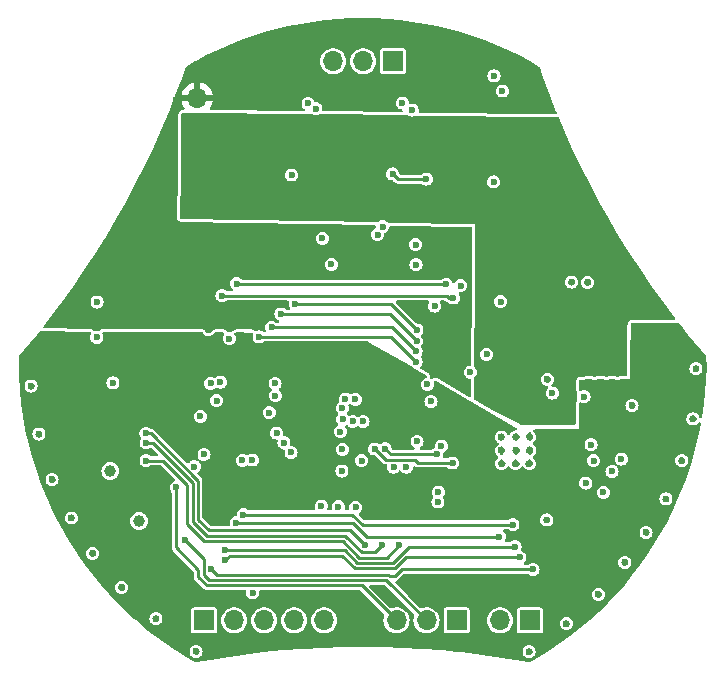
<source format=gbr>
%TF.GenerationSoftware,KiCad,Pcbnew,7.0.9*%
%TF.CreationDate,2023-12-12T19:27:25-05:00*%
%TF.ProjectId,MotorDriver,4d6f746f-7244-4726-9976-65722e6b6963,rev?*%
%TF.SameCoordinates,Original*%
%TF.FileFunction,Copper,L2,Inr*%
%TF.FilePolarity,Positive*%
%FSLAX46Y46*%
G04 Gerber Fmt 4.6, Leading zero omitted, Abs format (unit mm)*
G04 Created by KiCad (PCBNEW 7.0.9) date 2023-12-12 19:27:25*
%MOMM*%
%LPD*%
G01*
G04 APERTURE LIST*
%TA.AperFunction,ComponentPad*%
%ADD10R,1.700000X1.700000*%
%TD*%
%TA.AperFunction,ComponentPad*%
%ADD11O,1.700000X1.700000*%
%TD*%
%TA.AperFunction,ComponentPad*%
%ADD12C,1.007000*%
%TD*%
%TA.AperFunction,ViaPad*%
%ADD13C,0.600000*%
%TD*%
%TA.AperFunction,Conductor*%
%ADD14C,0.250000*%
%TD*%
G04 APERTURE END LIST*
D10*
%TO.N,/Microcontroller/NRST*%
%TO.C,J2*%
X70408800Y-156514800D03*
D11*
%TO.N,/Microcontroller/TCK*%
X72948800Y-156514800D03*
%TO.N,/Microcontroller/TMS*%
X75488800Y-156514800D03*
%TO.N,/Microcontroller/SWO*%
X78028800Y-156514800D03*
%TO.N,GND*%
X80568800Y-156514800D03*
%TO.N,+3.3V*%
X83108800Y-156514800D03*
%TD*%
D10*
%TO.N,Net-(J3-Pin_1)*%
%TO.C,J3*%
X97998200Y-156514800D03*
D11*
%TO.N,Net-(J3-Pin_2)*%
X95458200Y-156514800D03*
%TD*%
D10*
%TO.N,Vdrive*%
%TO.C,J4*%
X69824600Y-114838400D03*
D11*
%TO.N,GND*%
X69824600Y-112298400D03*
%TD*%
D10*
%TO.N,/MotorController/MOTA*%
%TO.C,J5*%
X86410800Y-109169200D03*
D11*
%TO.N,/MotorController/MOTB*%
X83870800Y-109169200D03*
%TO.N,/MotorController/MOTC*%
X81330800Y-109169200D03*
%TD*%
D10*
%TO.N,GND*%
%TO.C,J1*%
X91770200Y-156514800D03*
D11*
%TO.N,/Microcontroller/UART_RX*%
X89230200Y-156514800D03*
%TO.N,/Microcontroller/UART_TX*%
X86690200Y-156514800D03*
%TD*%
D12*
%TO.N,/Microcontroller/CLK_N*%
%TO.C,Y2*%
X64894800Y-148106841D03*
%TO.N,/Microcontroller/CLK_P*%
X62454800Y-143880637D03*
%TD*%
D13*
%TO.N,GND*%
X67995800Y-113360200D03*
X68021200Y-112445800D03*
X70916800Y-110134400D03*
X71729600Y-110871000D03*
X71780400Y-112318800D03*
%TO.N,Vdrive*%
X69900800Y-117195600D03*
X71755000Y-116535200D03*
X71780400Y-115595400D03*
X71780400Y-114681000D03*
X68986400Y-117271800D03*
X100863400Y-118008400D03*
X105384600Y-135585200D03*
X84353504Y-116604800D03*
X74320296Y-115598084D03*
X84870800Y-115598084D03*
X91421304Y-115598084D03*
X101473000Y-135610600D03*
X61341000Y-129565400D03*
X92904008Y-114604800D03*
X91904008Y-116604800D03*
X70916800Y-121132600D03*
X100431600Y-116255800D03*
X94361000Y-130556000D03*
X82353504Y-116604800D03*
X96850200Y-134899400D03*
X92904008Y-116604800D03*
X103454200Y-135585200D03*
X90904008Y-116604800D03*
X76320296Y-115598084D03*
X83353504Y-116604800D03*
X70916800Y-117297200D03*
X90904008Y-114604800D03*
X92421304Y-115598084D03*
X76803000Y-116604800D03*
X74803000Y-116604800D03*
X102463600Y-135585200D03*
X91904008Y-114604800D03*
X82870800Y-115598084D03*
X104444800Y-135585200D03*
X83870800Y-115598084D03*
X70916800Y-119761000D03*
X98755200Y-115976400D03*
X93904008Y-114604800D03*
X93421304Y-115598084D03*
X98348800Y-130556000D03*
X73803000Y-116604800D03*
X93904008Y-116604800D03*
X75320296Y-115598084D03*
X83353504Y-114604800D03*
X85353504Y-114604800D03*
X85353504Y-116604800D03*
X75803000Y-114604800D03*
X82353504Y-114604800D03*
X74803000Y-114604800D03*
X75803000Y-116604800D03*
X101930200Y-119532400D03*
X73803000Y-114604800D03*
X76803000Y-114604800D03*
X84353504Y-114604800D03*
X99280897Y-117711303D03*
%TO.N,GND*%
X59156600Y-147828000D03*
X83845400Y-124841000D03*
X110845600Y-142976600D03*
X63423800Y-153720800D03*
X97917000Y-159156400D03*
X65811400Y-127838200D03*
X82575400Y-106375200D03*
X112039400Y-135204200D03*
X97967052Y-140970000D03*
X106629200Y-138303000D03*
X99415600Y-148005800D03*
X85166200Y-106375200D03*
X95560767Y-140970000D03*
X107823000Y-149047200D03*
X72644000Y-108762800D03*
X97978033Y-142120000D03*
X95571748Y-142120000D03*
X69723000Y-110286800D03*
X68529200Y-124434600D03*
X79806800Y-106629200D03*
X66319400Y-156362400D03*
X109499400Y-146227800D03*
X103784400Y-154305000D03*
X96774000Y-143230600D03*
X99466400Y-136093200D03*
X97942400Y-143230600D03*
X98298000Y-110591600D03*
X60960000Y-150825200D03*
X75311000Y-124739400D03*
X101523800Y-127863600D03*
X74549000Y-107848400D03*
X101066600Y-156794200D03*
X78689200Y-126339600D03*
X57531000Y-144576800D03*
X93040200Y-107848400D03*
X78740000Y-124587000D03*
X91084400Y-124841000D03*
X87985600Y-106629200D03*
X95580200Y-143230600D03*
X70840600Y-127812800D03*
X106019600Y-151587200D03*
X69723000Y-159131000D03*
X70789800Y-131902200D03*
X95935800Y-109143800D03*
X55753000Y-136677400D03*
X102870000Y-127889000D03*
X96810381Y-142120000D03*
X56413400Y-140741400D03*
X111785400Y-139446000D03*
X96799400Y-140970000D03*
%TO.N,+3.3V*%
X70967600Y-144195800D03*
X56997600Y-134188201D03*
X109626400Y-134848600D03*
X93065600Y-147066000D03*
X78740000Y-134188200D03*
X106578400Y-136702800D03*
X108153200Y-134823200D03*
X69977000Y-132664200D03*
X65735200Y-136499600D03*
X94361000Y-153314401D03*
X104063800Y-150342600D03*
X78435200Y-146177000D03*
%TO.N,/Microcontroller/UART_TX*%
X68035800Y-145237201D03*
%TO.N,/Microcontroller/UART_RX*%
X68760300Y-149682201D03*
%TO.N,/Microcontroller/TMS*%
X76428600Y-137490201D03*
%TO.N,/Microcontroller/TCK*%
X76413893Y-136435501D03*
%TO.N,/Microcontroller/SWO*%
X75907900Y-138925301D03*
%TO.N,/Microcontroller/CAN2_RX*%
X74472800Y-142925800D03*
%TO.N,/Microcontroller/CAN2_TX*%
X73631460Y-142967637D03*
X74508700Y-154178501D03*
%TO.N,/Encoder/SPI3.CS*%
X88417400Y-131927600D03*
X78105000Y-129717798D03*
%TO.N,/Encoder/SPI3.SCK*%
X88383037Y-132864260D03*
X76911200Y-130581400D03*
%TO.N,/Encoder/SPI3.MISO*%
X88341200Y-133705600D03*
X76112813Y-131710918D03*
%TO.N,/Encoder/SPI3.MOSI*%
X75057000Y-132511800D03*
X88341200Y-134620000D03*
%TO.N,/Encoder/M1_ENC.I*%
X72529698Y-132651498D03*
%TO.N,/Encoder/M1_ENC.A*%
X83207489Y-137792090D03*
X71783870Y-136332301D03*
%TO.N,/Encoder/M1_ENC.B*%
X82346800Y-137769601D03*
X70960800Y-136442001D03*
%TO.N,/MotorController/SPC*%
X91490800Y-129204900D03*
X90243289Y-145646512D03*
X71907400Y-129006600D03*
%TO.N,/MotorController/SNC*%
X90195400Y-146481801D03*
X73152000Y-127990600D03*
X90906600Y-128066801D03*
%TO.N,/MotorController/SPA*%
X89305900Y-136537400D03*
X88315800Y-124688600D03*
%TO.N,/MotorController/SNA*%
X89609299Y-137970900D03*
X88341204Y-126390400D03*
%TO.N,/MotorController/SPB*%
X80416400Y-124155200D03*
X82981800Y-139669900D03*
%TO.N,/MotorController/SNB*%
X83864978Y-139669900D03*
X81178400Y-126365000D03*
%TO.N,/MotorController/GHA*%
X94310200Y-133985000D03*
X95656400Y-111683800D03*
%TO.N,/MotorController/GLA*%
X94919800Y-119380000D03*
X92930894Y-135495337D03*
%TO.N,/MotorController/GHB*%
X87177775Y-112705101D03*
X90478111Y-141733117D03*
X92115800Y-128168401D03*
%TO.N,/MotorController/GLB*%
X89204799Y-119151400D03*
X89923200Y-129895601D03*
X88435633Y-141352344D03*
X86370800Y-118708800D03*
%TO.N,/MotorController/GHC*%
X85727631Y-141978381D03*
X79199641Y-112728206D03*
X85521800Y-123164601D03*
X90076100Y-142447204D03*
%TO.N,/MotorController/GLC*%
X85094263Y-123840187D03*
X91437089Y-143176890D03*
X84836000Y-141988500D03*
X77800200Y-118795801D03*
%TO.N,/Microcontroller/DRV.INLC*%
X82092800Y-142036798D03*
X103164685Y-141627900D03*
%TO.N,/Microcontroller/DRV.INLB*%
X103378000Y-142976600D03*
X83743800Y-142976600D03*
%TO.N,/Microcontroller/DRV.INLA*%
X102717600Y-144881600D03*
X82067400Y-143865600D03*
%TO.N,/Microcontroller/DRV.ENABLE*%
X70992996Y-152171400D03*
X71450199Y-137896601D03*
X98247196Y-152196800D03*
%TO.N,/Microcontroller/DRV.INHA*%
X104190800Y-145669000D03*
X81933922Y-140521468D03*
%TO.N,/Microcontroller/DRV.INHB*%
X82143600Y-139478202D03*
X104933077Y-143901336D03*
%TO.N,/Microcontroller/DRV.INHC*%
X105714794Y-142849600D03*
X82092800Y-138531600D03*
%TO.N,/Microcontroller/SEN.VSENVM*%
X61315600Y-132537200D03*
X69570600Y-143484600D03*
%TO.N,/Microcontroller/SPI1.CS*%
X97129600Y-151180798D03*
X72136000Y-151434801D03*
%TO.N,/Microcontroller/SPI1.SCK*%
X96722146Y-150265230D03*
X72158489Y-150574112D03*
%TO.N,/Microcontroller/SPI1.MISO*%
X95402406Y-149428200D03*
X73126600Y-148244622D03*
%TO.N,/Microcontroller/SPI1.MOSI*%
X96545400Y-148412200D03*
X73710800Y-147548601D03*
%TO.N,/Microcontroller/NRST*%
X70090700Y-139247798D03*
%TO.N,Net-(U1-PC6)*%
X83235800Y-146939001D03*
X77764300Y-142290800D03*
%TO.N,Net-(U1-PC7)*%
X77154700Y-141469379D03*
X81762600Y-146888201D03*
%TO.N,Net-(U1-PC8)*%
X76532400Y-140639800D03*
X80314800Y-146837401D03*
%TO.N,Net-(U5-SH)*%
X94945200Y-110413800D03*
X95516100Y-129514600D03*
%TO.N,Net-(U6-SH)*%
X88011000Y-113309400D03*
X87528400Y-143535400D03*
%TO.N,/Microcontroller/VDDA*%
X62674200Y-136398000D03*
X70395500Y-142443200D03*
%TO.N,/Microcontroller/SEN.ISENA*%
X86918800Y-150164801D03*
X65487999Y-142983400D03*
%TO.N,/Microcontroller/SEN.ISENB*%
X65485088Y-141476017D03*
X85445600Y-150164801D03*
%TO.N,/Microcontroller/SEN.ISENC*%
X65467311Y-140676712D03*
X83997800Y-150114001D03*
%TO.N,Net-(U8-SH)*%
X79857600Y-113182401D03*
X86436200Y-143535400D03*
%TO.N,Net-(U4-FB)*%
X102565200Y-137566400D03*
X99872800Y-137261600D03*
%TD*%
D14*
%TO.N,/Microcontroller/UART_TX*%
X69908000Y-152840397D02*
X70621604Y-153554001D01*
X68035800Y-145237201D02*
X68035800Y-150331801D01*
X70621604Y-153554001D02*
X83729401Y-153554001D01*
X69908000Y-152204001D02*
X69908000Y-152840397D01*
X83729401Y-153554001D02*
X86690200Y-156514800D01*
X68035800Y-150331801D02*
X69908000Y-152204001D01*
%TO.N,/Microcontroller/UART_RX*%
X68760300Y-149682201D02*
X70358000Y-151279901D01*
X70358000Y-151279901D02*
X70358000Y-152654001D01*
X70808000Y-153104001D02*
X85819401Y-153104001D01*
X85819401Y-153104001D02*
X89230200Y-156514800D01*
X70358000Y-152654001D02*
X70808000Y-153104001D01*
%TO.N,/Encoder/SPI3.CS*%
X88417400Y-131927600D02*
X86207598Y-129717798D01*
X86207598Y-129717798D02*
X78105000Y-129717798D01*
%TO.N,/Encoder/SPI3.SCK*%
X88383037Y-132864260D02*
X86100177Y-130581400D01*
X86100177Y-130581400D02*
X76911200Y-130581400D01*
%TO.N,/Encoder/SPI3.MISO*%
X76112837Y-131710894D02*
X76112813Y-131710918D01*
X88341200Y-133705600D02*
X86346494Y-131710894D01*
X86346494Y-131710894D02*
X76112837Y-131710894D01*
%TO.N,/Encoder/SPI3.MOSI*%
X75057000Y-132511800D02*
X86233000Y-132511800D01*
X86233000Y-132511800D02*
X88341200Y-134620000D01*
%TO.N,/MotorController/SPC*%
X71932800Y-129032000D02*
X90932000Y-129032000D01*
X91104900Y-129204900D02*
X91490800Y-129204900D01*
X90932000Y-129032000D02*
X91104900Y-129204900D01*
X71907400Y-129006600D02*
X71932800Y-129032000D01*
%TO.N,/MotorController/SNC*%
X73152000Y-127990600D02*
X73228201Y-128066801D01*
X73228201Y-128066801D02*
X90906600Y-128066801D01*
%TO.N,/MotorController/GLB*%
X86370800Y-118708800D02*
X86813400Y-119151400D01*
X86813400Y-119151400D02*
X89204799Y-119151400D01*
%TO.N,/MotorController/GHC*%
X86190989Y-142441739D02*
X85727631Y-141978381D01*
X90070635Y-142441739D02*
X86190989Y-142441739D01*
X90076100Y-142447204D02*
X90070635Y-142441739D01*
%TO.N,/MotorController/GLC*%
X85757105Y-142891739D02*
X88230938Y-142891739D01*
X88230938Y-142891739D02*
X88516089Y-143176890D01*
X84836000Y-141988500D02*
X84853866Y-141988500D01*
X84853866Y-141988500D02*
X85757105Y-142891739D01*
X88516089Y-143176890D02*
X91437089Y-143176890D01*
%TO.N,/Microcontroller/DRV.ENABLE*%
X87124793Y-152196800D02*
X86540593Y-152781000D01*
X98247196Y-152196800D02*
X87124793Y-152196800D01*
X86005797Y-152654001D02*
X71475597Y-152654001D01*
X86540593Y-152781000D02*
X86132796Y-152781000D01*
X86132796Y-152781000D02*
X86005797Y-152654001D01*
X71475597Y-152654001D02*
X70992996Y-152171400D01*
%TO.N,/Microcontroller/SPI1.CS*%
X82111119Y-151024112D02*
X83176008Y-152089001D01*
X87504399Y-151180798D02*
X97129600Y-151180798D01*
X72592373Y-151024112D02*
X82111119Y-151024112D01*
X86596196Y-152089001D02*
X87504399Y-151180798D01*
X72181684Y-151434801D02*
X72592373Y-151024112D01*
X72136000Y-151434801D02*
X72181684Y-151434801D01*
X83176008Y-152089001D02*
X86596196Y-152089001D01*
%TO.N,/Microcontroller/SPI1.SCK*%
X72158489Y-150574112D02*
X82297515Y-150574112D01*
X87783571Y-150265230D02*
X96722146Y-150265230D01*
X83362404Y-151639001D02*
X86409800Y-151639001D01*
X82297515Y-150574112D02*
X83362404Y-151639001D01*
X86409800Y-151639001D02*
X87783571Y-150265230D01*
%TO.N,/Microcontroller/SPI1.MISO*%
X83012305Y-148244622D02*
X84195883Y-149428200D01*
X84195883Y-149428200D02*
X95402406Y-149428200D01*
X73126600Y-148244622D02*
X83012305Y-148244622D01*
%TO.N,/Microcontroller/SPI1.MOSI*%
X73710800Y-147548601D02*
X82952680Y-147548601D01*
X83816279Y-148412200D02*
X96545400Y-148412200D01*
X82952680Y-147548601D02*
X83816279Y-148412200D01*
%TO.N,/Microcontroller/SEN.ISENA*%
X85894600Y-151189001D02*
X86918800Y-150164801D01*
X65487999Y-142983400D02*
X66909003Y-142983400D01*
X68986400Y-148361401D02*
X70419800Y-149794801D01*
X70419800Y-149794801D02*
X82154600Y-149794801D01*
X83548800Y-151189001D02*
X85894600Y-151189001D01*
X82154600Y-149794801D02*
X83548800Y-151189001D01*
X66909003Y-142983400D02*
X68986400Y-145060797D01*
X68986400Y-145060797D02*
X68986400Y-148361401D01*
%TO.N,/Microcontroller/SEN.ISENB*%
X69436400Y-148175005D02*
X70606196Y-149344801D01*
X82344716Y-149344801D02*
X83738916Y-150739001D01*
X70606196Y-149344801D02*
X82344716Y-149344801D01*
X84871400Y-150739001D02*
X85445600Y-150164801D01*
X66038016Y-141476017D02*
X69436400Y-144874401D01*
X69436400Y-144874401D02*
X69436400Y-148175005D01*
X65485088Y-141476017D02*
X66038016Y-141476017D01*
X83738916Y-150739001D02*
X84871400Y-150739001D01*
%TO.N,/Microcontroller/SEN.ISENC*%
X65467311Y-140676712D02*
X65875107Y-140676712D01*
X69886400Y-147988609D02*
X70792592Y-148894801D01*
X82778600Y-148894801D02*
X83997800Y-150114001D01*
X65875107Y-140676712D02*
X69886400Y-144688005D01*
X69886400Y-144688005D02*
X69886400Y-147988609D01*
X70792592Y-148894801D02*
X82778600Y-148894801D01*
%TD*%
%TA.AperFunction,Conductor*%
%TO.N,Vdrive*%
G36*
X79568454Y-113668110D02*
G01*
X79614443Y-113677539D01*
X79713891Y-113718731D01*
X79840880Y-113735449D01*
X79857599Y-113737651D01*
X79857600Y-113737651D01*
X79857601Y-113737651D01*
X79872577Y-113735679D01*
X80001309Y-113718731D01*
X80084748Y-113684169D01*
X80133645Y-113674741D01*
X87657213Y-113763009D01*
X87724015Y-113783478D01*
X87731226Y-113788612D01*
X87733375Y-113790261D01*
X87867291Y-113845730D01*
X87994280Y-113862448D01*
X88010999Y-113864650D01*
X88011000Y-113864650D01*
X88011001Y-113864650D01*
X88025977Y-113862678D01*
X88154709Y-113845730D01*
X88288625Y-113790261D01*
X88288629Y-113790257D01*
X88292854Y-113787819D01*
X88356312Y-113771211D01*
X100340863Y-113911817D01*
X100407664Y-113932285D01*
X100452796Y-113985622D01*
X100453566Y-113987399D01*
X100892039Y-115021455D01*
X101586632Y-116563022D01*
X102315397Y-118088731D01*
X103077974Y-119597825D01*
X103873984Y-121089554D01*
X104703031Y-122563179D01*
X105564704Y-124017966D01*
X106458576Y-125453195D01*
X107384202Y-126868153D01*
X108341123Y-128262136D01*
X109328864Y-129634454D01*
X110275150Y-130889238D01*
X110299799Y-130954615D01*
X110285189Y-131022940D01*
X110235960Y-131072521D01*
X110176147Y-131087900D01*
X106625026Y-131087900D01*
X106571925Y-131093482D01*
X106571893Y-131093487D01*
X106538637Y-131100558D01*
X106521456Y-131104211D01*
X106518011Y-131105129D01*
X106496194Y-131110948D01*
X106426329Y-131149864D01*
X106366478Y-131165534D01*
X106349799Y-131165599D01*
X106348790Y-131166597D01*
X106329090Y-131229949D01*
X106325750Y-131234722D01*
X106323938Y-131237185D01*
X106276896Y-131325085D01*
X106256582Y-131391930D01*
X106245551Y-131463828D01*
X106221300Y-134034595D01*
X106221300Y-135669537D01*
X106201615Y-135736576D01*
X106148811Y-135782331D01*
X106099488Y-135793518D01*
X105704655Y-135800486D01*
X105704645Y-135800487D01*
X105657116Y-135805804D01*
X105657114Y-135805804D01*
X105657104Y-135805805D01*
X105657104Y-135805806D01*
X105611843Y-135815226D01*
X105611839Y-135815227D01*
X105611835Y-135815228D01*
X105566125Y-135829315D01*
X105476689Y-135866359D01*
X105445425Y-135874736D01*
X105400786Y-135880613D01*
X105368416Y-135880613D01*
X105323779Y-135874737D01*
X105292512Y-135866360D01*
X105229770Y-135840372D01*
X105179633Y-135825405D01*
X105139602Y-135817809D01*
X105130001Y-135815987D01*
X105077857Y-135811547D01*
X104723028Y-135817809D01*
X104723017Y-135817810D01*
X104675490Y-135823126D01*
X104675470Y-135823130D01*
X104630231Y-135832544D01*
X104584509Y-135846635D01*
X104536890Y-135866359D01*
X104505624Y-135874736D01*
X104460984Y-135880613D01*
X104428614Y-135880613D01*
X104383972Y-135874736D01*
X104352706Y-135866359D01*
X104328376Y-135856281D01*
X104278235Y-135841312D01*
X104228604Y-135831894D01*
X104176461Y-135827454D01*
X104176460Y-135827454D01*
X104071007Y-135829315D01*
X103688346Y-135836068D01*
X103688335Y-135836069D01*
X103640793Y-135841387D01*
X103595552Y-135850803D01*
X103595536Y-135850808D01*
X103549829Y-135864894D01*
X103549826Y-135864896D01*
X103546279Y-135866365D01*
X103515027Y-135874736D01*
X103470385Y-135880613D01*
X103438016Y-135880613D01*
X103386261Y-135873800D01*
X103366978Y-135869680D01*
X103328117Y-135858080D01*
X103308340Y-135854327D01*
X103278483Y-135848661D01*
X103226340Y-135844221D01*
X103226339Y-135844221D01*
X103154754Y-135845484D01*
X102653659Y-135854327D01*
X102606113Y-135859647D01*
X102560814Y-135869076D01*
X102557521Y-135869923D01*
X102550168Y-135871347D01*
X102484431Y-135880002D01*
X102479786Y-135880614D01*
X102447414Y-135880614D01*
X102419545Y-135876944D01*
X102366810Y-135870001D01*
X102363088Y-135869395D01*
X102356486Y-135868113D01*
X102356479Y-135868112D01*
X102314547Y-135862971D01*
X102304458Y-135861734D01*
X102286620Y-135860804D01*
X102286614Y-135860804D01*
X102286613Y-135860804D01*
X102286611Y-135860804D01*
X102274591Y-135861017D01*
X102224106Y-135866971D01*
X102188889Y-135874737D01*
X102176177Y-135877540D01*
X102166170Y-135880235D01*
X102153450Y-135883661D01*
X102066231Y-135931936D01*
X102012877Y-135977046D01*
X101980852Y-136009439D01*
X101933577Y-136097207D01*
X101913082Y-136163999D01*
X101901860Y-136235854D01*
X101901860Y-136235859D01*
X101893066Y-136961281D01*
X101893959Y-136977992D01*
X101893959Y-136977993D01*
X101898795Y-137018476D01*
X101899590Y-137024526D01*
X101899593Y-137024536D01*
X101932753Y-137118537D01*
X101932755Y-137118540D01*
X101932756Y-137118543D01*
X101953405Y-137153346D01*
X101968407Y-137178632D01*
X101968418Y-137178649D01*
X101967866Y-137177883D01*
X101991087Y-137243781D01*
X101991251Y-137251994D01*
X101983250Y-137864071D01*
X101962691Y-137930847D01*
X101958953Y-137936189D01*
X101957475Y-137938186D01*
X101910200Y-138025953D01*
X101910199Y-138025955D01*
X101889705Y-138092741D01*
X101889704Y-138092745D01*
X101878481Y-138164603D01*
X101878481Y-138164608D01*
X101876841Y-138299903D01*
X101876803Y-138302998D01*
X101862949Y-139445998D01*
X101857996Y-139854525D01*
X101837500Y-139921321D01*
X101784145Y-139966433D01*
X101732679Y-139977015D01*
X97234037Y-139928902D01*
X97180479Y-139916102D01*
X94965954Y-138823034D01*
X94962185Y-138821009D01*
X93306873Y-137856662D01*
X93258856Y-137805907D01*
X93245297Y-137748472D01*
X93259302Y-136093200D01*
X98911150Y-136093200D01*
X98930070Y-136236908D01*
X98930071Y-136236912D01*
X98985537Y-136370822D01*
X98985538Y-136370824D01*
X98985539Y-136370825D01*
X99073779Y-136485821D01*
X99188775Y-136574061D01*
X99322691Y-136629530D01*
X99426671Y-136643219D01*
X99490567Y-136671485D01*
X99529038Y-136729810D01*
X99529869Y-136799675D01*
X99492797Y-136858898D01*
X99485976Y-136864530D01*
X99480182Y-136868976D01*
X99480180Y-136868977D01*
X99480179Y-136868979D01*
X99429457Y-136935081D01*
X99391937Y-136983977D01*
X99336471Y-137117887D01*
X99336470Y-137117891D01*
X99317550Y-137261599D01*
X99317550Y-137261600D01*
X99336470Y-137405308D01*
X99336471Y-137405312D01*
X99391937Y-137539222D01*
X99391938Y-137539224D01*
X99391939Y-137539225D01*
X99480179Y-137654221D01*
X99595175Y-137742461D01*
X99729091Y-137797930D01*
X99856080Y-137814648D01*
X99872799Y-137816850D01*
X99872800Y-137816850D01*
X99872801Y-137816850D01*
X99887777Y-137814878D01*
X100016509Y-137797930D01*
X100150425Y-137742461D01*
X100265421Y-137654221D01*
X100353661Y-137539225D01*
X100409130Y-137405309D01*
X100428050Y-137261600D01*
X100409130Y-137117891D01*
X100353661Y-136983975D01*
X100265421Y-136868979D01*
X100150425Y-136780739D01*
X100150424Y-136780738D01*
X100150422Y-136780737D01*
X100016512Y-136725271D01*
X100016510Y-136725270D01*
X100016509Y-136725270D01*
X99974439Y-136719731D01*
X99912528Y-136711580D01*
X99848631Y-136683313D01*
X99810161Y-136624988D01*
X99809330Y-136555123D01*
X99846403Y-136495900D01*
X99853213Y-136490277D01*
X99859021Y-136485821D01*
X99947261Y-136370825D01*
X100002730Y-136236909D01*
X100021650Y-136093200D01*
X100002730Y-135949491D01*
X99961853Y-135850803D01*
X99947262Y-135815577D01*
X99947261Y-135815576D01*
X99947261Y-135815575D01*
X99859021Y-135700579D01*
X99744025Y-135612339D01*
X99744024Y-135612338D01*
X99744022Y-135612337D01*
X99610112Y-135556871D01*
X99610110Y-135556870D01*
X99610109Y-135556870D01*
X99538254Y-135547410D01*
X99466401Y-135537950D01*
X99466399Y-135537950D01*
X99322691Y-135556870D01*
X99322687Y-135556871D01*
X99188777Y-135612337D01*
X99073779Y-135700579D01*
X98985537Y-135815577D01*
X98930071Y-135949487D01*
X98930070Y-135949491D01*
X98911150Y-136093199D01*
X98911150Y-136093200D01*
X93259302Y-136093200D01*
X93260118Y-135996706D01*
X93280369Y-135929836D01*
X93308624Y-135899383D01*
X93323515Y-135887958D01*
X93411755Y-135772962D01*
X93467224Y-135639046D01*
X93486144Y-135495337D01*
X93467224Y-135351628D01*
X93411755Y-135217712D01*
X93323515Y-135102716D01*
X93317072Y-135097772D01*
X93275869Y-135041344D01*
X93268564Y-134998356D01*
X93277137Y-133985000D01*
X93754950Y-133985000D01*
X93773870Y-134128708D01*
X93773871Y-134128712D01*
X93829337Y-134262622D01*
X93829338Y-134262624D01*
X93829339Y-134262625D01*
X93917579Y-134377621D01*
X94032575Y-134465861D01*
X94032576Y-134465861D01*
X94032577Y-134465862D01*
X94077213Y-134484350D01*
X94166491Y-134521330D01*
X94293480Y-134538048D01*
X94310199Y-134540250D01*
X94310200Y-134540250D01*
X94310201Y-134540250D01*
X94325177Y-134538278D01*
X94453909Y-134521330D01*
X94587825Y-134465861D01*
X94702821Y-134377621D01*
X94791061Y-134262625D01*
X94846530Y-134128709D01*
X94865450Y-133985000D01*
X94846530Y-133841291D01*
X94791061Y-133707375D01*
X94702821Y-133592379D01*
X94587825Y-133504139D01*
X94587824Y-133504138D01*
X94587822Y-133504137D01*
X94453912Y-133448671D01*
X94453910Y-133448670D01*
X94453909Y-133448670D01*
X94382054Y-133439210D01*
X94310201Y-133429750D01*
X94310199Y-133429750D01*
X94166491Y-133448670D01*
X94166487Y-133448671D01*
X94032577Y-133504137D01*
X93917579Y-133592379D01*
X93829337Y-133707377D01*
X93773871Y-133841287D01*
X93773870Y-133841291D01*
X93754950Y-133984999D01*
X93754950Y-133985000D01*
X93277137Y-133985000D01*
X93314958Y-129514600D01*
X94960850Y-129514600D01*
X94979770Y-129658308D01*
X94979771Y-129658312D01*
X95035237Y-129792222D01*
X95035238Y-129792224D01*
X95035239Y-129792225D01*
X95123479Y-129907221D01*
X95238475Y-129995461D01*
X95372391Y-130050930D01*
X95499380Y-130067648D01*
X95516099Y-130069850D01*
X95516100Y-130069850D01*
X95516101Y-130069850D01*
X95531077Y-130067878D01*
X95659809Y-130050930D01*
X95793725Y-129995461D01*
X95908721Y-129907221D01*
X95996961Y-129792225D01*
X96052430Y-129658309D01*
X96071350Y-129514600D01*
X96052430Y-129370891D01*
X95996961Y-129236975D01*
X95908721Y-129121979D01*
X95793725Y-129033739D01*
X95793724Y-129033738D01*
X95793722Y-129033737D01*
X95659812Y-128978271D01*
X95659810Y-128978270D01*
X95659809Y-128978270D01*
X95587954Y-128968810D01*
X95516101Y-128959350D01*
X95516099Y-128959350D01*
X95372391Y-128978270D01*
X95372387Y-128978271D01*
X95238477Y-129033737D01*
X95123479Y-129121979D01*
X95035237Y-129236977D01*
X94979771Y-129370887D01*
X94979770Y-129370891D01*
X94960850Y-129514599D01*
X94960850Y-129514600D01*
X93314958Y-129514600D01*
X93328926Y-127863600D01*
X100968550Y-127863600D01*
X100987470Y-128007308D01*
X100987471Y-128007312D01*
X101042937Y-128141222D01*
X101042938Y-128141224D01*
X101042939Y-128141225D01*
X101131179Y-128256221D01*
X101246175Y-128344461D01*
X101380091Y-128399930D01*
X101507080Y-128416648D01*
X101523799Y-128418850D01*
X101523800Y-128418850D01*
X101523801Y-128418850D01*
X101538777Y-128416878D01*
X101667509Y-128399930D01*
X101801425Y-128344461D01*
X101916421Y-128256221D01*
X102004661Y-128141225D01*
X102060130Y-128007309D01*
X102072289Y-127914952D01*
X102087693Y-127880130D01*
X102302715Y-127880130D01*
X102317746Y-127912033D01*
X102318166Y-127914953D01*
X102333670Y-128032708D01*
X102333671Y-128032712D01*
X102389137Y-128166622D01*
X102389138Y-128166624D01*
X102389139Y-128166625D01*
X102477379Y-128281621D01*
X102592375Y-128369861D01*
X102726291Y-128425330D01*
X102853280Y-128442048D01*
X102869999Y-128444250D01*
X102870000Y-128444250D01*
X102870001Y-128444250D01*
X102884977Y-128442278D01*
X103013709Y-128425330D01*
X103147625Y-128369861D01*
X103262621Y-128281621D01*
X103350861Y-128166625D01*
X103406330Y-128032709D01*
X103425250Y-127889000D01*
X103406330Y-127745291D01*
X103369350Y-127656013D01*
X103350862Y-127611377D01*
X103350861Y-127611376D01*
X103350861Y-127611375D01*
X103262621Y-127496379D01*
X103147625Y-127408139D01*
X103147624Y-127408138D01*
X103147622Y-127408137D01*
X103013712Y-127352671D01*
X103013710Y-127352670D01*
X103013709Y-127352670D01*
X102941854Y-127343210D01*
X102870001Y-127333750D01*
X102869999Y-127333750D01*
X102726291Y-127352670D01*
X102726287Y-127352671D01*
X102592377Y-127408137D01*
X102477379Y-127496379D01*
X102389137Y-127611377D01*
X102333671Y-127745287D01*
X102333670Y-127745292D01*
X102321511Y-127837645D01*
X102302715Y-127880130D01*
X102087693Y-127880130D01*
X102091083Y-127872467D01*
X102076053Y-127840565D01*
X102075633Y-127837645D01*
X102072362Y-127812800D01*
X102060130Y-127719891D01*
X102004661Y-127585975D01*
X101916421Y-127470979D01*
X101801425Y-127382739D01*
X101801424Y-127382738D01*
X101801422Y-127382737D01*
X101667512Y-127327271D01*
X101667510Y-127327270D01*
X101667509Y-127327270D01*
X101595654Y-127317810D01*
X101523801Y-127308350D01*
X101523799Y-127308350D01*
X101380091Y-127327270D01*
X101380087Y-127327271D01*
X101246177Y-127382737D01*
X101131179Y-127470979D01*
X101042937Y-127585977D01*
X100987471Y-127719887D01*
X100987470Y-127719891D01*
X100968550Y-127863599D01*
X100968550Y-127863600D01*
X93328926Y-127863600D01*
X93370400Y-122961400D01*
X93275224Y-122959660D01*
X86015536Y-122826995D01*
X85948868Y-122806089D01*
X85919426Y-122778502D01*
X85914424Y-122771983D01*
X85914422Y-122771981D01*
X85914421Y-122771980D01*
X85799425Y-122683740D01*
X85799424Y-122683739D01*
X85799422Y-122683738D01*
X85665512Y-122628272D01*
X85665510Y-122628271D01*
X85665509Y-122628271D01*
X85593654Y-122618811D01*
X85521801Y-122609351D01*
X85521799Y-122609351D01*
X85378091Y-122628271D01*
X85378087Y-122628272D01*
X85244177Y-122683738D01*
X85129175Y-122771983D01*
X85128311Y-122772848D01*
X85127403Y-122773343D01*
X85122732Y-122776928D01*
X85122172Y-122776199D01*
X85066985Y-122806328D01*
X85038370Y-122809139D01*
X68474870Y-122506456D01*
X68408202Y-122485550D01*
X68363419Y-122431919D01*
X68353148Y-122380725D01*
X68403926Y-118795801D01*
X77244950Y-118795801D01*
X77263870Y-118939509D01*
X77263871Y-118939513D01*
X77319337Y-119073423D01*
X77319338Y-119073425D01*
X77319339Y-119073426D01*
X77407579Y-119188422D01*
X77522575Y-119276662D01*
X77656491Y-119332131D01*
X77783480Y-119348849D01*
X77800199Y-119351051D01*
X77800200Y-119351051D01*
X77800201Y-119351051D01*
X77815177Y-119349079D01*
X77943909Y-119332131D01*
X78077825Y-119276662D01*
X78192821Y-119188422D01*
X78281061Y-119073426D01*
X78336530Y-118939510D01*
X78355450Y-118795801D01*
X78343996Y-118708800D01*
X85815550Y-118708800D01*
X85833306Y-118843671D01*
X85834470Y-118852508D01*
X85834471Y-118852512D01*
X85889937Y-118986422D01*
X85889938Y-118986424D01*
X85889939Y-118986425D01*
X85978179Y-119101421D01*
X86093175Y-119189661D01*
X86227091Y-119245130D01*
X86356951Y-119262226D01*
X86420847Y-119290492D01*
X86428446Y-119297484D01*
X86511250Y-119380288D01*
X86527375Y-119400144D01*
X86533313Y-119409232D01*
X86533316Y-119409236D01*
X86561325Y-119431036D01*
X86567087Y-119436125D01*
X86569882Y-119438920D01*
X86588895Y-119452494D01*
X86632211Y-119486209D01*
X86632218Y-119486211D01*
X86639120Y-119489947D01*
X86646196Y-119493406D01*
X86646201Y-119493410D01*
X86698803Y-119509070D01*
X86750738Y-119526900D01*
X86758472Y-119528190D01*
X86766310Y-119529167D01*
X86766312Y-119529168D01*
X86766313Y-119529167D01*
X86766314Y-119529168D01*
X86821156Y-119526900D01*
X88747773Y-119526900D01*
X88814812Y-119546585D01*
X88823251Y-119552517D01*
X88927174Y-119632261D01*
X89061090Y-119687730D01*
X89188079Y-119704448D01*
X89204798Y-119706650D01*
X89204799Y-119706650D01*
X89204800Y-119706650D01*
X89219776Y-119704678D01*
X89348508Y-119687730D01*
X89482424Y-119632261D01*
X89597420Y-119544021D01*
X89685660Y-119429025D01*
X89705967Y-119380000D01*
X94364550Y-119380000D01*
X94383470Y-119523708D01*
X94383471Y-119523712D01*
X94438937Y-119657622D01*
X94438938Y-119657624D01*
X94438939Y-119657625D01*
X94527179Y-119772621D01*
X94642175Y-119860861D01*
X94776091Y-119916330D01*
X94903080Y-119933048D01*
X94919799Y-119935250D01*
X94919800Y-119935250D01*
X94919801Y-119935250D01*
X94934777Y-119933278D01*
X95063509Y-119916330D01*
X95197425Y-119860861D01*
X95312421Y-119772621D01*
X95400661Y-119657625D01*
X95456130Y-119523709D01*
X95475050Y-119380000D01*
X95456130Y-119236291D01*
X95400661Y-119102375D01*
X95312421Y-118987379D01*
X95197425Y-118899139D01*
X95197424Y-118899138D01*
X95197422Y-118899137D01*
X95063512Y-118843671D01*
X95063510Y-118843670D01*
X95063509Y-118843670D01*
X94991654Y-118834210D01*
X94919801Y-118824750D01*
X94919799Y-118824750D01*
X94776091Y-118843670D01*
X94776087Y-118843671D01*
X94642177Y-118899137D01*
X94527179Y-118987379D01*
X94438937Y-119102377D01*
X94383471Y-119236287D01*
X94383470Y-119236291D01*
X94364550Y-119379999D01*
X94364550Y-119380000D01*
X89705967Y-119380000D01*
X89741129Y-119295109D01*
X89760049Y-119151400D01*
X89741129Y-119007691D01*
X89685660Y-118873775D01*
X89597420Y-118758779D01*
X89482424Y-118670539D01*
X89482423Y-118670538D01*
X89482421Y-118670537D01*
X89348511Y-118615071D01*
X89348509Y-118615070D01*
X89348508Y-118615070D01*
X89276653Y-118605610D01*
X89204800Y-118596150D01*
X89204798Y-118596150D01*
X89061090Y-118615070D01*
X89061086Y-118615071D01*
X88927176Y-118670537D01*
X88884335Y-118703411D01*
X88823258Y-118750276D01*
X88758090Y-118775470D01*
X88747773Y-118775900D01*
X87043629Y-118775900D01*
X86976590Y-118756215D01*
X86930835Y-118703411D01*
X86920690Y-118668086D01*
X86913710Y-118615071D01*
X86907130Y-118565091D01*
X86851661Y-118431175D01*
X86763421Y-118316179D01*
X86648425Y-118227939D01*
X86648424Y-118227938D01*
X86648422Y-118227937D01*
X86514512Y-118172471D01*
X86514510Y-118172470D01*
X86514509Y-118172470D01*
X86442654Y-118163010D01*
X86370801Y-118153550D01*
X86370799Y-118153550D01*
X86227091Y-118172470D01*
X86227087Y-118172471D01*
X86093177Y-118227937D01*
X85978179Y-118316179D01*
X85889937Y-118431177D01*
X85834471Y-118565087D01*
X85834470Y-118565091D01*
X85820588Y-118670537D01*
X85815550Y-118708800D01*
X78343996Y-118708800D01*
X78336530Y-118652092D01*
X78281061Y-118518176D01*
X78192821Y-118403180D01*
X78077825Y-118314940D01*
X78077824Y-118314939D01*
X78077822Y-118314938D01*
X77943912Y-118259472D01*
X77943910Y-118259471D01*
X77943909Y-118259471D01*
X77872054Y-118250011D01*
X77800201Y-118240551D01*
X77800199Y-118240551D01*
X77656491Y-118259471D01*
X77656487Y-118259472D01*
X77522577Y-118314938D01*
X77407579Y-118403180D01*
X77319337Y-118518178D01*
X77263871Y-118652088D01*
X77263870Y-118652092D01*
X77244950Y-118795800D01*
X77244950Y-118795801D01*
X68403926Y-118795801D01*
X68476648Y-113661681D01*
X68497279Y-113594931D01*
X68550726Y-113549928D01*
X68602084Y-113539451D01*
X79568454Y-113668110D01*
G37*
%TD.AperFunction*%
%TD*%
%TA.AperFunction,Conductor*%
%TO.N,+3.3V*%
G36*
X110637376Y-131363085D02*
G01*
X110667652Y-131390551D01*
X111394829Y-132311377D01*
X112472028Y-133614655D01*
X112902447Y-134112397D01*
X112931408Y-134175982D01*
X112932652Y-134193168D01*
X112935032Y-135069417D01*
X112899545Y-136125690D01*
X112825750Y-137179979D01*
X112713744Y-138230896D01*
X112563674Y-139277063D01*
X112561973Y-139286469D01*
X112530674Y-139348936D01*
X112470572Y-139384565D01*
X112400747Y-139382044D01*
X112343370Y-139342174D01*
X112326570Y-139309082D01*
X112324840Y-139309799D01*
X112266262Y-139168377D01*
X112266261Y-139168376D01*
X112266261Y-139168375D01*
X112178021Y-139053379D01*
X112063025Y-138965139D01*
X112063024Y-138965138D01*
X112063022Y-138965137D01*
X111929112Y-138909671D01*
X111929110Y-138909670D01*
X111929109Y-138909670D01*
X111857254Y-138900210D01*
X111785401Y-138890750D01*
X111785399Y-138890750D01*
X111641691Y-138909670D01*
X111641687Y-138909671D01*
X111507777Y-138965137D01*
X111392779Y-139053379D01*
X111304537Y-139168377D01*
X111249071Y-139302287D01*
X111249070Y-139302291D01*
X111230150Y-139446000D01*
X111240606Y-139525423D01*
X111249070Y-139589708D01*
X111249071Y-139589712D01*
X111304537Y-139723622D01*
X111304538Y-139723624D01*
X111304539Y-139723625D01*
X111392779Y-139838621D01*
X111507775Y-139926861D01*
X111641691Y-139982330D01*
X111766062Y-139998704D01*
X111785399Y-140001250D01*
X111785400Y-140001250D01*
X111785401Y-140001250D01*
X111804738Y-139998704D01*
X111929109Y-139982330D01*
X112063025Y-139926861D01*
X112178021Y-139838621D01*
X112238393Y-139759942D01*
X112294817Y-139718742D01*
X112364563Y-139714587D01*
X112425484Y-139748799D01*
X112458237Y-139810516D01*
X112458790Y-139857481D01*
X112379685Y-140295252D01*
X112375740Y-140317082D01*
X112150187Y-141349602D01*
X111887313Y-142373257D01*
X111587464Y-143386697D01*
X111251035Y-144388590D01*
X110878470Y-145377613D01*
X110470259Y-146352465D01*
X110091058Y-147173101D01*
X110026940Y-147311860D01*
X109549097Y-148254536D01*
X109037360Y-149179251D01*
X108492403Y-150084786D01*
X107914942Y-150969948D01*
X107305741Y-151833571D01*
X106665600Y-152674518D01*
X105995363Y-153491680D01*
X105295913Y-154283982D01*
X104568172Y-155050379D01*
X103813098Y-155789862D01*
X103031686Y-156501457D01*
X102224965Y-157184226D01*
X101393998Y-157837270D01*
X100539880Y-158459728D01*
X99663736Y-159050781D01*
X98766720Y-159609650D01*
X98006676Y-160045714D01*
X97938732Y-160062002D01*
X97921624Y-160059942D01*
X97275358Y-159936060D01*
X95608087Y-159654818D01*
X93934965Y-159410792D01*
X92256821Y-159204102D01*
X91782664Y-159156400D01*
X97361750Y-159156400D01*
X97380670Y-159300108D01*
X97380671Y-159300112D01*
X97436137Y-159434022D01*
X97436138Y-159434024D01*
X97436139Y-159434025D01*
X97524379Y-159549021D01*
X97639375Y-159637261D01*
X97773291Y-159692730D01*
X97900280Y-159709448D01*
X97916999Y-159711650D01*
X97917000Y-159711650D01*
X97917001Y-159711650D01*
X97931977Y-159709678D01*
X98060709Y-159692730D01*
X98194625Y-159637261D01*
X98309621Y-159549021D01*
X98397861Y-159434025D01*
X98453330Y-159300109D01*
X98472250Y-159156400D01*
X98453330Y-159012691D01*
X98397861Y-158878775D01*
X98309621Y-158763779D01*
X98194625Y-158675539D01*
X98194624Y-158675538D01*
X98194622Y-158675537D01*
X98060712Y-158620071D01*
X98060710Y-158620070D01*
X98060709Y-158620070D01*
X97988854Y-158610610D01*
X97917001Y-158601150D01*
X97916999Y-158601150D01*
X97773291Y-158620070D01*
X97773287Y-158620071D01*
X97639377Y-158675537D01*
X97524379Y-158763779D01*
X97436137Y-158878777D01*
X97380671Y-159012687D01*
X97380670Y-159012691D01*
X97361750Y-159156399D01*
X97361750Y-159156400D01*
X91782664Y-159156400D01*
X90574488Y-159034853D01*
X88888803Y-158903128D01*
X87200601Y-158808991D01*
X85510721Y-158752491D01*
X83820001Y-158733654D01*
X82129281Y-158752491D01*
X80439401Y-158808991D01*
X78751199Y-158903128D01*
X77065514Y-159034853D01*
X75383181Y-159204102D01*
X73705037Y-159410792D01*
X72031915Y-159654818D01*
X70364644Y-159936060D01*
X69718375Y-160059942D01*
X69648829Y-160053230D01*
X69633323Y-160045714D01*
X68873281Y-159609651D01*
X68105019Y-159131000D01*
X69167750Y-159131000D01*
X69186670Y-159274708D01*
X69186671Y-159274712D01*
X69242137Y-159408622D01*
X69242138Y-159408624D01*
X69242139Y-159408625D01*
X69330379Y-159523621D01*
X69445375Y-159611861D01*
X69445376Y-159611861D01*
X69445377Y-159611862D01*
X69490013Y-159630350D01*
X69579291Y-159667330D01*
X69706280Y-159684048D01*
X69722999Y-159686250D01*
X69723000Y-159686250D01*
X69723001Y-159686250D01*
X69737977Y-159684278D01*
X69866709Y-159667330D01*
X70000625Y-159611861D01*
X70115621Y-159523621D01*
X70203861Y-159408625D01*
X70259330Y-159274709D01*
X70278250Y-159131000D01*
X70259330Y-158987291D01*
X70203861Y-158853375D01*
X70115621Y-158738379D01*
X70000625Y-158650139D01*
X70000624Y-158650138D01*
X70000622Y-158650137D01*
X69866712Y-158594671D01*
X69866710Y-158594670D01*
X69866709Y-158594670D01*
X69794854Y-158585210D01*
X69723001Y-158575750D01*
X69722999Y-158575750D01*
X69579291Y-158594670D01*
X69579287Y-158594671D01*
X69445377Y-158650137D01*
X69330379Y-158738379D01*
X69242137Y-158853377D01*
X69186671Y-158987287D01*
X69186670Y-158987291D01*
X69167750Y-159130999D01*
X69167750Y-159131000D01*
X68105019Y-159131000D01*
X67976265Y-159050782D01*
X67100121Y-158459729D01*
X66246003Y-157837271D01*
X65676208Y-157389478D01*
X69308300Y-157389478D01*
X69322832Y-157462535D01*
X69322833Y-157462539D01*
X69322834Y-157462540D01*
X69378199Y-157545401D01*
X69461060Y-157600766D01*
X69461064Y-157600767D01*
X69534121Y-157615299D01*
X69534124Y-157615300D01*
X69534126Y-157615300D01*
X71283476Y-157615300D01*
X71283477Y-157615299D01*
X71356540Y-157600766D01*
X71439401Y-157545401D01*
X71494766Y-157462540D01*
X71509300Y-157389474D01*
X71509300Y-156514800D01*
X71843585Y-156514800D01*
X71862402Y-156717882D01*
X71918217Y-156914047D01*
X71918222Y-156914060D01*
X72009127Y-157096621D01*
X72132037Y-157259381D01*
X72282758Y-157396780D01*
X72282760Y-157396782D01*
X72381941Y-157458192D01*
X72456163Y-157504148D01*
X72646344Y-157577824D01*
X72846824Y-157615300D01*
X72846826Y-157615300D01*
X73050774Y-157615300D01*
X73050776Y-157615300D01*
X73251256Y-157577824D01*
X73441437Y-157504148D01*
X73614841Y-157396781D01*
X73765564Y-157259379D01*
X73888473Y-157096621D01*
X73979382Y-156914050D01*
X74035197Y-156717883D01*
X74054015Y-156514800D01*
X74383585Y-156514800D01*
X74402402Y-156717882D01*
X74458217Y-156914047D01*
X74458222Y-156914060D01*
X74549127Y-157096621D01*
X74672037Y-157259381D01*
X74822758Y-157396780D01*
X74822760Y-157396782D01*
X74921941Y-157458192D01*
X74996163Y-157504148D01*
X75186344Y-157577824D01*
X75386824Y-157615300D01*
X75386826Y-157615300D01*
X75590774Y-157615300D01*
X75590776Y-157615300D01*
X75791256Y-157577824D01*
X75981437Y-157504148D01*
X76154841Y-157396781D01*
X76305564Y-157259379D01*
X76428473Y-157096621D01*
X76519382Y-156914050D01*
X76575197Y-156717883D01*
X76594015Y-156514800D01*
X76923585Y-156514800D01*
X76942402Y-156717882D01*
X76998217Y-156914047D01*
X76998222Y-156914060D01*
X77089127Y-157096621D01*
X77212037Y-157259381D01*
X77362758Y-157396780D01*
X77362760Y-157396782D01*
X77461941Y-157458192D01*
X77536163Y-157504148D01*
X77726344Y-157577824D01*
X77926824Y-157615300D01*
X77926826Y-157615300D01*
X78130774Y-157615300D01*
X78130776Y-157615300D01*
X78331256Y-157577824D01*
X78521437Y-157504148D01*
X78694841Y-157396781D01*
X78845564Y-157259379D01*
X78968473Y-157096621D01*
X79059382Y-156914050D01*
X79115197Y-156717883D01*
X79134015Y-156514800D01*
X79463585Y-156514800D01*
X79482402Y-156717882D01*
X79538217Y-156914047D01*
X79538222Y-156914060D01*
X79629127Y-157096621D01*
X79752037Y-157259381D01*
X79902758Y-157396780D01*
X79902760Y-157396782D01*
X80001941Y-157458192D01*
X80076163Y-157504148D01*
X80266344Y-157577824D01*
X80466824Y-157615300D01*
X80466826Y-157615300D01*
X80670774Y-157615300D01*
X80670776Y-157615300D01*
X80871256Y-157577824D01*
X81061437Y-157504148D01*
X81234841Y-157396781D01*
X81385564Y-157259379D01*
X81508473Y-157096621D01*
X81599382Y-156914050D01*
X81655197Y-156717883D01*
X81674015Y-156514800D01*
X81655197Y-156311717D01*
X81599382Y-156115550D01*
X81596636Y-156110036D01*
X81526797Y-155969779D01*
X81508473Y-155932979D01*
X81427739Y-155826070D01*
X81385562Y-155770218D01*
X81234841Y-155632819D01*
X81234839Y-155632817D01*
X81061442Y-155525455D01*
X81061435Y-155525451D01*
X80954950Y-155484199D01*
X80871256Y-155451776D01*
X80670776Y-155414300D01*
X80466824Y-155414300D01*
X80266344Y-155451776D01*
X80266341Y-155451776D01*
X80266341Y-155451777D01*
X80076164Y-155525451D01*
X80076157Y-155525455D01*
X79902760Y-155632817D01*
X79902758Y-155632819D01*
X79752037Y-155770218D01*
X79629127Y-155932978D01*
X79538222Y-156115539D01*
X79538217Y-156115552D01*
X79482402Y-156311717D01*
X79463585Y-156514799D01*
X79463585Y-156514800D01*
X79134015Y-156514800D01*
X79115197Y-156311717D01*
X79059382Y-156115550D01*
X79056636Y-156110036D01*
X78986797Y-155969779D01*
X78968473Y-155932979D01*
X78887739Y-155826070D01*
X78845562Y-155770218D01*
X78694841Y-155632819D01*
X78694839Y-155632817D01*
X78521442Y-155525455D01*
X78521435Y-155525451D01*
X78414950Y-155484199D01*
X78331256Y-155451776D01*
X78130776Y-155414300D01*
X77926824Y-155414300D01*
X77726344Y-155451776D01*
X77726341Y-155451776D01*
X77726341Y-155451777D01*
X77536164Y-155525451D01*
X77536157Y-155525455D01*
X77362760Y-155632817D01*
X77362758Y-155632819D01*
X77212037Y-155770218D01*
X77089127Y-155932978D01*
X76998222Y-156115539D01*
X76998217Y-156115552D01*
X76942402Y-156311717D01*
X76923585Y-156514799D01*
X76923585Y-156514800D01*
X76594015Y-156514800D01*
X76575197Y-156311717D01*
X76519382Y-156115550D01*
X76516636Y-156110036D01*
X76446797Y-155969779D01*
X76428473Y-155932979D01*
X76347739Y-155826070D01*
X76305562Y-155770218D01*
X76154841Y-155632819D01*
X76154839Y-155632817D01*
X75981442Y-155525455D01*
X75981435Y-155525451D01*
X75874950Y-155484199D01*
X75791256Y-155451776D01*
X75590776Y-155414300D01*
X75386824Y-155414300D01*
X75186344Y-155451776D01*
X75186341Y-155451776D01*
X75186341Y-155451777D01*
X74996164Y-155525451D01*
X74996157Y-155525455D01*
X74822760Y-155632817D01*
X74822758Y-155632819D01*
X74672037Y-155770218D01*
X74549127Y-155932978D01*
X74458222Y-156115539D01*
X74458217Y-156115552D01*
X74402402Y-156311717D01*
X74383585Y-156514799D01*
X74383585Y-156514800D01*
X74054015Y-156514800D01*
X74035197Y-156311717D01*
X73979382Y-156115550D01*
X73976636Y-156110036D01*
X73906797Y-155969779D01*
X73888473Y-155932979D01*
X73807739Y-155826070D01*
X73765562Y-155770218D01*
X73614841Y-155632819D01*
X73614839Y-155632817D01*
X73441442Y-155525455D01*
X73441435Y-155525451D01*
X73334950Y-155484199D01*
X73251256Y-155451776D01*
X73050776Y-155414300D01*
X72846824Y-155414300D01*
X72646344Y-155451776D01*
X72646341Y-155451776D01*
X72646341Y-155451777D01*
X72456164Y-155525451D01*
X72456157Y-155525455D01*
X72282760Y-155632817D01*
X72282758Y-155632819D01*
X72132037Y-155770218D01*
X72009127Y-155932978D01*
X71918222Y-156115539D01*
X71918217Y-156115552D01*
X71862402Y-156311717D01*
X71843585Y-156514799D01*
X71843585Y-156514800D01*
X71509300Y-156514800D01*
X71509300Y-155640126D01*
X71509300Y-155640123D01*
X71509299Y-155640121D01*
X71494767Y-155567064D01*
X71494766Y-155567060D01*
X71439401Y-155484199D01*
X71356540Y-155428834D01*
X71356539Y-155428833D01*
X71356535Y-155428832D01*
X71283477Y-155414300D01*
X71283474Y-155414300D01*
X69534126Y-155414300D01*
X69534123Y-155414300D01*
X69461064Y-155428832D01*
X69461060Y-155428833D01*
X69378199Y-155484199D01*
X69322833Y-155567060D01*
X69322832Y-155567064D01*
X69308300Y-155640121D01*
X69308300Y-157389478D01*
X65676208Y-157389478D01*
X65415036Y-157184227D01*
X64608315Y-156501458D01*
X64455614Y-156362400D01*
X65764150Y-156362400D01*
X65783070Y-156506108D01*
X65783071Y-156506112D01*
X65838537Y-156640022D01*
X65838538Y-156640024D01*
X65838539Y-156640025D01*
X65926779Y-156755021D01*
X66041775Y-156843261D01*
X66175691Y-156898730D01*
X66292056Y-156914050D01*
X66319399Y-156917650D01*
X66319400Y-156917650D01*
X66319401Y-156917650D01*
X66334377Y-156915678D01*
X66463109Y-156898730D01*
X66597025Y-156843261D01*
X66712021Y-156755021D01*
X66800261Y-156640025D01*
X66855730Y-156506109D01*
X66874650Y-156362400D01*
X66855730Y-156218691D01*
X66800261Y-156084775D01*
X66712021Y-155969779D01*
X66597025Y-155881539D01*
X66597024Y-155881538D01*
X66597022Y-155881537D01*
X66463112Y-155826071D01*
X66463110Y-155826070D01*
X66463109Y-155826070D01*
X66391254Y-155816610D01*
X66319401Y-155807150D01*
X66319399Y-155807150D01*
X66175691Y-155826070D01*
X66175687Y-155826071D01*
X66041777Y-155881537D01*
X65926779Y-155969779D01*
X65838537Y-156084777D01*
X65783071Y-156218687D01*
X65783070Y-156218691D01*
X65764150Y-156362399D01*
X65764150Y-156362400D01*
X64455614Y-156362400D01*
X63826903Y-155789863D01*
X63071829Y-155050380D01*
X62344088Y-154283983D01*
X61846906Y-153720800D01*
X62868550Y-153720800D01*
X62886229Y-153855086D01*
X62887470Y-153864508D01*
X62887471Y-153864512D01*
X62942937Y-153998422D01*
X62942938Y-153998424D01*
X62942939Y-153998425D01*
X63031179Y-154113421D01*
X63146175Y-154201661D01*
X63280091Y-154257130D01*
X63407080Y-154273848D01*
X63423799Y-154276050D01*
X63423800Y-154276050D01*
X63423801Y-154276050D01*
X63438777Y-154274078D01*
X63567509Y-154257130D01*
X63701425Y-154201661D01*
X63816421Y-154113421D01*
X63904661Y-153998425D01*
X63960130Y-153864509D01*
X63979050Y-153720800D01*
X63960130Y-153577091D01*
X63919838Y-153479817D01*
X63904662Y-153443177D01*
X63904661Y-153443176D01*
X63904661Y-153443175D01*
X63816421Y-153328179D01*
X63701425Y-153239939D01*
X63701424Y-153239938D01*
X63701422Y-153239937D01*
X63567512Y-153184471D01*
X63567510Y-153184470D01*
X63567509Y-153184470D01*
X63495654Y-153175010D01*
X63423801Y-153165550D01*
X63423799Y-153165550D01*
X63280091Y-153184470D01*
X63280087Y-153184471D01*
X63146177Y-153239937D01*
X63031179Y-153328179D01*
X62942937Y-153443177D01*
X62887471Y-153577087D01*
X62887470Y-153577091D01*
X62868550Y-153720800D01*
X61846906Y-153720800D01*
X61644638Y-153491681D01*
X60974401Y-152674519D01*
X60334260Y-151833572D01*
X59725058Y-150969949D01*
X59630627Y-150825200D01*
X60404750Y-150825200D01*
X60416482Y-150914315D01*
X60423670Y-150968908D01*
X60423671Y-150968912D01*
X60479137Y-151102822D01*
X60479138Y-151102824D01*
X60479139Y-151102825D01*
X60567379Y-151217821D01*
X60682375Y-151306061D01*
X60682376Y-151306061D01*
X60682377Y-151306062D01*
X60713236Y-151318844D01*
X60816291Y-151361530D01*
X60943280Y-151378248D01*
X60959999Y-151380450D01*
X60960000Y-151380450D01*
X60960001Y-151380450D01*
X60974977Y-151378478D01*
X61103709Y-151361530D01*
X61237625Y-151306061D01*
X61352621Y-151217821D01*
X61440861Y-151102825D01*
X61496330Y-150968909D01*
X61515250Y-150825200D01*
X61496330Y-150681491D01*
X61440861Y-150547575D01*
X61352621Y-150432579D01*
X61237625Y-150344339D01*
X61237624Y-150344338D01*
X61237622Y-150344337D01*
X61103712Y-150288871D01*
X61103710Y-150288870D01*
X61103709Y-150288870D01*
X61031854Y-150279410D01*
X60960001Y-150269950D01*
X60959999Y-150269950D01*
X60816291Y-150288870D01*
X60816287Y-150288871D01*
X60682377Y-150344337D01*
X60567379Y-150432579D01*
X60479137Y-150547577D01*
X60423671Y-150681487D01*
X60423670Y-150681491D01*
X60404750Y-150825200D01*
X59630627Y-150825200D01*
X59147598Y-150084786D01*
X58602640Y-149179252D01*
X58090903Y-148254537D01*
X57874691Y-147828000D01*
X58601350Y-147828000D01*
X58620270Y-147971708D01*
X58620271Y-147971712D01*
X58675737Y-148105622D01*
X58675738Y-148105624D01*
X58675739Y-148105625D01*
X58763979Y-148220621D01*
X58878975Y-148308861D01*
X59012891Y-148364330D01*
X59139880Y-148381048D01*
X59156599Y-148383250D01*
X59156600Y-148383250D01*
X59156601Y-148383250D01*
X59171577Y-148381278D01*
X59300309Y-148364330D01*
X59434225Y-148308861D01*
X59549221Y-148220621D01*
X59636526Y-148106844D01*
X64136029Y-148106844D01*
X64155051Y-148275677D01*
X64211171Y-148436060D01*
X64286479Y-148555912D01*
X64301569Y-148579927D01*
X64421714Y-148700072D01*
X64506809Y-148753541D01*
X64561173Y-148787700D01*
X64565582Y-148790470D01*
X64725958Y-148846588D01*
X64725961Y-148846588D01*
X64725963Y-148846589D01*
X64894796Y-148865612D01*
X64894800Y-148865612D01*
X64894804Y-148865612D01*
X65063636Y-148846589D01*
X65063637Y-148846588D01*
X65063642Y-148846588D01*
X65224018Y-148790470D01*
X65367886Y-148700072D01*
X65488031Y-148579927D01*
X65578429Y-148436059D01*
X65634547Y-148275683D01*
X65634548Y-148275677D01*
X65653571Y-148106844D01*
X65653571Y-148106837D01*
X65634548Y-147938004D01*
X65634547Y-147938002D01*
X65634547Y-147937999D01*
X65578429Y-147777623D01*
X65488031Y-147633755D01*
X65367886Y-147513610D01*
X65297639Y-147469471D01*
X65224019Y-147423212D01*
X65063636Y-147367092D01*
X64894804Y-147348070D01*
X64894796Y-147348070D01*
X64725963Y-147367092D01*
X64565580Y-147423212D01*
X64421713Y-147513610D01*
X64301569Y-147633754D01*
X64211171Y-147777621D01*
X64155051Y-147938004D01*
X64136029Y-148106837D01*
X64136029Y-148106844D01*
X59636526Y-148106844D01*
X59637461Y-148105625D01*
X59692930Y-147971709D01*
X59711850Y-147828000D01*
X59692930Y-147684291D01*
X59637461Y-147550375D01*
X59549221Y-147435379D01*
X59434225Y-147347139D01*
X59434224Y-147347138D01*
X59434222Y-147347137D01*
X59300312Y-147291671D01*
X59300310Y-147291670D01*
X59300309Y-147291670D01*
X59228454Y-147282210D01*
X59156601Y-147272750D01*
X59156599Y-147272750D01*
X59012891Y-147291670D01*
X59012887Y-147291671D01*
X58878977Y-147347137D01*
X58763979Y-147435379D01*
X58675737Y-147550377D01*
X58620271Y-147684287D01*
X58620270Y-147684291D01*
X58601350Y-147827999D01*
X58601350Y-147828000D01*
X57874691Y-147828000D01*
X57613060Y-147311861D01*
X57540211Y-147154207D01*
X57169741Y-146352465D01*
X56761530Y-145377613D01*
X56459864Y-144576800D01*
X56975750Y-144576800D01*
X56992461Y-144703734D01*
X56994670Y-144720508D01*
X56994671Y-144720512D01*
X57050137Y-144854422D01*
X57050138Y-144854424D01*
X57050139Y-144854425D01*
X57138379Y-144969421D01*
X57253375Y-145057661D01*
X57387291Y-145113130D01*
X57514280Y-145129848D01*
X57530999Y-145132050D01*
X57531000Y-145132050D01*
X57531001Y-145132050D01*
X57545977Y-145130078D01*
X57674709Y-145113130D01*
X57808625Y-145057661D01*
X57923621Y-144969421D01*
X58011861Y-144854425D01*
X58067330Y-144720509D01*
X58086250Y-144576800D01*
X58067330Y-144433091D01*
X58011861Y-144299175D01*
X57923621Y-144184179D01*
X57808625Y-144095939D01*
X57808624Y-144095938D01*
X57808622Y-144095937D01*
X57674712Y-144040471D01*
X57674710Y-144040470D01*
X57674709Y-144040470D01*
X57602854Y-144031010D01*
X57531001Y-144021550D01*
X57530999Y-144021550D01*
X57387291Y-144040470D01*
X57387287Y-144040471D01*
X57253377Y-144095937D01*
X57138379Y-144184179D01*
X57050137Y-144299177D01*
X56994671Y-144433087D01*
X56994670Y-144433091D01*
X56989302Y-144473868D01*
X56975750Y-144576800D01*
X56459864Y-144576800D01*
X56388965Y-144388590D01*
X56218399Y-143880640D01*
X61696029Y-143880640D01*
X61715051Y-144049473D01*
X61771171Y-144209856D01*
X61844369Y-144326350D01*
X61861569Y-144353723D01*
X61981714Y-144473868D01*
X62125582Y-144564266D01*
X62285958Y-144620384D01*
X62285961Y-144620384D01*
X62285963Y-144620385D01*
X62454796Y-144639408D01*
X62454800Y-144639408D01*
X62454804Y-144639408D01*
X62623636Y-144620385D01*
X62623637Y-144620384D01*
X62623642Y-144620384D01*
X62784018Y-144564266D01*
X62927886Y-144473868D01*
X63048031Y-144353723D01*
X63138429Y-144209855D01*
X63194547Y-144049479D01*
X63194548Y-144049473D01*
X63213571Y-143880640D01*
X63213571Y-143880633D01*
X63194548Y-143711800D01*
X63194547Y-143711798D01*
X63194547Y-143711795D01*
X63138429Y-143551419D01*
X63127836Y-143534561D01*
X63082325Y-143462130D01*
X63048031Y-143407551D01*
X62927886Y-143287406D01*
X62899400Y-143269507D01*
X62784019Y-143197008D01*
X62623636Y-143140888D01*
X62454804Y-143121866D01*
X62454796Y-143121866D01*
X62285963Y-143140888D01*
X62125580Y-143197008D01*
X61981713Y-143287406D01*
X61861569Y-143407550D01*
X61771171Y-143551417D01*
X61715051Y-143711800D01*
X61696029Y-143880633D01*
X61696029Y-143880640D01*
X56218399Y-143880640D01*
X56052536Y-143386698D01*
X55752687Y-142373257D01*
X55489813Y-141349602D01*
X55356952Y-140741400D01*
X55858150Y-140741400D01*
X55869863Y-140830371D01*
X55877070Y-140885108D01*
X55877071Y-140885112D01*
X55932537Y-141019022D01*
X55932538Y-141019024D01*
X55932539Y-141019025D01*
X56020779Y-141134021D01*
X56135775Y-141222261D01*
X56135776Y-141222261D01*
X56135777Y-141222262D01*
X56167204Y-141235279D01*
X56269691Y-141277730D01*
X56396680Y-141294448D01*
X56413399Y-141296650D01*
X56413400Y-141296650D01*
X56413401Y-141296650D01*
X56428377Y-141294678D01*
X56557109Y-141277730D01*
X56691025Y-141222261D01*
X56806021Y-141134021D01*
X56894261Y-141019025D01*
X56949730Y-140885109D01*
X56968650Y-140741400D01*
X56968407Y-140739558D01*
X56962196Y-140692377D01*
X56960134Y-140676712D01*
X64912061Y-140676712D01*
X64920577Y-140741400D01*
X64930981Y-140820420D01*
X64930982Y-140820424D01*
X64986449Y-140954335D01*
X64986450Y-140954337D01*
X65031050Y-141012460D01*
X65056245Y-141077629D01*
X65042207Y-141146074D01*
X65031052Y-141163432D01*
X65004226Y-141198392D01*
X65004226Y-141198393D01*
X64948759Y-141332304D01*
X64948758Y-141332308D01*
X64932978Y-141452170D01*
X64929838Y-141476017D01*
X64947884Y-141613091D01*
X64948758Y-141619725D01*
X64948759Y-141619729D01*
X65004225Y-141753639D01*
X65004226Y-141753641D01*
X65004227Y-141753642D01*
X65092467Y-141868638D01*
X65207463Y-141956878D01*
X65207464Y-141956878D01*
X65207465Y-141956879D01*
X65220642Y-141962337D01*
X65341379Y-142012347D01*
X65468368Y-142029065D01*
X65485087Y-142031267D01*
X65485088Y-142031267D01*
X65485089Y-142031267D01*
X65500065Y-142029295D01*
X65628797Y-142012347D01*
X65762713Y-141956878D01*
X65803824Y-141925332D01*
X65868991Y-141900139D01*
X65937436Y-141914177D01*
X65966990Y-141936028D01*
X66427181Y-142396219D01*
X66460666Y-142457542D01*
X66455682Y-142527234D01*
X66413810Y-142583167D01*
X66348346Y-142607584D01*
X66339500Y-142607900D01*
X65945025Y-142607900D01*
X65877986Y-142588215D01*
X65869546Y-142582282D01*
X65765624Y-142502539D01*
X65765623Y-142502538D01*
X65765621Y-142502537D01*
X65631711Y-142447071D01*
X65631709Y-142447070D01*
X65631708Y-142447070D01*
X65559853Y-142437610D01*
X65488000Y-142428150D01*
X65487998Y-142428150D01*
X65344290Y-142447070D01*
X65344286Y-142447071D01*
X65210376Y-142502537D01*
X65095378Y-142590779D01*
X65007136Y-142705777D01*
X64951670Y-142839687D01*
X64951669Y-142839691D01*
X64933259Y-142979530D01*
X64932749Y-142983400D01*
X64942029Y-143053891D01*
X64951669Y-143127108D01*
X64951670Y-143127112D01*
X65007136Y-143261022D01*
X65007137Y-143261024D01*
X65007138Y-143261025D01*
X65095378Y-143376021D01*
X65210374Y-143464261D01*
X65344290Y-143519730D01*
X65471279Y-143536448D01*
X65487998Y-143538650D01*
X65487999Y-143538650D01*
X65488000Y-143538650D01*
X65502976Y-143536678D01*
X65631708Y-143519730D01*
X65765624Y-143464261D01*
X65869539Y-143384523D01*
X65934708Y-143359330D01*
X65945025Y-143358900D01*
X66702104Y-143358900D01*
X66769143Y-143378585D01*
X66789785Y-143395219D01*
X67904653Y-144510088D01*
X67938138Y-144571411D01*
X67933154Y-144641103D01*
X67891282Y-144697036D01*
X67864425Y-144712330D01*
X67758176Y-144756339D01*
X67643179Y-144844580D01*
X67554937Y-144959578D01*
X67499471Y-145093488D01*
X67499470Y-145093492D01*
X67480550Y-145237200D01*
X67480550Y-145237201D01*
X67499470Y-145380909D01*
X67499471Y-145380913D01*
X67554937Y-145514823D01*
X67554938Y-145514825D01*
X67554939Y-145514826D01*
X67634676Y-145618741D01*
X67659870Y-145683910D01*
X67660300Y-145694227D01*
X67660300Y-150279997D01*
X67657662Y-150305435D01*
X67655433Y-150316069D01*
X67655433Y-150316070D01*
X67655433Y-150316072D01*
X67659823Y-150351292D01*
X67660300Y-150358968D01*
X67660300Y-150362917D01*
X67664142Y-150385942D01*
X67670934Y-150440428D01*
X67673173Y-150447948D01*
X67675734Y-150455409D01*
X67675735Y-150455411D01*
X67679732Y-150462797D01*
X67701855Y-150503678D01*
X67725974Y-150553012D01*
X67730542Y-150559410D01*
X67735382Y-150565628D01*
X67775771Y-150602810D01*
X69496181Y-152323219D01*
X69529666Y-152384542D01*
X69532500Y-152410900D01*
X69532500Y-152788593D01*
X69529862Y-152814031D01*
X69527633Y-152824665D01*
X69527633Y-152824666D01*
X69527633Y-152824668D01*
X69532023Y-152859888D01*
X69532500Y-152867564D01*
X69532500Y-152871513D01*
X69536342Y-152894538D01*
X69543134Y-152949024D01*
X69545373Y-152956544D01*
X69547934Y-152964005D01*
X69547935Y-152964007D01*
X69574055Y-153012274D01*
X69598174Y-153061608D01*
X69602742Y-153068006D01*
X69607582Y-153074224D01*
X69647971Y-153111406D01*
X70319453Y-153782887D01*
X70335581Y-153802746D01*
X70341520Y-153811837D01*
X70369536Y-153833642D01*
X70375297Y-153838731D01*
X70378086Y-153841520D01*
X70397087Y-153855086D01*
X70440415Y-153888810D01*
X70447326Y-153892550D01*
X70454404Y-153896011D01*
X70507009Y-153911672D01*
X70558944Y-153929501D01*
X70558946Y-153929501D01*
X70566683Y-153930792D01*
X70574513Y-153931768D01*
X70574515Y-153931769D01*
X70574516Y-153931768D01*
X70574517Y-153931769D01*
X70629359Y-153929501D01*
X73844837Y-153929501D01*
X73911876Y-153949186D01*
X73957631Y-154001990D01*
X73967776Y-154069687D01*
X73953450Y-154178500D01*
X73953450Y-154178501D01*
X73972370Y-154322209D01*
X73972371Y-154322213D01*
X74027837Y-154456123D01*
X74027838Y-154456125D01*
X74027839Y-154456126D01*
X74116079Y-154571122D01*
X74231075Y-154659362D01*
X74364991Y-154714831D01*
X74491980Y-154731549D01*
X74508699Y-154733751D01*
X74508700Y-154733751D01*
X74508701Y-154733751D01*
X74523677Y-154731779D01*
X74652409Y-154714831D01*
X74786325Y-154659362D01*
X74901321Y-154571122D01*
X74989561Y-154456126D01*
X75045030Y-154322210D01*
X75063950Y-154178501D01*
X75049624Y-154069686D01*
X75060389Y-154000651D01*
X75106769Y-153948395D01*
X75172563Y-153929501D01*
X83522502Y-153929501D01*
X83589541Y-153949186D01*
X83610183Y-153965820D01*
X85630489Y-155986126D01*
X85663974Y-156047449D01*
X85659531Y-156109565D01*
X85661186Y-156110036D01*
X85603803Y-156311715D01*
X85603802Y-156311717D01*
X85584985Y-156514799D01*
X85584985Y-156514800D01*
X85603802Y-156717882D01*
X85659617Y-156914047D01*
X85659622Y-156914060D01*
X85750527Y-157096621D01*
X85873437Y-157259381D01*
X86024158Y-157396780D01*
X86024160Y-157396782D01*
X86123341Y-157458192D01*
X86197563Y-157504148D01*
X86387744Y-157577824D01*
X86588224Y-157615300D01*
X86588226Y-157615300D01*
X86792174Y-157615300D01*
X86792176Y-157615300D01*
X86992656Y-157577824D01*
X87182837Y-157504148D01*
X87356241Y-157396781D01*
X87506964Y-157259379D01*
X87629873Y-157096621D01*
X87720782Y-156914050D01*
X87776597Y-156717883D01*
X87795415Y-156514800D01*
X87776597Y-156311717D01*
X87720782Y-156115550D01*
X87718036Y-156110036D01*
X87648197Y-155969779D01*
X87629873Y-155932979D01*
X87549139Y-155826070D01*
X87506962Y-155770218D01*
X87356241Y-155632819D01*
X87356239Y-155632817D01*
X87182842Y-155525455D01*
X87182835Y-155525451D01*
X87076350Y-155484199D01*
X86992656Y-155451776D01*
X86792176Y-155414300D01*
X86588224Y-155414300D01*
X86510484Y-155428832D01*
X86387736Y-155451777D01*
X86297643Y-155486679D01*
X86228020Y-155492540D01*
X86166280Y-155459830D01*
X86165170Y-155458733D01*
X84397620Y-153691182D01*
X84364135Y-153629859D01*
X84369119Y-153560167D01*
X84410991Y-153504234D01*
X84476455Y-153479817D01*
X84485301Y-153479501D01*
X85612502Y-153479501D01*
X85679541Y-153499186D01*
X85700183Y-153515820D01*
X88170489Y-155986126D01*
X88203974Y-156047449D01*
X88199531Y-156109565D01*
X88201186Y-156110036D01*
X88143803Y-156311715D01*
X88143802Y-156311717D01*
X88124985Y-156514799D01*
X88124985Y-156514800D01*
X88143802Y-156717882D01*
X88199617Y-156914047D01*
X88199622Y-156914060D01*
X88290527Y-157096621D01*
X88413437Y-157259381D01*
X88564158Y-157396780D01*
X88564160Y-157396782D01*
X88663341Y-157458192D01*
X88737563Y-157504148D01*
X88927744Y-157577824D01*
X89128224Y-157615300D01*
X89128226Y-157615300D01*
X89332174Y-157615300D01*
X89332176Y-157615300D01*
X89532656Y-157577824D01*
X89722837Y-157504148D01*
X89896241Y-157396781D01*
X89904252Y-157389478D01*
X90669700Y-157389478D01*
X90684232Y-157462535D01*
X90684233Y-157462539D01*
X90684234Y-157462540D01*
X90739599Y-157545401D01*
X90822460Y-157600766D01*
X90822464Y-157600767D01*
X90895521Y-157615299D01*
X90895524Y-157615300D01*
X90895526Y-157615300D01*
X92644876Y-157615300D01*
X92644877Y-157615299D01*
X92717940Y-157600766D01*
X92800801Y-157545401D01*
X92856166Y-157462540D01*
X92870700Y-157389474D01*
X92870700Y-156514800D01*
X94352985Y-156514800D01*
X94371802Y-156717882D01*
X94427617Y-156914047D01*
X94427622Y-156914060D01*
X94518527Y-157096621D01*
X94641437Y-157259381D01*
X94792158Y-157396780D01*
X94792160Y-157396782D01*
X94891341Y-157458192D01*
X94965563Y-157504148D01*
X95155744Y-157577824D01*
X95356224Y-157615300D01*
X95356226Y-157615300D01*
X95560174Y-157615300D01*
X95560176Y-157615300D01*
X95760656Y-157577824D01*
X95950837Y-157504148D01*
X96124241Y-157396781D01*
X96132252Y-157389478D01*
X96897700Y-157389478D01*
X96912232Y-157462535D01*
X96912233Y-157462539D01*
X96912234Y-157462540D01*
X96967599Y-157545401D01*
X97050460Y-157600766D01*
X97050464Y-157600767D01*
X97123521Y-157615299D01*
X97123524Y-157615300D01*
X97123526Y-157615300D01*
X98872876Y-157615300D01*
X98872877Y-157615299D01*
X98945940Y-157600766D01*
X99028801Y-157545401D01*
X99084166Y-157462540D01*
X99098700Y-157389474D01*
X99098700Y-156794200D01*
X100511350Y-156794200D01*
X100527128Y-156914047D01*
X100530270Y-156937908D01*
X100530271Y-156937912D01*
X100585737Y-157071822D01*
X100585738Y-157071824D01*
X100585739Y-157071825D01*
X100673979Y-157186821D01*
X100788975Y-157275061D01*
X100922891Y-157330530D01*
X101049880Y-157347248D01*
X101066599Y-157349450D01*
X101066600Y-157349450D01*
X101066601Y-157349450D01*
X101081577Y-157347478D01*
X101210309Y-157330530D01*
X101344225Y-157275061D01*
X101459221Y-157186821D01*
X101547461Y-157071825D01*
X101602930Y-156937909D01*
X101621850Y-156794200D01*
X101602930Y-156650491D01*
X101547461Y-156516575D01*
X101459221Y-156401579D01*
X101344225Y-156313339D01*
X101344224Y-156313338D01*
X101344222Y-156313337D01*
X101210312Y-156257871D01*
X101210310Y-156257870D01*
X101210309Y-156257870D01*
X101138454Y-156248410D01*
X101066601Y-156238950D01*
X101066599Y-156238950D01*
X100922891Y-156257870D01*
X100922887Y-156257871D01*
X100788977Y-156313337D01*
X100673979Y-156401579D01*
X100585737Y-156516577D01*
X100530271Y-156650487D01*
X100530270Y-156650491D01*
X100521398Y-156717883D01*
X100511350Y-156794200D01*
X99098700Y-156794200D01*
X99098700Y-155640126D01*
X99098700Y-155640123D01*
X99098699Y-155640121D01*
X99084167Y-155567064D01*
X99084166Y-155567060D01*
X99028801Y-155484199D01*
X98945940Y-155428834D01*
X98945939Y-155428833D01*
X98945935Y-155428832D01*
X98872877Y-155414300D01*
X98872874Y-155414300D01*
X97123526Y-155414300D01*
X97123523Y-155414300D01*
X97050464Y-155428832D01*
X97050460Y-155428833D01*
X96967599Y-155484199D01*
X96912233Y-155567060D01*
X96912232Y-155567064D01*
X96897700Y-155640121D01*
X96897700Y-157389478D01*
X96132252Y-157389478D01*
X96274964Y-157259379D01*
X96397873Y-157096621D01*
X96488782Y-156914050D01*
X96544597Y-156717883D01*
X96563415Y-156514800D01*
X96544597Y-156311717D01*
X96488782Y-156115550D01*
X96486036Y-156110036D01*
X96416197Y-155969779D01*
X96397873Y-155932979D01*
X96317139Y-155826070D01*
X96274962Y-155770218D01*
X96124241Y-155632819D01*
X96124239Y-155632817D01*
X95950842Y-155525455D01*
X95950835Y-155525451D01*
X95844350Y-155484199D01*
X95760656Y-155451776D01*
X95560176Y-155414300D01*
X95356224Y-155414300D01*
X95155744Y-155451776D01*
X95155741Y-155451776D01*
X95155741Y-155451777D01*
X94965564Y-155525451D01*
X94965557Y-155525455D01*
X94792160Y-155632817D01*
X94792158Y-155632819D01*
X94641437Y-155770218D01*
X94518527Y-155932978D01*
X94427622Y-156115539D01*
X94427617Y-156115552D01*
X94371802Y-156311717D01*
X94352985Y-156514799D01*
X94352985Y-156514800D01*
X92870700Y-156514800D01*
X92870700Y-155640126D01*
X92870700Y-155640123D01*
X92870699Y-155640121D01*
X92856167Y-155567064D01*
X92856166Y-155567060D01*
X92800801Y-155484199D01*
X92717940Y-155428834D01*
X92717939Y-155428833D01*
X92717935Y-155428832D01*
X92644877Y-155414300D01*
X92644874Y-155414300D01*
X90895526Y-155414300D01*
X90895523Y-155414300D01*
X90822464Y-155428832D01*
X90822460Y-155428833D01*
X90739599Y-155484199D01*
X90684233Y-155567060D01*
X90684232Y-155567064D01*
X90669700Y-155640121D01*
X90669700Y-157389478D01*
X89904252Y-157389478D01*
X90046964Y-157259379D01*
X90169873Y-157096621D01*
X90260782Y-156914050D01*
X90316597Y-156717883D01*
X90335415Y-156514800D01*
X90316597Y-156311717D01*
X90260782Y-156115550D01*
X90258036Y-156110036D01*
X90188197Y-155969779D01*
X90169873Y-155932979D01*
X90089139Y-155826070D01*
X90046962Y-155770218D01*
X89896241Y-155632819D01*
X89896239Y-155632817D01*
X89722842Y-155525455D01*
X89722835Y-155525451D01*
X89616350Y-155484199D01*
X89532656Y-155451776D01*
X89332176Y-155414300D01*
X89128224Y-155414300D01*
X89050484Y-155428832D01*
X88927736Y-155451777D01*
X88837643Y-155486679D01*
X88768020Y-155492540D01*
X88706280Y-155459830D01*
X88705170Y-155458733D01*
X87695145Y-154448708D01*
X87551437Y-154305000D01*
X103229150Y-154305000D01*
X103248070Y-154448708D01*
X103248071Y-154448712D01*
X103303537Y-154582622D01*
X103303538Y-154582624D01*
X103303539Y-154582625D01*
X103391779Y-154697621D01*
X103506775Y-154785861D01*
X103640691Y-154841330D01*
X103767680Y-154858048D01*
X103784399Y-154860250D01*
X103784400Y-154860250D01*
X103784401Y-154860250D01*
X103799377Y-154858278D01*
X103928109Y-154841330D01*
X104062025Y-154785861D01*
X104177021Y-154697621D01*
X104265261Y-154582625D01*
X104320730Y-154448709D01*
X104339650Y-154305000D01*
X104320730Y-154161291D01*
X104265261Y-154027375D01*
X104177021Y-153912379D01*
X104062025Y-153824139D01*
X104062024Y-153824138D01*
X104062022Y-153824137D01*
X103928112Y-153768671D01*
X103928110Y-153768670D01*
X103928109Y-153768670D01*
X103856254Y-153759210D01*
X103784401Y-153749750D01*
X103784399Y-153749750D01*
X103640691Y-153768670D01*
X103640687Y-153768671D01*
X103506777Y-153824137D01*
X103391779Y-153912379D01*
X103303537Y-154027377D01*
X103248071Y-154161287D01*
X103248070Y-154161291D01*
X103229150Y-154304999D01*
X103229150Y-154305000D01*
X87551437Y-154305000D01*
X86598389Y-153351951D01*
X86564906Y-153290631D01*
X86569890Y-153220939D01*
X86611762Y-153165006D01*
X86639482Y-153151064D01*
X86639309Y-153150714D01*
X86639452Y-153150643D01*
X86641848Y-153149874D01*
X86650692Y-153145427D01*
X86656754Y-153143622D01*
X86664199Y-153141066D01*
X86664199Y-153141065D01*
X86664203Y-153141065D01*
X86712470Y-153114944D01*
X86761804Y-153090826D01*
X86761807Y-153090823D01*
X86768187Y-153086268D01*
X86774412Y-153081422D01*
X86774419Y-153081419D01*
X86811601Y-153041028D01*
X86992741Y-152859888D01*
X87244011Y-152608619D01*
X87305334Y-152575134D01*
X87331692Y-152572300D01*
X97790170Y-152572300D01*
X97857209Y-152591985D01*
X97865648Y-152597917D01*
X97969571Y-152677661D01*
X98103487Y-152733130D01*
X98230476Y-152749848D01*
X98247195Y-152752050D01*
X98247196Y-152752050D01*
X98247197Y-152752050D01*
X98262173Y-152750078D01*
X98390905Y-152733130D01*
X98524821Y-152677661D01*
X98639817Y-152589421D01*
X98728057Y-152474425D01*
X98783526Y-152340509D01*
X98802446Y-152196800D01*
X98783526Y-152053091D01*
X98728057Y-151919175D01*
X98639817Y-151804179D01*
X98524821Y-151715939D01*
X98524820Y-151715938D01*
X98524818Y-151715937D01*
X98390908Y-151660471D01*
X98390906Y-151660470D01*
X98390905Y-151660470D01*
X98319050Y-151651010D01*
X98247197Y-151641550D01*
X98247195Y-151641550D01*
X98103487Y-151660470D01*
X98103483Y-151660471D01*
X97969573Y-151715937D01*
X97928488Y-151747463D01*
X97865655Y-151795676D01*
X97800487Y-151820870D01*
X97790170Y-151821300D01*
X97564468Y-151821300D01*
X97497429Y-151801615D01*
X97451674Y-151748811D01*
X97441730Y-151679653D01*
X97470755Y-151616097D01*
X97488974Y-151598929D01*
X97504260Y-151587200D01*
X105464350Y-151587200D01*
X105473996Y-151660471D01*
X105483270Y-151730908D01*
X105483271Y-151730912D01*
X105538737Y-151864822D01*
X105538738Y-151864824D01*
X105538739Y-151864825D01*
X105626979Y-151979821D01*
X105741975Y-152068061D01*
X105875891Y-152123530D01*
X106002880Y-152140248D01*
X106019599Y-152142450D01*
X106019600Y-152142450D01*
X106019601Y-152142450D01*
X106034577Y-152140478D01*
X106163309Y-152123530D01*
X106297225Y-152068061D01*
X106412221Y-151979821D01*
X106500461Y-151864825D01*
X106555930Y-151730909D01*
X106574850Y-151587200D01*
X106555930Y-151443491D01*
X106500461Y-151309575D01*
X106412221Y-151194579D01*
X106297225Y-151106339D01*
X106297224Y-151106338D01*
X106297222Y-151106337D01*
X106163312Y-151050871D01*
X106163310Y-151050870D01*
X106163309Y-151050870D01*
X106058634Y-151037089D01*
X106019601Y-151031950D01*
X106019599Y-151031950D01*
X105875891Y-151050870D01*
X105875887Y-151050871D01*
X105741977Y-151106337D01*
X105626979Y-151194579D01*
X105538737Y-151309577D01*
X105483271Y-151443487D01*
X105483270Y-151443491D01*
X105474853Y-151507427D01*
X105464350Y-151587200D01*
X97504260Y-151587200D01*
X97522221Y-151573419D01*
X97610461Y-151458423D01*
X97665930Y-151324507D01*
X97684850Y-151180798D01*
X97665930Y-151037089D01*
X97610461Y-150903173D01*
X97522221Y-150788177D01*
X97407225Y-150699937D01*
X97407224Y-150699936D01*
X97407222Y-150699935D01*
X97291938Y-150652184D01*
X97237534Y-150608344D01*
X97215469Y-150542050D01*
X97224829Y-150490171D01*
X97236167Y-150462798D01*
X97258476Y-150408939D01*
X97277396Y-150265230D01*
X97258476Y-150121521D01*
X97203007Y-149987605D01*
X97114767Y-149872609D01*
X96999771Y-149784369D01*
X96999770Y-149784368D01*
X96999768Y-149784367D01*
X96865858Y-149728901D01*
X96865856Y-149728900D01*
X96865855Y-149728900D01*
X96794000Y-149719440D01*
X96722147Y-149709980D01*
X96722145Y-149709980D01*
X96578437Y-149728900D01*
X96578433Y-149728901D01*
X96444523Y-149784367D01*
X96419328Y-149803700D01*
X96340605Y-149864106D01*
X96275437Y-149889300D01*
X96265120Y-149889730D01*
X95991864Y-149889730D01*
X95924825Y-149870045D01*
X95879070Y-149817241D01*
X95869126Y-149748083D01*
X95881027Y-149713694D01*
X95880157Y-149713334D01*
X95898789Y-149668351D01*
X95938736Y-149571909D01*
X95957656Y-149428200D01*
X95938736Y-149284491D01*
X95883267Y-149150575D01*
X95803944Y-149047200D01*
X107267750Y-149047200D01*
X107279451Y-149136080D01*
X107286670Y-149190908D01*
X107286671Y-149190912D01*
X107342137Y-149324822D01*
X107342138Y-149324824D01*
X107342139Y-149324825D01*
X107430379Y-149439821D01*
X107545375Y-149528061D01*
X107545376Y-149528061D01*
X107545377Y-149528062D01*
X107570558Y-149538492D01*
X107679291Y-149583530D01*
X107806280Y-149600248D01*
X107822999Y-149602450D01*
X107823000Y-149602450D01*
X107823001Y-149602450D01*
X107837977Y-149600478D01*
X107966709Y-149583530D01*
X108100625Y-149528061D01*
X108215621Y-149439821D01*
X108303861Y-149324825D01*
X108359330Y-149190909D01*
X108378250Y-149047200D01*
X108359330Y-148903491D01*
X108312516Y-148790470D01*
X108303862Y-148769577D01*
X108303861Y-148769576D01*
X108303861Y-148769575D01*
X108215621Y-148654579D01*
X108100625Y-148566339D01*
X108100624Y-148566338D01*
X108100622Y-148566337D01*
X107966712Y-148510871D01*
X107966710Y-148510870D01*
X107966709Y-148510870D01*
X107881228Y-148499616D01*
X107823001Y-148491950D01*
X107822999Y-148491950D01*
X107679291Y-148510870D01*
X107679287Y-148510871D01*
X107545377Y-148566337D01*
X107430379Y-148654579D01*
X107342137Y-148769577D01*
X107286671Y-148903487D01*
X107286670Y-148903491D01*
X107269618Y-149033015D01*
X107267750Y-149047200D01*
X95803944Y-149047200D01*
X95795027Y-149035579D01*
X95761790Y-149010075D01*
X95720588Y-148953647D01*
X95716433Y-148883901D01*
X95750646Y-148822981D01*
X95812363Y-148790229D01*
X95837277Y-148787700D01*
X96088374Y-148787700D01*
X96155413Y-148807385D01*
X96163852Y-148813317D01*
X96267775Y-148893061D01*
X96267776Y-148893061D01*
X96267777Y-148893062D01*
X96312413Y-148911550D01*
X96401691Y-148948530D01*
X96528680Y-148965248D01*
X96545399Y-148967450D01*
X96545400Y-148967450D01*
X96545401Y-148967450D01*
X96560377Y-148965478D01*
X96689109Y-148948530D01*
X96823025Y-148893061D01*
X96938021Y-148804821D01*
X97026261Y-148689825D01*
X97081730Y-148555909D01*
X97100650Y-148412200D01*
X97081730Y-148268491D01*
X97026261Y-148134575D01*
X96938021Y-148019579D01*
X96920064Y-148005800D01*
X98860350Y-148005800D01*
X98873492Y-148105625D01*
X98879270Y-148149508D01*
X98879271Y-148149512D01*
X98934737Y-148283422D01*
X98934738Y-148283424D01*
X98934739Y-148283425D01*
X99022979Y-148398421D01*
X99137975Y-148486661D01*
X99137976Y-148486661D01*
X99137977Y-148486662D01*
X99171159Y-148500406D01*
X99271891Y-148542130D01*
X99398880Y-148558848D01*
X99415599Y-148561050D01*
X99415600Y-148561050D01*
X99415601Y-148561050D01*
X99430577Y-148559078D01*
X99559309Y-148542130D01*
X99693225Y-148486661D01*
X99808221Y-148398421D01*
X99896461Y-148283425D01*
X99951930Y-148149509D01*
X99970850Y-148005800D01*
X99951930Y-147862091D01*
X99896461Y-147728175D01*
X99808221Y-147613179D01*
X99693225Y-147524939D01*
X99693224Y-147524938D01*
X99693222Y-147524937D01*
X99559312Y-147469471D01*
X99559310Y-147469470D01*
X99559309Y-147469470D01*
X99469309Y-147457621D01*
X99415601Y-147450550D01*
X99415599Y-147450550D01*
X99271891Y-147469470D01*
X99271887Y-147469471D01*
X99137977Y-147524937D01*
X99022979Y-147613179D01*
X98934737Y-147728177D01*
X98879271Y-147862087D01*
X98879270Y-147862091D01*
X98860350Y-148005800D01*
X96920064Y-148005800D01*
X96823025Y-147931339D01*
X96823024Y-147931338D01*
X96823022Y-147931337D01*
X96689112Y-147875871D01*
X96689110Y-147875870D01*
X96689109Y-147875870D01*
X96617254Y-147866410D01*
X96545401Y-147856950D01*
X96545399Y-147856950D01*
X96401691Y-147875870D01*
X96401687Y-147875871D01*
X96267777Y-147931337D01*
X96259089Y-147938004D01*
X96163859Y-148011076D01*
X96098691Y-148036270D01*
X96088374Y-148036700D01*
X84023179Y-148036700D01*
X83956140Y-148017015D01*
X83935498Y-148000381D01*
X83523753Y-147588636D01*
X83490268Y-147527313D01*
X83495252Y-147457621D01*
X83535945Y-147402581D01*
X83628421Y-147331622D01*
X83716661Y-147216626D01*
X83772130Y-147082710D01*
X83791050Y-146939001D01*
X83772130Y-146795292D01*
X83716661Y-146661376D01*
X83628421Y-146546380D01*
X83544260Y-146481801D01*
X89640150Y-146481801D01*
X89659070Y-146625509D01*
X89659071Y-146625513D01*
X89714537Y-146759423D01*
X89714538Y-146759425D01*
X89714539Y-146759426D01*
X89802779Y-146874422D01*
X89917775Y-146962662D01*
X90051691Y-147018131D01*
X90178680Y-147034849D01*
X90195399Y-147037051D01*
X90195400Y-147037051D01*
X90195401Y-147037051D01*
X90210377Y-147035079D01*
X90339109Y-147018131D01*
X90473025Y-146962662D01*
X90588021Y-146874422D01*
X90676261Y-146759426D01*
X90731730Y-146625510D01*
X90750650Y-146481801D01*
X90731730Y-146338092D01*
X90686046Y-146227800D01*
X108944150Y-146227800D01*
X108958670Y-146338092D01*
X108963070Y-146371508D01*
X108963071Y-146371512D01*
X109018537Y-146505422D01*
X109018538Y-146505424D01*
X109018539Y-146505425D01*
X109106779Y-146620421D01*
X109221775Y-146708661D01*
X109355691Y-146764130D01*
X109482680Y-146780848D01*
X109499399Y-146783050D01*
X109499400Y-146783050D01*
X109499401Y-146783050D01*
X109514377Y-146781078D01*
X109643109Y-146764130D01*
X109777025Y-146708661D01*
X109892021Y-146620421D01*
X109980261Y-146505425D01*
X110035730Y-146371509D01*
X110054650Y-146227800D01*
X110035730Y-146084091D01*
X109980261Y-145950175D01*
X109892021Y-145835179D01*
X109777025Y-145746939D01*
X109777024Y-145746938D01*
X109777022Y-145746937D01*
X109643112Y-145691471D01*
X109643110Y-145691470D01*
X109643109Y-145691470D01*
X109571254Y-145682010D01*
X109499401Y-145672550D01*
X109499399Y-145672550D01*
X109355691Y-145691470D01*
X109355687Y-145691471D01*
X109221777Y-145746937D01*
X109106779Y-145835179D01*
X109018537Y-145950177D01*
X108963071Y-146084087D01*
X108963070Y-146084091D01*
X108947109Y-146205328D01*
X108944150Y-146227800D01*
X90686046Y-146227800D01*
X90676261Y-146204176D01*
X90650687Y-146170847D01*
X90625493Y-146105678D01*
X90639532Y-146037233D01*
X90650688Y-146019874D01*
X90706894Y-145946625D01*
X90724150Y-145924137D01*
X90779619Y-145790221D01*
X90795578Y-145669000D01*
X103635550Y-145669000D01*
X103654470Y-145812708D01*
X103654471Y-145812712D01*
X103709937Y-145946622D01*
X103709938Y-145946624D01*
X103709939Y-145946625D01*
X103798179Y-146061621D01*
X103913175Y-146149861D01*
X104047091Y-146205330D01*
X104174080Y-146222048D01*
X104190799Y-146224250D01*
X104190800Y-146224250D01*
X104190801Y-146224250D01*
X104205777Y-146222278D01*
X104334509Y-146205330D01*
X104468425Y-146149861D01*
X104583421Y-146061621D01*
X104671661Y-145946625D01*
X104727130Y-145812709D01*
X104746050Y-145669000D01*
X104727130Y-145525291D01*
X104682660Y-145417929D01*
X104671662Y-145391377D01*
X104671661Y-145391376D01*
X104671661Y-145391375D01*
X104583421Y-145276379D01*
X104468425Y-145188139D01*
X104468424Y-145188138D01*
X104468422Y-145188137D01*
X104334512Y-145132671D01*
X104334510Y-145132670D01*
X104334509Y-145132670D01*
X104262654Y-145123210D01*
X104190801Y-145113750D01*
X104190799Y-145113750D01*
X104047091Y-145132670D01*
X104047087Y-145132671D01*
X103913177Y-145188137D01*
X103798179Y-145276379D01*
X103709937Y-145391377D01*
X103654471Y-145525287D01*
X103654470Y-145525291D01*
X103635550Y-145668999D01*
X103635550Y-145669000D01*
X90795578Y-145669000D01*
X90798539Y-145646512D01*
X90779619Y-145502803D01*
X90729130Y-145380909D01*
X90724151Y-145368889D01*
X90724150Y-145368888D01*
X90724150Y-145368887D01*
X90635910Y-145253891D01*
X90520914Y-145165651D01*
X90520913Y-145165650D01*
X90520911Y-145165649D01*
X90387001Y-145110183D01*
X90386999Y-145110182D01*
X90386998Y-145110182D01*
X90315143Y-145100722D01*
X90243290Y-145091262D01*
X90243288Y-145091262D01*
X90099580Y-145110182D01*
X90099576Y-145110183D01*
X89965666Y-145165649D01*
X89850668Y-145253891D01*
X89762426Y-145368889D01*
X89706960Y-145502799D01*
X89706959Y-145502803D01*
X89705377Y-145514823D01*
X89688039Y-145646512D01*
X89701260Y-145746937D01*
X89706959Y-145790220D01*
X89706960Y-145790224D01*
X89716275Y-145812712D01*
X89762428Y-145924137D01*
X89779681Y-145946622D01*
X89788001Y-145957464D01*
X89813196Y-146022633D01*
X89799158Y-146091078D01*
X89788002Y-146108437D01*
X89714539Y-146204175D01*
X89714538Y-146204177D01*
X89659071Y-146338088D01*
X89659070Y-146338092D01*
X89640150Y-146481800D01*
X89640150Y-146481801D01*
X83544260Y-146481801D01*
X83513425Y-146458140D01*
X83513424Y-146458139D01*
X83513422Y-146458138D01*
X83379512Y-146402672D01*
X83379510Y-146402671D01*
X83379509Y-146402671D01*
X83307654Y-146393211D01*
X83235801Y-146383751D01*
X83235799Y-146383751D01*
X83092091Y-146402671D01*
X83092087Y-146402672D01*
X82958177Y-146458138D01*
X82843179Y-146546380D01*
X82754937Y-146661378D01*
X82699471Y-146795288D01*
X82699470Y-146795292D01*
X82680550Y-146939000D01*
X82680550Y-146939003D01*
X82692914Y-147032916D01*
X82682148Y-147101951D01*
X82635769Y-147154207D01*
X82569975Y-147173101D01*
X82421736Y-147173101D01*
X82354697Y-147153416D01*
X82308942Y-147100612D01*
X82298797Y-147032915D01*
X82298929Y-147031912D01*
X82298930Y-147031910D01*
X82317850Y-146888201D01*
X82298930Y-146744492D01*
X82247539Y-146620421D01*
X82243462Y-146610578D01*
X82243461Y-146610577D01*
X82243461Y-146610576D01*
X82155221Y-146495580D01*
X82040225Y-146407340D01*
X82040224Y-146407339D01*
X82040222Y-146407338D01*
X81906312Y-146351872D01*
X81906310Y-146351871D01*
X81906309Y-146351871D01*
X81834454Y-146342411D01*
X81762601Y-146332951D01*
X81762599Y-146332951D01*
X81618891Y-146351871D01*
X81618887Y-146351872D01*
X81484977Y-146407338D01*
X81369979Y-146495580D01*
X81281737Y-146610578D01*
X81226271Y-146744488D01*
X81226270Y-146744492D01*
X81207350Y-146888201D01*
X81226270Y-147031910D01*
X81226270Y-147031912D01*
X81226403Y-147032915D01*
X81215638Y-147101950D01*
X81169258Y-147154206D01*
X81103464Y-147173101D01*
X80957184Y-147173101D01*
X80890145Y-147153416D01*
X80844390Y-147100612D01*
X80834446Y-147031454D01*
X80842622Y-147001650D01*
X80851130Y-146981110D01*
X80870050Y-146837401D01*
X80851130Y-146693692D01*
X80795661Y-146559776D01*
X80707421Y-146444780D01*
X80592425Y-146356540D01*
X80592424Y-146356539D01*
X80592422Y-146356538D01*
X80458512Y-146301072D01*
X80458510Y-146301071D01*
X80458509Y-146301071D01*
X80386654Y-146291611D01*
X80314801Y-146282151D01*
X80314799Y-146282151D01*
X80171091Y-146301071D01*
X80171087Y-146301072D01*
X80037177Y-146356538D01*
X79922179Y-146444780D01*
X79833937Y-146559778D01*
X79778471Y-146693688D01*
X79778470Y-146693692D01*
X79766706Y-146783050D01*
X79759550Y-146837401D01*
X79778470Y-146981110D01*
X79786978Y-147001650D01*
X79794445Y-147071119D01*
X79763170Y-147133598D01*
X79703080Y-147169250D01*
X79672416Y-147173101D01*
X74167826Y-147173101D01*
X74100787Y-147153416D01*
X74092347Y-147147483D01*
X73988425Y-147067740D01*
X73988424Y-147067739D01*
X73988422Y-147067738D01*
X73854512Y-147012272D01*
X73854510Y-147012271D01*
X73854509Y-147012271D01*
X73773836Y-147001650D01*
X73710801Y-146993351D01*
X73710799Y-146993351D01*
X73567091Y-147012271D01*
X73567087Y-147012272D01*
X73433177Y-147067738D01*
X73318179Y-147155980D01*
X73229937Y-147270978D01*
X73174471Y-147404888D01*
X73174470Y-147404892D01*
X73155550Y-147548600D01*
X73155550Y-147548606D01*
X73157088Y-147560290D01*
X73146321Y-147629325D01*
X73099941Y-147681580D01*
X73050336Y-147699412D01*
X72982891Y-147708292D01*
X72982887Y-147708293D01*
X72848977Y-147763759D01*
X72733979Y-147852001D01*
X72645737Y-147966999D01*
X72590271Y-148100909D01*
X72590270Y-148100913D01*
X72571350Y-148244622D01*
X72584653Y-148345669D01*
X72589057Y-148379115D01*
X72578292Y-148448150D01*
X72531912Y-148500406D01*
X72466118Y-148519301D01*
X70999491Y-148519301D01*
X70932452Y-148499616D01*
X70911810Y-148482982D01*
X70298219Y-147869390D01*
X70264734Y-147808067D01*
X70261900Y-147781709D01*
X70261900Y-144881600D01*
X102162350Y-144881600D01*
X102181270Y-145025308D01*
X102181271Y-145025312D01*
X102236737Y-145159222D01*
X102236738Y-145159224D01*
X102236739Y-145159225D01*
X102324979Y-145274221D01*
X102439975Y-145362461D01*
X102573891Y-145417930D01*
X102700880Y-145434648D01*
X102717599Y-145436850D01*
X102717600Y-145436850D01*
X102717601Y-145436850D01*
X102732577Y-145434878D01*
X102861309Y-145417930D01*
X102995225Y-145362461D01*
X103110221Y-145274221D01*
X103198461Y-145159225D01*
X103253930Y-145025309D01*
X103272850Y-144881600D01*
X103253930Y-144737891D01*
X103198461Y-144603975D01*
X103110221Y-144488979D01*
X102995225Y-144400739D01*
X102995224Y-144400738D01*
X102995222Y-144400737D01*
X102861312Y-144345271D01*
X102861310Y-144345270D01*
X102861309Y-144345270D01*
X102789454Y-144335810D01*
X102717601Y-144326350D01*
X102717599Y-144326350D01*
X102573891Y-144345270D01*
X102573887Y-144345271D01*
X102439977Y-144400737D01*
X102324979Y-144488979D01*
X102236737Y-144603977D01*
X102181271Y-144737887D01*
X102181270Y-144737891D01*
X102162350Y-144881599D01*
X102162350Y-144881600D01*
X70261900Y-144881600D01*
X70261900Y-144739809D01*
X70264539Y-144714364D01*
X70265185Y-144711280D01*
X70266767Y-144703737D01*
X70264821Y-144688124D01*
X70262377Y-144668511D01*
X70261900Y-144660835D01*
X70261900Y-144656894D01*
X70261898Y-144656881D01*
X70258057Y-144633864D01*
X70251266Y-144579381D01*
X70251266Y-144579379D01*
X70251264Y-144579375D01*
X70249022Y-144571845D01*
X70246465Y-144564397D01*
X70246465Y-144564395D01*
X70220344Y-144516127D01*
X70196226Y-144466794D01*
X70196224Y-144466792D01*
X70196224Y-144466791D01*
X70191667Y-144460409D01*
X70186815Y-144454174D01*
X70146429Y-144416997D01*
X69861446Y-144132014D01*
X69827961Y-144070691D01*
X69832945Y-144000999D01*
X69873638Y-143945960D01*
X69963221Y-143877221D01*
X69972138Y-143865600D01*
X81512150Y-143865600D01*
X81531070Y-144009308D01*
X81531071Y-144009312D01*
X81586537Y-144143222D01*
X81586538Y-144143224D01*
X81586539Y-144143225D01*
X81674779Y-144258221D01*
X81789775Y-144346461D01*
X81923691Y-144401930D01*
X82050680Y-144418648D01*
X82067399Y-144420850D01*
X82067400Y-144420850D01*
X82067401Y-144420850D01*
X82082377Y-144418878D01*
X82211109Y-144401930D01*
X82345025Y-144346461D01*
X82460021Y-144258221D01*
X82548261Y-144143225D01*
X82603730Y-144009309D01*
X82622650Y-143865600D01*
X82603730Y-143721891D01*
X82548261Y-143587975D01*
X82460021Y-143472979D01*
X82345025Y-143384739D01*
X82345024Y-143384738D01*
X82345022Y-143384737D01*
X82211112Y-143329271D01*
X82211110Y-143329270D01*
X82211109Y-143329270D01*
X82128697Y-143318420D01*
X82067401Y-143310350D01*
X82067399Y-143310350D01*
X81923691Y-143329270D01*
X81923687Y-143329271D01*
X81789777Y-143384737D01*
X81674779Y-143472979D01*
X81586537Y-143587977D01*
X81531071Y-143721887D01*
X81531070Y-143721891D01*
X81512150Y-143865599D01*
X81512150Y-143865600D01*
X69972138Y-143865600D01*
X70051461Y-143762225D01*
X70106930Y-143628309D01*
X70125850Y-143484600D01*
X70106930Y-143340891D01*
X70051461Y-143206975D01*
X70051460Y-143206974D01*
X70051460Y-143206973D01*
X69984001Y-143119060D01*
X69958806Y-143053891D01*
X69972844Y-142985446D01*
X70021658Y-142935456D01*
X70089749Y-142919792D01*
X70129827Y-142929011D01*
X70251791Y-142979530D01*
X70378780Y-142996248D01*
X70395499Y-142998450D01*
X70395500Y-142998450D01*
X70395501Y-142998450D01*
X70410477Y-142996478D01*
X70539209Y-142979530D01*
X70567922Y-142967637D01*
X73076210Y-142967637D01*
X73095130Y-143111345D01*
X73095131Y-143111349D01*
X73150597Y-143245259D01*
X73150598Y-143245261D01*
X73150599Y-143245262D01*
X73238839Y-143360258D01*
X73353835Y-143448498D01*
X73353836Y-143448498D01*
X73353837Y-143448499D01*
X73375474Y-143457461D01*
X73487751Y-143503967D01*
X73607473Y-143519729D01*
X73631459Y-143522887D01*
X73631460Y-143522887D01*
X73631461Y-143522887D01*
X73655439Y-143519730D01*
X73775169Y-143503967D01*
X73909085Y-143448498D01*
X74003905Y-143375739D01*
X74069073Y-143350545D01*
X74137518Y-143364583D01*
X74154871Y-143375734D01*
X74195175Y-143406661D01*
X74195176Y-143406661D01*
X74195177Y-143406662D01*
X74211085Y-143413251D01*
X74329091Y-143462130D01*
X74449451Y-143477976D01*
X74472799Y-143481050D01*
X74472800Y-143481050D01*
X74472801Y-143481050D01*
X74487777Y-143479078D01*
X74616509Y-143462130D01*
X74750425Y-143406661D01*
X74865421Y-143318421D01*
X74953661Y-143203425D01*
X75009130Y-143069509D01*
X75021362Y-142976600D01*
X83188550Y-142976600D01*
X83203740Y-143091981D01*
X83207470Y-143120308D01*
X83207471Y-143120312D01*
X83262937Y-143254222D01*
X83262938Y-143254224D01*
X83262939Y-143254225D01*
X83351179Y-143369221D01*
X83466175Y-143457461D01*
X83466176Y-143457461D01*
X83466177Y-143457462D01*
X83477447Y-143462130D01*
X83600091Y-143512930D01*
X83727080Y-143529648D01*
X83743799Y-143531850D01*
X83743800Y-143531850D01*
X83743801Y-143531850D01*
X83758777Y-143529878D01*
X83887509Y-143512930D01*
X84021425Y-143457461D01*
X84136421Y-143369221D01*
X84224661Y-143254225D01*
X84280130Y-143120309D01*
X84299050Y-142976600D01*
X84280130Y-142832891D01*
X84235370Y-142724829D01*
X84224662Y-142698977D01*
X84224661Y-142698976D01*
X84224661Y-142698975D01*
X84136421Y-142583979D01*
X84021425Y-142495739D01*
X84021424Y-142495738D01*
X84021422Y-142495737D01*
X83887512Y-142440271D01*
X83887510Y-142440270D01*
X83887509Y-142440270D01*
X83805089Y-142429419D01*
X83743801Y-142421350D01*
X83743799Y-142421350D01*
X83600091Y-142440270D01*
X83600087Y-142440271D01*
X83466177Y-142495737D01*
X83351179Y-142583979D01*
X83262937Y-142698977D01*
X83207471Y-142832887D01*
X83207470Y-142832891D01*
X83198732Y-142899265D01*
X83188550Y-142976600D01*
X75021362Y-142976600D01*
X75028050Y-142925800D01*
X75009130Y-142782091D01*
X74953661Y-142648175D01*
X74865421Y-142533179D01*
X74750425Y-142444939D01*
X74750424Y-142444938D01*
X74750422Y-142444937D01*
X74616512Y-142389471D01*
X74616510Y-142389470D01*
X74616509Y-142389470D01*
X74544654Y-142380010D01*
X74472801Y-142370550D01*
X74472799Y-142370550D01*
X74329091Y-142389470D01*
X74329087Y-142389471D01*
X74195176Y-142444938D01*
X74195174Y-142444939D01*
X74100354Y-142517697D01*
X74035185Y-142542891D01*
X73966740Y-142528852D01*
X73949386Y-142517700D01*
X73909085Y-142486776D01*
X73909084Y-142486775D01*
X73909082Y-142486774D01*
X73775172Y-142431308D01*
X73775170Y-142431307D01*
X73775169Y-142431307D01*
X73703314Y-142421847D01*
X73631461Y-142412387D01*
X73631459Y-142412387D01*
X73487751Y-142431307D01*
X73487747Y-142431308D01*
X73353837Y-142486774D01*
X73238839Y-142575016D01*
X73150597Y-142690014D01*
X73095131Y-142823924D01*
X73095130Y-142823928D01*
X73076210Y-142967636D01*
X73076210Y-142967637D01*
X70567922Y-142967637D01*
X70673125Y-142924061D01*
X70788121Y-142835821D01*
X70876361Y-142720825D01*
X70931830Y-142586909D01*
X70950750Y-142443200D01*
X70931830Y-142299491D01*
X70876361Y-142165575D01*
X70788121Y-142050579D01*
X70673125Y-141962339D01*
X70673124Y-141962338D01*
X70673122Y-141962337D01*
X70539212Y-141906871D01*
X70539210Y-141906870D01*
X70539209Y-141906870D01*
X70434534Y-141893089D01*
X70395501Y-141887950D01*
X70395499Y-141887950D01*
X70251791Y-141906870D01*
X70251787Y-141906871D01*
X70117877Y-141962337D01*
X70002879Y-142050579D01*
X69914637Y-142165577D01*
X69859171Y-142299487D01*
X69859170Y-142299491D01*
X69840636Y-142440271D01*
X69840250Y-142443200D01*
X69857428Y-142573681D01*
X69859170Y-142586908D01*
X69859171Y-142586912D01*
X69914637Y-142720822D01*
X69914638Y-142720824D01*
X69914639Y-142720825D01*
X69982099Y-142808741D01*
X70007293Y-142873908D01*
X69993255Y-142942353D01*
X69944441Y-142992343D01*
X69876350Y-143008007D01*
X69836271Y-142998787D01*
X69714312Y-142948271D01*
X69714310Y-142948270D01*
X69714309Y-142948270D01*
X69616979Y-142935456D01*
X69570601Y-142929350D01*
X69570599Y-142929350D01*
X69426891Y-142948270D01*
X69426887Y-142948271D01*
X69292977Y-143003737D01*
X69235477Y-143047859D01*
X69177979Y-143091979D01*
X69177978Y-143091980D01*
X69177977Y-143091981D01*
X69109241Y-143181559D01*
X69052813Y-143222761D01*
X68983067Y-143226916D01*
X68923185Y-143193753D01*
X67606261Y-141876829D01*
X66369233Y-140639800D01*
X75977150Y-140639800D01*
X75995323Y-140777838D01*
X75996070Y-140783508D01*
X75996071Y-140783512D01*
X76051537Y-140917422D01*
X76051538Y-140917424D01*
X76051539Y-140917425D01*
X76139779Y-141032421D01*
X76254775Y-141120661D01*
X76254776Y-141120661D01*
X76254777Y-141120662D01*
X76299413Y-141139150D01*
X76388691Y-141176130D01*
X76510870Y-141192215D01*
X76574766Y-141220481D01*
X76613237Y-141278806D01*
X76617623Y-141331339D01*
X76601278Y-141455492D01*
X76599450Y-141469379D01*
X76615252Y-141589408D01*
X76618370Y-141613087D01*
X76618371Y-141613091D01*
X76673837Y-141747001D01*
X76673838Y-141747003D01*
X76673839Y-141747004D01*
X76762079Y-141862000D01*
X76877075Y-141950240D01*
X76877076Y-141950240D01*
X76877077Y-141950241D01*
X76898827Y-141959250D01*
X77010991Y-142005709D01*
X77119632Y-142020012D01*
X77183526Y-142048277D01*
X77221998Y-142106601D01*
X77226384Y-142159135D01*
X77209743Y-142285535D01*
X77209050Y-142290800D01*
X77227548Y-142431307D01*
X77227970Y-142434508D01*
X77227971Y-142434512D01*
X77283437Y-142568422D01*
X77283438Y-142568424D01*
X77283439Y-142568425D01*
X77371679Y-142683421D01*
X77486675Y-142771661D01*
X77486676Y-142771661D01*
X77486677Y-142771662D01*
X77517114Y-142784269D01*
X77620591Y-142827130D01*
X77747580Y-142843848D01*
X77764299Y-142846050D01*
X77764300Y-142846050D01*
X77764301Y-142846050D01*
X77779277Y-142844078D01*
X77908009Y-142827130D01*
X78041925Y-142771661D01*
X78156921Y-142683421D01*
X78245161Y-142568425D01*
X78300630Y-142434509D01*
X78319550Y-142290800D01*
X78318226Y-142280747D01*
X78305377Y-142183150D01*
X78300630Y-142147091D01*
X78258987Y-142046554D01*
X78254946Y-142036798D01*
X81537550Y-142036798D01*
X81554504Y-142165577D01*
X81556470Y-142180506D01*
X81556471Y-142180510D01*
X81611937Y-142314420D01*
X81611938Y-142314422D01*
X81611939Y-142314423D01*
X81700179Y-142429419D01*
X81815175Y-142517659D01*
X81815176Y-142517659D01*
X81815177Y-142517660D01*
X81838291Y-142527234D01*
X81949091Y-142573128D01*
X82076080Y-142589846D01*
X82092799Y-142592048D01*
X82092800Y-142592048D01*
X82092801Y-142592048D01*
X82107777Y-142590076D01*
X82236509Y-142573128D01*
X82370425Y-142517659D01*
X82485421Y-142429419D01*
X82573661Y-142314423D01*
X82629130Y-142180507D01*
X82648050Y-142036798D01*
X82641691Y-141988500D01*
X84280750Y-141988500D01*
X84298062Y-142119999D01*
X84299670Y-142132208D01*
X84299671Y-142132212D01*
X84355137Y-142266122D01*
X84355138Y-142266124D01*
X84355139Y-142266125D01*
X84443379Y-142381121D01*
X84558375Y-142469361D01*
X84692291Y-142524830D01*
X84836000Y-142543750D01*
X84836001Y-142543749D01*
X84842726Y-142544635D01*
X84906623Y-142572901D01*
X84914221Y-142579892D01*
X85208236Y-142873908D01*
X85454955Y-143120627D01*
X85471080Y-143140483D01*
X85477018Y-143149571D01*
X85477021Y-143149575D01*
X85505030Y-143171375D01*
X85510792Y-143176464D01*
X85513587Y-143179259D01*
X85532600Y-143192833D01*
X85575916Y-143226548D01*
X85575923Y-143226550D01*
X85582825Y-143230286D01*
X85589901Y-143233745D01*
X85589906Y-143233749D01*
X85628568Y-143245259D01*
X85642508Y-143249409D01*
X85694443Y-143267239D01*
X85702177Y-143268529D01*
X85710015Y-143269506D01*
X85710017Y-143269507D01*
X85710018Y-143269506D01*
X85710019Y-143269507D01*
X85764861Y-143267239D01*
X85774860Y-143267239D01*
X85841899Y-143286924D01*
X85887654Y-143339728D01*
X85897798Y-143407423D01*
X85880950Y-143535400D01*
X85892576Y-143623710D01*
X85899870Y-143679108D01*
X85899871Y-143679112D01*
X85955337Y-143813022D01*
X85955338Y-143813024D01*
X85955339Y-143813025D01*
X86043579Y-143928021D01*
X86158575Y-144016261D01*
X86292491Y-144071730D01*
X86419480Y-144088448D01*
X86436199Y-144090650D01*
X86436200Y-144090650D01*
X86436201Y-144090650D01*
X86451177Y-144088678D01*
X86579909Y-144071730D01*
X86713825Y-144016261D01*
X86828821Y-143928021D01*
X86883925Y-143856208D01*
X86940352Y-143815006D01*
X87010098Y-143810851D01*
X87071018Y-143845063D01*
X87080670Y-143856203D01*
X87135779Y-143928021D01*
X87250775Y-144016261D01*
X87384691Y-144071730D01*
X87511680Y-144088448D01*
X87528399Y-144090650D01*
X87528400Y-144090650D01*
X87528401Y-144090650D01*
X87543377Y-144088678D01*
X87672109Y-144071730D01*
X87806025Y-144016261D01*
X87921021Y-143928021D01*
X87941497Y-143901336D01*
X104377827Y-143901336D01*
X104392957Y-144016261D01*
X104396747Y-144045044D01*
X104396748Y-144045048D01*
X104452214Y-144178958D01*
X104452215Y-144178960D01*
X104452216Y-144178961D01*
X104540456Y-144293957D01*
X104655452Y-144382197D01*
X104789368Y-144437666D01*
X104914756Y-144454174D01*
X104933076Y-144456586D01*
X104933077Y-144456586D01*
X104933078Y-144456586D01*
X104948054Y-144454614D01*
X105076786Y-144437666D01*
X105210702Y-144382197D01*
X105325698Y-144293957D01*
X105413938Y-144178961D01*
X105469407Y-144045045D01*
X105488327Y-143901336D01*
X105469407Y-143757627D01*
X105413938Y-143623711D01*
X105354970Y-143546863D01*
X105329776Y-143481696D01*
X105343814Y-143413251D01*
X105392627Y-143363261D01*
X105460718Y-143347597D01*
X105500798Y-143356817D01*
X105530743Y-143369220D01*
X105571085Y-143385930D01*
X105698074Y-143402648D01*
X105714793Y-143404850D01*
X105714794Y-143404850D01*
X105714795Y-143404850D01*
X105729771Y-143402878D01*
X105858503Y-143385930D01*
X105992419Y-143330461D01*
X106107415Y-143242221D01*
X106195655Y-143127225D01*
X106251124Y-142993309D01*
X106253324Y-142976600D01*
X110290350Y-142976600D01*
X110305540Y-143091981D01*
X110309270Y-143120308D01*
X110309271Y-143120312D01*
X110364737Y-143254222D01*
X110364738Y-143254224D01*
X110364739Y-143254225D01*
X110452979Y-143369221D01*
X110567975Y-143457461D01*
X110567976Y-143457461D01*
X110567977Y-143457462D01*
X110579247Y-143462130D01*
X110701891Y-143512930D01*
X110828880Y-143529648D01*
X110845599Y-143531850D01*
X110845600Y-143531850D01*
X110845601Y-143531850D01*
X110860577Y-143529878D01*
X110989309Y-143512930D01*
X111123225Y-143457461D01*
X111238221Y-143369221D01*
X111326461Y-143254225D01*
X111381930Y-143120309D01*
X111400850Y-142976600D01*
X111381930Y-142832891D01*
X111337170Y-142724829D01*
X111326462Y-142698977D01*
X111326461Y-142698976D01*
X111326461Y-142698975D01*
X111238221Y-142583979D01*
X111123225Y-142495739D01*
X111123224Y-142495738D01*
X111123222Y-142495737D01*
X110989312Y-142440271D01*
X110989310Y-142440270D01*
X110989309Y-142440270D01*
X110906889Y-142429419D01*
X110845601Y-142421350D01*
X110845599Y-142421350D01*
X110701891Y-142440270D01*
X110701887Y-142440271D01*
X110567977Y-142495737D01*
X110452979Y-142583979D01*
X110364737Y-142698977D01*
X110309271Y-142832887D01*
X110309270Y-142832891D01*
X110300532Y-142899265D01*
X110290350Y-142976600D01*
X106253324Y-142976600D01*
X106270044Y-142849600D01*
X106251124Y-142705891D01*
X106203499Y-142590912D01*
X106195656Y-142571977D01*
X106195655Y-142571976D01*
X106195655Y-142571975D01*
X106107415Y-142456979D01*
X105992419Y-142368739D01*
X105992418Y-142368738D01*
X105992416Y-142368737D01*
X105858506Y-142313271D01*
X105858504Y-142313270D01*
X105858503Y-142313270D01*
X105759198Y-142300196D01*
X105714795Y-142294350D01*
X105714793Y-142294350D01*
X105571085Y-142313270D01*
X105571081Y-142313271D01*
X105437171Y-142368737D01*
X105322173Y-142456979D01*
X105233931Y-142571977D01*
X105178465Y-142705887D01*
X105178464Y-142705891D01*
X105160849Y-142839691D01*
X105159544Y-142849600D01*
X105177159Y-142983400D01*
X105178464Y-142993308D01*
X105178465Y-142993312D01*
X105233932Y-143127223D01*
X105233933Y-143127226D01*
X105267811Y-143171375D01*
X105292401Y-143203422D01*
X105292899Y-143204070D01*
X105318094Y-143269239D01*
X105304056Y-143337684D01*
X105255243Y-143387674D01*
X105187151Y-143403338D01*
X105147073Y-143394119D01*
X105103379Y-143376021D01*
X105076786Y-143365006D01*
X104966946Y-143350545D01*
X104933078Y-143346086D01*
X104933076Y-143346086D01*
X104789368Y-143365006D01*
X104789364Y-143365007D01*
X104655454Y-143420473D01*
X104540456Y-143508715D01*
X104452214Y-143623713D01*
X104396748Y-143757623D01*
X104396747Y-143757627D01*
X104377827Y-143901336D01*
X87941497Y-143901336D01*
X88009261Y-143813025D01*
X88064730Y-143679109D01*
X88081475Y-143551919D01*
X88109740Y-143488025D01*
X88168065Y-143449554D01*
X88237929Y-143448722D01*
X88276462Y-143467187D01*
X88287878Y-143475338D01*
X88291573Y-143477976D01*
X88334899Y-143511699D01*
X88341811Y-143515439D01*
X88348889Y-143518900D01*
X88392388Y-143531850D01*
X88401494Y-143534561D01*
X88453429Y-143552390D01*
X88453431Y-143552390D01*
X88461168Y-143553681D01*
X88468998Y-143554657D01*
X88469000Y-143554658D01*
X88469001Y-143554657D01*
X88469002Y-143554658D01*
X88523844Y-143552390D01*
X90980063Y-143552390D01*
X91047102Y-143572075D01*
X91055541Y-143578007D01*
X91159464Y-143657751D01*
X91293380Y-143713220D01*
X91420369Y-143729938D01*
X91437088Y-143732140D01*
X91437089Y-143732140D01*
X91437090Y-143732140D01*
X91452066Y-143730168D01*
X91580798Y-143713220D01*
X91714714Y-143657751D01*
X91829710Y-143569511D01*
X91917950Y-143454515D01*
X91973419Y-143320599D01*
X91992339Y-143176890D01*
X91973419Y-143033181D01*
X91928221Y-142924061D01*
X91917951Y-142899267D01*
X91917950Y-142899266D01*
X91917950Y-142899265D01*
X91829710Y-142784269D01*
X91714714Y-142696029D01*
X91714713Y-142696028D01*
X91714711Y-142696027D01*
X91580801Y-142640561D01*
X91580799Y-142640560D01*
X91580798Y-142640560D01*
X91500125Y-142629939D01*
X91437090Y-142621640D01*
X91437088Y-142621640D01*
X91293380Y-142640560D01*
X91293376Y-142640561D01*
X91159466Y-142696027D01*
X91127153Y-142720822D01*
X91055548Y-142775766D01*
X90990380Y-142800960D01*
X90980063Y-142801390D01*
X90710827Y-142801390D01*
X90643788Y-142781705D01*
X90598033Y-142728901D01*
X90588089Y-142659743D01*
X90596265Y-142629939D01*
X90612430Y-142590913D01*
X90631350Y-142447204D01*
X90631332Y-142447071D01*
X90626766Y-142412387D01*
X90621084Y-142369229D01*
X90631849Y-142300196D01*
X90678229Y-142247940D01*
X90696560Y-142238488D01*
X90755736Y-142213978D01*
X90870732Y-142125738D01*
X90958972Y-142010742D01*
X91014441Y-141876826D01*
X91033361Y-141733117D01*
X91032605Y-141727378D01*
X91029101Y-141700758D01*
X91014441Y-141589408D01*
X90958972Y-141455492D01*
X90870732Y-141340496D01*
X90755736Y-141252256D01*
X90755735Y-141252255D01*
X90755733Y-141252254D01*
X90621823Y-141196788D01*
X90621821Y-141196787D01*
X90621820Y-141196787D01*
X90508623Y-141181884D01*
X90478112Y-141177867D01*
X90478110Y-141177867D01*
X90334402Y-141196787D01*
X90334398Y-141196788D01*
X90200488Y-141252254D01*
X90085490Y-141340496D01*
X89997248Y-141455494D01*
X89941782Y-141589404D01*
X89941781Y-141589408D01*
X89922861Y-141733116D01*
X89922861Y-141733119D01*
X89933126Y-141811090D01*
X89922360Y-141880125D01*
X89875980Y-141932381D01*
X89857640Y-141941836D01*
X89798474Y-141966343D01*
X89798473Y-141966343D01*
X89701684Y-142040614D01*
X89636515Y-142065809D01*
X89626197Y-142066239D01*
X88772405Y-142066239D01*
X88705366Y-142046554D01*
X88659611Y-141993750D01*
X88649667Y-141924592D01*
X88678692Y-141861036D01*
X88710406Y-141834851D01*
X88713250Y-141833207D01*
X88713258Y-141833205D01*
X88828254Y-141744965D01*
X88916494Y-141629969D01*
X88971963Y-141496053D01*
X88990883Y-141352344D01*
X88971963Y-141208635D01*
X88920000Y-141083184D01*
X88916495Y-141074721D01*
X88916494Y-141074720D01*
X88916494Y-141074719D01*
X88828254Y-140959723D01*
X88713258Y-140871483D01*
X88713257Y-140871482D01*
X88713255Y-140871481D01*
X88579345Y-140816015D01*
X88579343Y-140816014D01*
X88579342Y-140816014D01*
X88450817Y-140799093D01*
X88435634Y-140797094D01*
X88435632Y-140797094D01*
X88291924Y-140816014D01*
X88291920Y-140816015D01*
X88158010Y-140871481D01*
X88043012Y-140959723D01*
X87954770Y-141074721D01*
X87899304Y-141208631D01*
X87899303Y-141208635D01*
X87880383Y-141352344D01*
X87889702Y-141423131D01*
X87899303Y-141496052D01*
X87899304Y-141496056D01*
X87954770Y-141629966D01*
X87954771Y-141629968D01*
X87954772Y-141629969D01*
X88043012Y-141744965D01*
X88158008Y-141833205D01*
X88158011Y-141833206D01*
X88160860Y-141834851D01*
X88162784Y-141836869D01*
X88164456Y-141838152D01*
X88164256Y-141838412D01*
X88209076Y-141885418D01*
X88222300Y-141954025D01*
X88196332Y-142018890D01*
X88139419Y-142059419D01*
X88098861Y-142066239D01*
X86403193Y-142066239D01*
X86336154Y-142046554D01*
X86290399Y-141993750D01*
X86280254Y-141958425D01*
X86273607Y-141907940D01*
X86263961Y-141834672D01*
X86221896Y-141733116D01*
X86208493Y-141700758D01*
X86208492Y-141700757D01*
X86208492Y-141700756D01*
X86120252Y-141585760D01*
X86005256Y-141497520D01*
X86005255Y-141497519D01*
X86005253Y-141497518D01*
X85871343Y-141442052D01*
X85871341Y-141442051D01*
X85871340Y-141442051D01*
X85799485Y-141432591D01*
X85727632Y-141423131D01*
X85727630Y-141423131D01*
X85583922Y-141442051D01*
X85583918Y-141442052D01*
X85450007Y-141497519D01*
X85450005Y-141497520D01*
X85350707Y-141573714D01*
X85285538Y-141598908D01*
X85217093Y-141584869D01*
X85199741Y-141573718D01*
X85113625Y-141507639D01*
X85113624Y-141507638D01*
X85113622Y-141507637D01*
X84979712Y-141452171D01*
X84979710Y-141452170D01*
X84979709Y-141452170D01*
X84902849Y-141442051D01*
X84836001Y-141433250D01*
X84835999Y-141433250D01*
X84692291Y-141452170D01*
X84692287Y-141452171D01*
X84558377Y-141507637D01*
X84443379Y-141595879D01*
X84355137Y-141710877D01*
X84299671Y-141844787D01*
X84299670Y-141844791D01*
X84284710Y-141958425D01*
X84280750Y-141988500D01*
X82641691Y-141988500D01*
X82629130Y-141893089D01*
X82573661Y-141759173D01*
X82485421Y-141644177D01*
X82370425Y-141555937D01*
X82370424Y-141555936D01*
X82370422Y-141555935D01*
X82236512Y-141500469D01*
X82236510Y-141500468D01*
X82236509Y-141500468D01*
X82164654Y-141491008D01*
X82092801Y-141481548D01*
X82092799Y-141481548D01*
X81949091Y-141500468D01*
X81949087Y-141500469D01*
X81815177Y-141555935D01*
X81700179Y-141644177D01*
X81611937Y-141759175D01*
X81556471Y-141893085D01*
X81556470Y-141893089D01*
X81545517Y-141976287D01*
X81537550Y-142036798D01*
X78254946Y-142036798D01*
X78245162Y-142013177D01*
X78245161Y-142013176D01*
X78245161Y-142013175D01*
X78156921Y-141898179D01*
X78041925Y-141809939D01*
X78041924Y-141809938D01*
X78041922Y-141809937D01*
X77908012Y-141754471D01*
X77908010Y-141754470D01*
X77908009Y-141754470D01*
X77891670Y-141752318D01*
X77799367Y-141740166D01*
X77735471Y-141711899D01*
X77697001Y-141653574D01*
X77692615Y-141601045D01*
X77709950Y-141469379D01*
X77691030Y-141325670D01*
X77635561Y-141191754D01*
X77547321Y-141076758D01*
X77432325Y-140988518D01*
X77432324Y-140988517D01*
X77432322Y-140988516D01*
X77298412Y-140933050D01*
X77298410Y-140933049D01*
X77298409Y-140933049D01*
X77249850Y-140926656D01*
X77176229Y-140916963D01*
X77112332Y-140888696D01*
X77073862Y-140830371D01*
X77069476Y-140777840D01*
X77087650Y-140639800D01*
X77072071Y-140521468D01*
X81378672Y-140521468D01*
X81397592Y-140665176D01*
X81397593Y-140665180D01*
X81453059Y-140799090D01*
X81453060Y-140799092D01*
X81453061Y-140799093D01*
X81541301Y-140914089D01*
X81656297Y-141002329D01*
X81790213Y-141057798D01*
X81917202Y-141074516D01*
X81933921Y-141076718D01*
X81933922Y-141076718D01*
X81933923Y-141076718D01*
X81949106Y-141074719D01*
X82077631Y-141057798D01*
X82211547Y-141002329D01*
X82326543Y-140914089D01*
X82414783Y-140799093D01*
X82470252Y-140665177D01*
X82489172Y-140521468D01*
X82470252Y-140377759D01*
X82414783Y-140243843D01*
X82414782Y-140243842D01*
X82414782Y-140243841D01*
X82370513Y-140186150D01*
X82348894Y-140157976D01*
X82323700Y-140092808D01*
X82337738Y-140024363D01*
X82386552Y-139974373D01*
X82399839Y-139967920D01*
X82400564Y-139967620D01*
X82470033Y-139960174D01*
X82532503Y-139991469D01*
X82546353Y-140006710D01*
X82559899Y-140024363D01*
X82589179Y-140062521D01*
X82704175Y-140150761D01*
X82838091Y-140206230D01*
X82965080Y-140222948D01*
X82981799Y-140225150D01*
X82981800Y-140225150D01*
X82981801Y-140225150D01*
X82996777Y-140223178D01*
X83125509Y-140206230D01*
X83259425Y-140150761D01*
X83347904Y-140082868D01*
X83413071Y-140057675D01*
X83481516Y-140071713D01*
X83498869Y-140082864D01*
X83587353Y-140150761D01*
X83721269Y-140206230D01*
X83848258Y-140222948D01*
X83864977Y-140225150D01*
X83864978Y-140225150D01*
X83864979Y-140225150D01*
X83879955Y-140223178D01*
X84008687Y-140206230D01*
X84142603Y-140150761D01*
X84257599Y-140062521D01*
X84345839Y-139947525D01*
X84401308Y-139813609D01*
X84420228Y-139669900D01*
X84401308Y-139526191D01*
X84345839Y-139392275D01*
X84257599Y-139277279D01*
X84142603Y-139189039D01*
X84142602Y-139189038D01*
X84142600Y-139189037D01*
X84008690Y-139133571D01*
X84008688Y-139133570D01*
X84008687Y-139133570D01*
X83936832Y-139124110D01*
X83864979Y-139114650D01*
X83864977Y-139114650D01*
X83721269Y-139133570D01*
X83721265Y-139133571D01*
X83587355Y-139189037D01*
X83572316Y-139200577D01*
X83498873Y-139256931D01*
X83433707Y-139282125D01*
X83365262Y-139268087D01*
X83347908Y-139256935D01*
X83259425Y-139189039D01*
X83259424Y-139189038D01*
X83259422Y-139189037D01*
X83125512Y-139133571D01*
X83125510Y-139133570D01*
X83125509Y-139133570D01*
X83053654Y-139124110D01*
X82981801Y-139114650D01*
X82981799Y-139114650D01*
X82838093Y-139133569D01*
X82819209Y-139141391D01*
X82724872Y-139180466D01*
X82655403Y-139187934D01*
X82592924Y-139156658D01*
X82579046Y-139141391D01*
X82536221Y-139085581D01*
X82524689Y-139076732D01*
X82483488Y-139020303D01*
X82479335Y-138950557D01*
X82501802Y-138902872D01*
X82573661Y-138809225D01*
X82629130Y-138675309D01*
X82648050Y-138531600D01*
X82647332Y-138526150D01*
X82644841Y-138507228D01*
X82629130Y-138387891D01*
X82621211Y-138368772D01*
X82613742Y-138299302D01*
X82645018Y-138236823D01*
X82660274Y-138222953D01*
X82687006Y-138202441D01*
X82752171Y-138177248D01*
X82820616Y-138191286D01*
X82837977Y-138202443D01*
X82929862Y-138272950D01*
X82929863Y-138272950D01*
X82929864Y-138272951D01*
X83063780Y-138328420D01*
X83190769Y-138345138D01*
X83207488Y-138347340D01*
X83207489Y-138347340D01*
X83207490Y-138347340D01*
X83222466Y-138345368D01*
X83351198Y-138328420D01*
X83485114Y-138272951D01*
X83600110Y-138184711D01*
X83688350Y-138069715D01*
X83729280Y-137970900D01*
X89054049Y-137970900D01*
X89067058Y-138069715D01*
X89072969Y-138114608D01*
X89072970Y-138114612D01*
X89128436Y-138248522D01*
X89128437Y-138248524D01*
X89128438Y-138248525D01*
X89216678Y-138363521D01*
X89331674Y-138451761D01*
X89465590Y-138507230D01*
X89592579Y-138523948D01*
X89609298Y-138526150D01*
X89609299Y-138526150D01*
X89609300Y-138526150D01*
X89624276Y-138524178D01*
X89753008Y-138507230D01*
X89886924Y-138451761D01*
X90001920Y-138363521D01*
X90090160Y-138248525D01*
X90145629Y-138114609D01*
X90164549Y-137970900D01*
X90145629Y-137827191D01*
X90090160Y-137693275D01*
X90001920Y-137578279D01*
X89886924Y-137490039D01*
X89886923Y-137490038D01*
X89886921Y-137490037D01*
X89753011Y-137434571D01*
X89753009Y-137434570D01*
X89753008Y-137434570D01*
X89662780Y-137422691D01*
X89609300Y-137415650D01*
X89609298Y-137415650D01*
X89465590Y-137434570D01*
X89465586Y-137434571D01*
X89331676Y-137490037D01*
X89216678Y-137578279D01*
X89128436Y-137693277D01*
X89072970Y-137827187D01*
X89072969Y-137827191D01*
X89054049Y-137970900D01*
X83729280Y-137970900D01*
X83743819Y-137935799D01*
X83762739Y-137792090D01*
X83743819Y-137648381D01*
X83688350Y-137514465D01*
X83600110Y-137399469D01*
X83485114Y-137311229D01*
X83485113Y-137311228D01*
X83485111Y-137311227D01*
X83351201Y-137255761D01*
X83351199Y-137255760D01*
X83351198Y-137255760D01*
X83279343Y-137246300D01*
X83207490Y-137236840D01*
X83207488Y-137236840D01*
X83063780Y-137255760D01*
X83063776Y-137255761D01*
X82929865Y-137311228D01*
X82929863Y-137311229D01*
X82867284Y-137359248D01*
X82802115Y-137384442D01*
X82733670Y-137370404D01*
X82716311Y-137359247D01*
X82624426Y-137288740D01*
X82624423Y-137288739D01*
X82490512Y-137233272D01*
X82490510Y-137233271D01*
X82490509Y-137233271D01*
X82418654Y-137223811D01*
X82346801Y-137214351D01*
X82346799Y-137214351D01*
X82203091Y-137233271D01*
X82203087Y-137233272D01*
X82069177Y-137288738D01*
X81954179Y-137376980D01*
X81865937Y-137491978D01*
X81810471Y-137625888D01*
X81810470Y-137625892D01*
X81791550Y-137769600D01*
X81791550Y-137769601D01*
X81810470Y-137913313D01*
X81818388Y-137932428D01*
X81825857Y-138001898D01*
X81794581Y-138064377D01*
X81779315Y-138078255D01*
X81700180Y-138138978D01*
X81611937Y-138253977D01*
X81556471Y-138387887D01*
X81556470Y-138387891D01*
X81537550Y-138531599D01*
X81537550Y-138531600D01*
X81556470Y-138675308D01*
X81556471Y-138675312D01*
X81611937Y-138809222D01*
X81611938Y-138809223D01*
X81611939Y-138809225D01*
X81700179Y-138924221D01*
X81703751Y-138926962D01*
X81711709Y-138933069D01*
X81752911Y-138989497D01*
X81757064Y-139059243D01*
X81734597Y-139106929D01*
X81662739Y-139200576D01*
X81662738Y-139200578D01*
X81607271Y-139334489D01*
X81607270Y-139334493D01*
X81592590Y-139446000D01*
X81588350Y-139478202D01*
X81603030Y-139589709D01*
X81607270Y-139621910D01*
X81607271Y-139621914D01*
X81662738Y-139755825D01*
X81662739Y-139755827D01*
X81728626Y-139841693D01*
X81753820Y-139906862D01*
X81739782Y-139975307D01*
X81690968Y-140025296D01*
X81677704Y-140031739D01*
X81656300Y-140040604D01*
X81541301Y-140128847D01*
X81453059Y-140243845D01*
X81397593Y-140377755D01*
X81397592Y-140377759D01*
X81378672Y-140521467D01*
X81378672Y-140521468D01*
X77072071Y-140521468D01*
X77068730Y-140496091D01*
X77013261Y-140362175D01*
X76925021Y-140247179D01*
X76810025Y-140158939D01*
X76810024Y-140158938D01*
X76810022Y-140158937D01*
X76676112Y-140103471D01*
X76676110Y-140103470D01*
X76676109Y-140103470D01*
X76595125Y-140092808D01*
X76532401Y-140084550D01*
X76532399Y-140084550D01*
X76388691Y-140103470D01*
X76388687Y-140103471D01*
X76254777Y-140158937D01*
X76139779Y-140247179D01*
X76051537Y-140362177D01*
X75996071Y-140496087D01*
X75996070Y-140496091D01*
X75988316Y-140554991D01*
X75977150Y-140639800D01*
X66369233Y-140639800D01*
X66177256Y-140447823D01*
X66161129Y-140427964D01*
X66155193Y-140418879D01*
X66155190Y-140418875D01*
X66127181Y-140397075D01*
X66121417Y-140391984D01*
X66118622Y-140389189D01*
X66102611Y-140377759D01*
X66099611Y-140375617D01*
X66091549Y-140369342D01*
X66056296Y-140341902D01*
X66049381Y-140338160D01*
X66042307Y-140334702D01*
X65989703Y-140319041D01*
X65937765Y-140301211D01*
X65930027Y-140299920D01*
X65912000Y-140297673D01*
X65912301Y-140295252D01*
X65858615Y-140281870D01*
X65845809Y-140273254D01*
X65783119Y-140225150D01*
X65744937Y-140195851D01*
X65744934Y-140195850D01*
X65611023Y-140140383D01*
X65611021Y-140140382D01*
X65611020Y-140140382D01*
X65523405Y-140128847D01*
X65467312Y-140121462D01*
X65467310Y-140121462D01*
X65323602Y-140140382D01*
X65323598Y-140140383D01*
X65189688Y-140195849D01*
X65074690Y-140284091D01*
X64986448Y-140399089D01*
X64930982Y-140532999D01*
X64930981Y-140533003D01*
X64922465Y-140597691D01*
X64912061Y-140676712D01*
X56960134Y-140676712D01*
X56949730Y-140597691D01*
X56894261Y-140463775D01*
X56806021Y-140348779D01*
X56691025Y-140260539D01*
X56691024Y-140260538D01*
X56691022Y-140260537D01*
X56557112Y-140205071D01*
X56557110Y-140205070D01*
X56557109Y-140205070D01*
X56443160Y-140190068D01*
X56413401Y-140186150D01*
X56413399Y-140186150D01*
X56269691Y-140205070D01*
X56269687Y-140205071D01*
X56135777Y-140260537D01*
X56020779Y-140348779D01*
X55932537Y-140463777D01*
X55877071Y-140597687D01*
X55877070Y-140597691D01*
X55858393Y-140739558D01*
X55858150Y-140741400D01*
X55356952Y-140741400D01*
X55264260Y-140317082D01*
X55076325Y-139277057D01*
X55072128Y-139247798D01*
X69535450Y-139247798D01*
X69554370Y-139391506D01*
X69554371Y-139391510D01*
X69609837Y-139525420D01*
X69609838Y-139525422D01*
X69609839Y-139525423D01*
X69698079Y-139640419D01*
X69813075Y-139728659D01*
X69946991Y-139784128D01*
X70073980Y-139800846D01*
X70090699Y-139803048D01*
X70090700Y-139803048D01*
X70090701Y-139803048D01*
X70105677Y-139801076D01*
X70234409Y-139784128D01*
X70368325Y-139728659D01*
X70483321Y-139640419D01*
X70571561Y-139525423D01*
X70627030Y-139391507D01*
X70645950Y-139247798D01*
X70627030Y-139104089D01*
X70571561Y-138970173D01*
X70537129Y-138925301D01*
X75352650Y-138925301D01*
X75365157Y-139020303D01*
X75371570Y-139069009D01*
X75371571Y-139069013D01*
X75427037Y-139202923D01*
X75427038Y-139202925D01*
X75427039Y-139202926D01*
X75515279Y-139317922D01*
X75630275Y-139406162D01*
X75764191Y-139461631D01*
X75890050Y-139478201D01*
X75907899Y-139480551D01*
X75907900Y-139480551D01*
X75907901Y-139480551D01*
X75925742Y-139478202D01*
X76051609Y-139461631D01*
X76185525Y-139406162D01*
X76300521Y-139317922D01*
X76388761Y-139202926D01*
X76444230Y-139069010D01*
X76463150Y-138925301D01*
X76444230Y-138781592D01*
X76388761Y-138647676D01*
X76300521Y-138532680D01*
X76185525Y-138444440D01*
X76185524Y-138444439D01*
X76185522Y-138444438D01*
X76051612Y-138388972D01*
X76051610Y-138388971D01*
X76051609Y-138388971D01*
X75964191Y-138377462D01*
X75907901Y-138370051D01*
X75907899Y-138370051D01*
X75764191Y-138388971D01*
X75764187Y-138388972D01*
X75630277Y-138444438D01*
X75515279Y-138532680D01*
X75427037Y-138647678D01*
X75371571Y-138781588D01*
X75371570Y-138781592D01*
X75363969Y-138839330D01*
X75352650Y-138925301D01*
X70537129Y-138925301D01*
X70483321Y-138855177D01*
X70368325Y-138766937D01*
X70368324Y-138766936D01*
X70368322Y-138766935D01*
X70234412Y-138711469D01*
X70234410Y-138711468D01*
X70234409Y-138711468D01*
X70162554Y-138702008D01*
X70090701Y-138692548D01*
X70090699Y-138692548D01*
X69946991Y-138711468D01*
X69946987Y-138711469D01*
X69813077Y-138766935D01*
X69698079Y-138855177D01*
X69609837Y-138970175D01*
X69554371Y-139104085D01*
X69554370Y-139104089D01*
X69535450Y-139247797D01*
X69535450Y-139247798D01*
X55072128Y-139247798D01*
X54926256Y-138230896D01*
X54890627Y-137896601D01*
X70894949Y-137896601D01*
X70900109Y-137935798D01*
X70913869Y-138040309D01*
X70913870Y-138040313D01*
X70969336Y-138174223D01*
X70969337Y-138174225D01*
X70969338Y-138174226D01*
X71057578Y-138289222D01*
X71172574Y-138377462D01*
X71172575Y-138377462D01*
X71172576Y-138377463D01*
X71200362Y-138388972D01*
X71306490Y-138432931D01*
X71433479Y-138449649D01*
X71450198Y-138451851D01*
X71450199Y-138451851D01*
X71450200Y-138451851D01*
X71465176Y-138449879D01*
X71593908Y-138432931D01*
X71727824Y-138377462D01*
X71842820Y-138289222D01*
X71931060Y-138174226D01*
X71986529Y-138040310D01*
X72005449Y-137896601D01*
X71986529Y-137752892D01*
X71931060Y-137618976D01*
X71842820Y-137503980D01*
X71727824Y-137415740D01*
X71727823Y-137415739D01*
X71727821Y-137415738D01*
X71593911Y-137360272D01*
X71593909Y-137360271D01*
X71593908Y-137360271D01*
X71522053Y-137350811D01*
X71450200Y-137341351D01*
X71450198Y-137341351D01*
X71306490Y-137360271D01*
X71306486Y-137360272D01*
X71172576Y-137415738D01*
X71057578Y-137503980D01*
X70969336Y-137618978D01*
X70913870Y-137752888D01*
X70913869Y-137752892D01*
X70904753Y-137822137D01*
X70894949Y-137896601D01*
X54890627Y-137896601D01*
X54814250Y-137179979D01*
X54779072Y-136677400D01*
X55197750Y-136677400D01*
X55206953Y-136747306D01*
X55216670Y-136821108D01*
X55216671Y-136821112D01*
X55272137Y-136955022D01*
X55272138Y-136955024D01*
X55272139Y-136955025D01*
X55360379Y-137070021D01*
X55475375Y-137158261D01*
X55609291Y-137213730D01*
X55736280Y-137230448D01*
X55752999Y-137232650D01*
X55753000Y-137232650D01*
X55753001Y-137232650D01*
X55767977Y-137230678D01*
X55896709Y-137213730D01*
X56030625Y-137158261D01*
X56145621Y-137070021D01*
X56233861Y-136955025D01*
X56289330Y-136821109D01*
X56308250Y-136677400D01*
X56289330Y-136533691D01*
X56233861Y-136399775D01*
X56232499Y-136398000D01*
X62118950Y-136398000D01*
X62136814Y-136533691D01*
X62137870Y-136541708D01*
X62137871Y-136541712D01*
X62193337Y-136675622D01*
X62193338Y-136675624D01*
X62193339Y-136675625D01*
X62281579Y-136790621D01*
X62396575Y-136878861D01*
X62530491Y-136934330D01*
X62657480Y-136951048D01*
X62674199Y-136953250D01*
X62674200Y-136953250D01*
X62674201Y-136953250D01*
X62689177Y-136951278D01*
X62817909Y-136934330D01*
X62951825Y-136878861D01*
X63066821Y-136790621D01*
X63155061Y-136675625D01*
X63210530Y-136541709D01*
X63223657Y-136442001D01*
X70405550Y-136442001D01*
X70418677Y-136541712D01*
X70424470Y-136585709D01*
X70424471Y-136585713D01*
X70479937Y-136719623D01*
X70479938Y-136719625D01*
X70479939Y-136719626D01*
X70568179Y-136834622D01*
X70683175Y-136922862D01*
X70683176Y-136922862D01*
X70683177Y-136922863D01*
X70727813Y-136941351D01*
X70817091Y-136978331D01*
X70944080Y-136995049D01*
X70960799Y-136997251D01*
X70960800Y-136997251D01*
X70960801Y-136997251D01*
X70975777Y-136995279D01*
X71104509Y-136978331D01*
X71238425Y-136922862D01*
X71353421Y-136834622D01*
X71353427Y-136834613D01*
X71355678Y-136832364D01*
X71358058Y-136831063D01*
X71359870Y-136829674D01*
X71360086Y-136829956D01*
X71416999Y-136798875D01*
X71486691Y-136803856D01*
X71505375Y-136812659D01*
X71506240Y-136813158D01*
X71506245Y-136813162D01*
X71640161Y-136868631D01*
X71767150Y-136885349D01*
X71783869Y-136887551D01*
X71783870Y-136887551D01*
X71783871Y-136887551D01*
X71798847Y-136885579D01*
X71927579Y-136868631D01*
X72061495Y-136813162D01*
X72176491Y-136724922D01*
X72264731Y-136609926D01*
X72320200Y-136476010D01*
X72325533Y-136435501D01*
X75858643Y-136435501D01*
X75877563Y-136579209D01*
X75877564Y-136579213D01*
X75933030Y-136713123D01*
X75933031Y-136713125D01*
X75933032Y-136713126D01*
X76021272Y-136828122D01*
X76076003Y-136870119D01*
X76117204Y-136926545D01*
X76121359Y-136996291D01*
X76087146Y-137057212D01*
X76076003Y-137066867D01*
X76035982Y-137097577D01*
X76035980Y-137097578D01*
X76035979Y-137097580D01*
X76020394Y-137117891D01*
X75947737Y-137212578D01*
X75892271Y-137346488D01*
X75892270Y-137346492D01*
X75873372Y-137490037D01*
X75873350Y-137490201D01*
X75891214Y-137625892D01*
X75892270Y-137633909D01*
X75892271Y-137633913D01*
X75947737Y-137767823D01*
X75947738Y-137767825D01*
X75947739Y-137767826D01*
X76035979Y-137882822D01*
X76150975Y-137971062D01*
X76284891Y-138026531D01*
X76411880Y-138043249D01*
X76428599Y-138045451D01*
X76428600Y-138045451D01*
X76428601Y-138045451D01*
X76443577Y-138043479D01*
X76572309Y-138026531D01*
X76706225Y-137971062D01*
X76821221Y-137882822D01*
X76909461Y-137767826D01*
X76964930Y-137633910D01*
X76983850Y-137490201D01*
X76983828Y-137490037D01*
X76981648Y-137473481D01*
X76964930Y-137346492D01*
X76919511Y-137236840D01*
X76909462Y-137212578D01*
X76909461Y-137212577D01*
X76909461Y-137212576D01*
X76821221Y-137097580D01*
X76766490Y-137055583D01*
X76725288Y-136999155D01*
X76721133Y-136929409D01*
X76755346Y-136868489D01*
X76766482Y-136858839D01*
X76806514Y-136828122D01*
X76894754Y-136713126D01*
X76950223Y-136579210D01*
X76969143Y-136435501D01*
X76950223Y-136291792D01*
X76894754Y-136157876D01*
X76806514Y-136042880D01*
X76691518Y-135954640D01*
X76691517Y-135954639D01*
X76691515Y-135954638D01*
X76557605Y-135899172D01*
X76557603Y-135899171D01*
X76557602Y-135899171D01*
X76482178Y-135889241D01*
X76413894Y-135880251D01*
X76413892Y-135880251D01*
X76270184Y-135899171D01*
X76270180Y-135899172D01*
X76136270Y-135954638D01*
X76021272Y-136042880D01*
X75933030Y-136157878D01*
X75877564Y-136291788D01*
X75877563Y-136291792D01*
X75858643Y-136435500D01*
X75858643Y-136435501D01*
X72325533Y-136435501D01*
X72339120Y-136332301D01*
X72320200Y-136188592D01*
X72276334Y-136082688D01*
X72264732Y-136054678D01*
X72264731Y-136054677D01*
X72264731Y-136054676D01*
X72176491Y-135939680D01*
X72061495Y-135851440D01*
X72061494Y-135851439D01*
X72061492Y-135851438D01*
X71927582Y-135795972D01*
X71927580Y-135795971D01*
X71927579Y-135795971D01*
X71855724Y-135786511D01*
X71783871Y-135777051D01*
X71783869Y-135777051D01*
X71640161Y-135795971D01*
X71640157Y-135795972D01*
X71506247Y-135851438D01*
X71391245Y-135939683D01*
X71388981Y-135941948D01*
X71386601Y-135943246D01*
X71384802Y-135944628D01*
X71384586Y-135944347D01*
X71327656Y-135975429D01*
X71257964Y-135970440D01*
X71239305Y-135961648D01*
X71238423Y-135961139D01*
X71104512Y-135905672D01*
X71104510Y-135905671D01*
X71104509Y-135905671D01*
X71032654Y-135896211D01*
X70960801Y-135886751D01*
X70960799Y-135886751D01*
X70817091Y-135905671D01*
X70817087Y-135905672D01*
X70683177Y-135961138D01*
X70568179Y-136049380D01*
X70479937Y-136164378D01*
X70424471Y-136298288D01*
X70424470Y-136298292D01*
X70405550Y-136442001D01*
X63223657Y-136442001D01*
X63229450Y-136398000D01*
X63210530Y-136254291D01*
X63165169Y-136144779D01*
X63155062Y-136120377D01*
X63155061Y-136120376D01*
X63155061Y-136120375D01*
X63066821Y-136005379D01*
X62951825Y-135917139D01*
X62951824Y-135917138D01*
X62951822Y-135917137D01*
X62817912Y-135861671D01*
X62817910Y-135861670D01*
X62817909Y-135861670D01*
X62740191Y-135851438D01*
X62674201Y-135842750D01*
X62674199Y-135842750D01*
X62530491Y-135861670D01*
X62530487Y-135861671D01*
X62396577Y-135917137D01*
X62281579Y-136005379D01*
X62193337Y-136120377D01*
X62137871Y-136254287D01*
X62137870Y-136254291D01*
X62118950Y-136398000D01*
X56232499Y-136398000D01*
X56145621Y-136284779D01*
X56030625Y-136196539D01*
X56030624Y-136196538D01*
X56030622Y-136196537D01*
X55896712Y-136141071D01*
X55896710Y-136141070D01*
X55896709Y-136141070D01*
X55790196Y-136127047D01*
X55753001Y-136122150D01*
X55752999Y-136122150D01*
X55609291Y-136141070D01*
X55609287Y-136141071D01*
X55475377Y-136196537D01*
X55360379Y-136284779D01*
X55272137Y-136399777D01*
X55216671Y-136533687D01*
X55216670Y-136533691D01*
X55197750Y-136677400D01*
X54779072Y-136677400D01*
X54740455Y-136125690D01*
X54704968Y-135069417D01*
X54707346Y-134193170D01*
X54727213Y-134126186D01*
X54737544Y-134112408D01*
X55167974Y-133614654D01*
X56245172Y-132311377D01*
X56418468Y-132091931D01*
X56475459Y-132051522D01*
X56516407Y-132044787D01*
X60732072Y-132066517D01*
X60799007Y-132086547D01*
X60844489Y-132139586D01*
X60854076Y-132208794D01*
X60836852Y-132251409D01*
X60838803Y-132252536D01*
X60834738Y-132259576D01*
X60779271Y-132393487D01*
X60779270Y-132393491D01*
X60760350Y-132537199D01*
X60760350Y-132537200D01*
X60779270Y-132680908D01*
X60779271Y-132680912D01*
X60834737Y-132814822D01*
X60834738Y-132814824D01*
X60834739Y-132814825D01*
X60922979Y-132929821D01*
X61037975Y-133018061D01*
X61171891Y-133073530D01*
X61298880Y-133090248D01*
X61315599Y-133092450D01*
X61315600Y-133092450D01*
X61315601Y-133092450D01*
X61330577Y-133090478D01*
X61459309Y-133073530D01*
X61593225Y-133018061D01*
X61708221Y-132929821D01*
X61796461Y-132814825D01*
X61851930Y-132680909D01*
X61870850Y-132537200D01*
X61851930Y-132393491D01*
X61804677Y-132279410D01*
X61796461Y-132259574D01*
X61795873Y-132258556D01*
X61795637Y-132257587D01*
X61793351Y-132252066D01*
X61794211Y-132251709D01*
X61779399Y-132190656D01*
X61802251Y-132124629D01*
X61857171Y-132081438D01*
X61903891Y-132072558D01*
X70200747Y-132115325D01*
X70267683Y-132135355D01*
X70303853Y-132173483D01*
X70303992Y-132173377D01*
X70305005Y-132174698D01*
X70307492Y-132177319D01*
X70308936Y-132179820D01*
X70308938Y-132179822D01*
X70308939Y-132179825D01*
X70397179Y-132294821D01*
X70512175Y-132383061D01*
X70512176Y-132383061D01*
X70512177Y-132383062D01*
X70556813Y-132401550D01*
X70646091Y-132438530D01*
X70773080Y-132455248D01*
X70789799Y-132457450D01*
X70789800Y-132457450D01*
X70789801Y-132457450D01*
X70804777Y-132455478D01*
X70933509Y-132438530D01*
X71067425Y-132383061D01*
X71182421Y-132294821D01*
X71257012Y-132197613D01*
X71275610Y-132173376D01*
X71277547Y-132174862D01*
X71319159Y-132135176D01*
X71376628Y-132121386D01*
X71989350Y-132124545D01*
X72056284Y-132144573D01*
X72101766Y-132197613D01*
X72111353Y-132266821D01*
X72087084Y-132324028D01*
X72048837Y-132373872D01*
X72048836Y-132373874D01*
X71993369Y-132507785D01*
X71993368Y-132507789D01*
X71982988Y-132586635D01*
X71974448Y-132651498D01*
X71992606Y-132789422D01*
X71993368Y-132795206D01*
X71993369Y-132795210D01*
X72048835Y-132929120D01*
X72048836Y-132929122D01*
X72048837Y-132929123D01*
X72137077Y-133044119D01*
X72252073Y-133132359D01*
X72385989Y-133187828D01*
X72512978Y-133204546D01*
X72529697Y-133206748D01*
X72529698Y-133206748D01*
X72529699Y-133206748D01*
X72544675Y-133204776D01*
X72673407Y-133187828D01*
X72807323Y-133132359D01*
X72922319Y-133044119D01*
X73010559Y-132929123D01*
X73066028Y-132795207D01*
X73084948Y-132651498D01*
X73066028Y-132507789D01*
X73010559Y-132373873D01*
X72976608Y-132329627D01*
X72951414Y-132264458D01*
X72965452Y-132196013D01*
X73014266Y-132146024D01*
X73075617Y-132130144D01*
X74431399Y-132137132D01*
X74498333Y-132157162D01*
X74543815Y-132210201D01*
X74553402Y-132279410D01*
X74545319Y-132308581D01*
X74520670Y-132368090D01*
X74520670Y-132368091D01*
X74501750Y-132511799D01*
X74501750Y-132511800D01*
X74520670Y-132655508D01*
X74520671Y-132655512D01*
X74576137Y-132789422D01*
X74576138Y-132789424D01*
X74576139Y-132789425D01*
X74664379Y-132904421D01*
X74779375Y-132992661D01*
X74913291Y-133048130D01*
X75040280Y-133064848D01*
X75056999Y-133067050D01*
X75057000Y-133067050D01*
X75057001Y-133067050D01*
X75071977Y-133065078D01*
X75200709Y-133048130D01*
X75334625Y-132992661D01*
X75438540Y-132912923D01*
X75503709Y-132887730D01*
X75514026Y-132887300D01*
X84235856Y-132887300D01*
X84298274Y-132904155D01*
X88043239Y-135085886D01*
X88049780Y-135090275D01*
X88063575Y-135100861D01*
X88078279Y-135106951D01*
X88085754Y-135110654D01*
X89217235Y-135769829D01*
X89265250Y-135820582D01*
X89278204Y-135889241D01*
X89251983Y-135954003D01*
X89194911Y-135994309D01*
X89171004Y-135999909D01*
X89166409Y-136000514D01*
X89162190Y-136001070D01*
X89162187Y-136001071D01*
X89028277Y-136056537D01*
X88913279Y-136144779D01*
X88825037Y-136259777D01*
X88769571Y-136393687D01*
X88769570Y-136393691D01*
X88764066Y-136435501D01*
X88750650Y-136537400D01*
X88756154Y-136579210D01*
X88769570Y-136681108D01*
X88769571Y-136681112D01*
X88825037Y-136815022D01*
X88825038Y-136815024D01*
X88825039Y-136815025D01*
X88913279Y-136930021D01*
X89028275Y-137018261D01*
X89162191Y-137073730D01*
X89289180Y-137090448D01*
X89305899Y-137092650D01*
X89305900Y-137092650D01*
X89305901Y-137092650D01*
X89320877Y-137090678D01*
X89449609Y-137073730D01*
X89583525Y-137018261D01*
X89698521Y-136930021D01*
X89786761Y-136815025D01*
X89842230Y-136681109D01*
X89861150Y-136537400D01*
X89842230Y-136393691D01*
X89841107Y-136390981D01*
X89840842Y-136388514D01*
X89840126Y-136385840D01*
X89840543Y-136385728D01*
X89833641Y-136321513D01*
X89864916Y-136259035D01*
X89925006Y-136223383D01*
X89994831Y-136225878D01*
X90018080Y-136236383D01*
X96804623Y-140190068D01*
X96852638Y-140240821D01*
X96865592Y-140309480D01*
X96839371Y-140374242D01*
X96782299Y-140414548D01*
X96758387Y-140420149D01*
X96681577Y-140430262D01*
X96655691Y-140433670D01*
X96655690Y-140433670D01*
X96655687Y-140433671D01*
X96521777Y-140489137D01*
X96458949Y-140537347D01*
X96406779Y-140577379D01*
X96318539Y-140692375D01*
X96318538Y-140692376D01*
X96318538Y-140692377D01*
X96294644Y-140750062D01*
X96250803Y-140804465D01*
X96184508Y-140826530D01*
X96116809Y-140809250D01*
X96069199Y-140758113D01*
X96065522Y-140750061D01*
X96041629Y-140692377D01*
X96041628Y-140692376D01*
X96041628Y-140692375D01*
X95953388Y-140577379D01*
X95838392Y-140489139D01*
X95838391Y-140489138D01*
X95838389Y-140489137D01*
X95704479Y-140433671D01*
X95704477Y-140433670D01*
X95704476Y-140433670D01*
X95601776Y-140420149D01*
X95560768Y-140414750D01*
X95560766Y-140414750D01*
X95417058Y-140433670D01*
X95417054Y-140433671D01*
X95283144Y-140489137D01*
X95168146Y-140577379D01*
X95079904Y-140692377D01*
X95024438Y-140826287D01*
X95024437Y-140826291D01*
X95018488Y-140871481D01*
X95005517Y-140970000D01*
X95024405Y-141113469D01*
X95024437Y-141113708D01*
X95024438Y-141113712D01*
X95079904Y-141247622D01*
X95079905Y-141247623D01*
X95079906Y-141247625D01*
X95168146Y-141362621D01*
X95214645Y-141398301D01*
X95283111Y-141450838D01*
X95324313Y-141507266D01*
X95328468Y-141577012D01*
X95294255Y-141637932D01*
X95283111Y-141647588D01*
X95179129Y-141727377D01*
X95179128Y-141727378D01*
X95179127Y-141727379D01*
X95154729Y-141759175D01*
X95090885Y-141842377D01*
X95035419Y-141976287D01*
X95035418Y-141976291D01*
X95017978Y-142108762D01*
X95016498Y-142120000D01*
X95035386Y-142263469D01*
X95035418Y-142263708D01*
X95035419Y-142263712D01*
X95090885Y-142397622D01*
X95090886Y-142397623D01*
X95090887Y-142397625D01*
X95179127Y-142512621D01*
X95267155Y-142580167D01*
X95308356Y-142636594D01*
X95312511Y-142706341D01*
X95278298Y-142767261D01*
X95267155Y-142776917D01*
X95187580Y-142837978D01*
X95187579Y-142837979D01*
X95181386Y-142846050D01*
X95099337Y-142952977D01*
X95043871Y-143086887D01*
X95043870Y-143086891D01*
X95029373Y-143197008D01*
X95024950Y-143230600D01*
X95042415Y-143363261D01*
X95043870Y-143374308D01*
X95043871Y-143374312D01*
X95099337Y-143508222D01*
X95099338Y-143508224D01*
X95099339Y-143508225D01*
X95187579Y-143623221D01*
X95302575Y-143711461D01*
X95302576Y-143711461D01*
X95302577Y-143711462D01*
X95347213Y-143729950D01*
X95436491Y-143766930D01*
X95563480Y-143783648D01*
X95580199Y-143785850D01*
X95580200Y-143785850D01*
X95580201Y-143785850D01*
X95595177Y-143783878D01*
X95723909Y-143766930D01*
X95857825Y-143711461D01*
X95972821Y-143623221D01*
X96061061Y-143508225D01*
X96062538Y-143504656D01*
X96064592Y-143502108D01*
X96065125Y-143501186D01*
X96065268Y-143501269D01*
X96106378Y-143450254D01*
X96172672Y-143428188D01*
X96240371Y-143445466D01*
X96287983Y-143496602D01*
X96291656Y-143504646D01*
X96293139Y-143508225D01*
X96381379Y-143623221D01*
X96496375Y-143711461D01*
X96496376Y-143711461D01*
X96496377Y-143711462D01*
X96541013Y-143729950D01*
X96630291Y-143766930D01*
X96757280Y-143783648D01*
X96773999Y-143785850D01*
X96774000Y-143785850D01*
X96774001Y-143785850D01*
X96788977Y-143783878D01*
X96917709Y-143766930D01*
X97051625Y-143711461D01*
X97166621Y-143623221D01*
X97254861Y-143508225D01*
X97254861Y-143508222D01*
X97259808Y-143501777D01*
X97262710Y-143504004D01*
X97300890Y-143467274D01*
X97369437Y-143453746D01*
X97434417Y-143479425D01*
X97454905Y-143503070D01*
X97456592Y-143501777D01*
X97461538Y-143508222D01*
X97461539Y-143508225D01*
X97549779Y-143623221D01*
X97664775Y-143711461D01*
X97664776Y-143711461D01*
X97664777Y-143711462D01*
X97709413Y-143729950D01*
X97798691Y-143766930D01*
X97925680Y-143783648D01*
X97942399Y-143785850D01*
X97942400Y-143785850D01*
X97942401Y-143785850D01*
X97957377Y-143783878D01*
X98086109Y-143766930D01*
X98220025Y-143711461D01*
X98335021Y-143623221D01*
X98423261Y-143508225D01*
X98478730Y-143374309D01*
X98497650Y-143230600D01*
X98478730Y-143086891D01*
X98434260Y-142979529D01*
X98433047Y-142976600D01*
X102822750Y-142976600D01*
X102837940Y-143091981D01*
X102841670Y-143120308D01*
X102841671Y-143120312D01*
X102897137Y-143254222D01*
X102897138Y-143254224D01*
X102897139Y-143254225D01*
X102985379Y-143369221D01*
X103100375Y-143457461D01*
X103100376Y-143457461D01*
X103100377Y-143457462D01*
X103111647Y-143462130D01*
X103234291Y-143512930D01*
X103361280Y-143529648D01*
X103377999Y-143531850D01*
X103378000Y-143531850D01*
X103378001Y-143531850D01*
X103392977Y-143529878D01*
X103521709Y-143512930D01*
X103655625Y-143457461D01*
X103770621Y-143369221D01*
X103858861Y-143254225D01*
X103914330Y-143120309D01*
X103933250Y-142976600D01*
X103914330Y-142832891D01*
X103869570Y-142724829D01*
X103858862Y-142698977D01*
X103858861Y-142698976D01*
X103858861Y-142698975D01*
X103770621Y-142583979D01*
X103655625Y-142495739D01*
X103655624Y-142495738D01*
X103655622Y-142495737D01*
X103521712Y-142440271D01*
X103521710Y-142440270D01*
X103521709Y-142440270D01*
X103439289Y-142429419D01*
X103378001Y-142421350D01*
X103377999Y-142421350D01*
X103234291Y-142440270D01*
X103234287Y-142440271D01*
X103100377Y-142495737D01*
X102985379Y-142583979D01*
X102897137Y-142698977D01*
X102841671Y-142832887D01*
X102841670Y-142832891D01*
X102832932Y-142899265D01*
X102822750Y-142976600D01*
X98433047Y-142976600D01*
X98423262Y-142952977D01*
X98423261Y-142952976D01*
X98423261Y-142952975D01*
X98335021Y-142837979D01*
X98269033Y-142787344D01*
X98227833Y-142730919D01*
X98223678Y-142661173D01*
X98257891Y-142600252D01*
X98269029Y-142590600D01*
X98370654Y-142512621D01*
X98458894Y-142397625D01*
X98514363Y-142263709D01*
X98533283Y-142120000D01*
X98531803Y-142108762D01*
X98525307Y-142059419D01*
X98514363Y-141976291D01*
X98467023Y-141862000D01*
X98458895Y-141842377D01*
X98458894Y-141842376D01*
X98458894Y-141842375D01*
X98370654Y-141727379D01*
X98335961Y-141700758D01*
X98255688Y-141639161D01*
X98247465Y-141627900D01*
X102609435Y-141627900D01*
X102628355Y-141771608D01*
X102628356Y-141771612D01*
X102683822Y-141905522D01*
X102683823Y-141905524D01*
X102683824Y-141905525D01*
X102772064Y-142020521D01*
X102887060Y-142108761D01*
X103020976Y-142164230D01*
X103144602Y-142180506D01*
X103164684Y-142183150D01*
X103164685Y-142183150D01*
X103164686Y-142183150D01*
X103184760Y-142180507D01*
X103308394Y-142164230D01*
X103442310Y-142108761D01*
X103557306Y-142020521D01*
X103645546Y-141905525D01*
X103701015Y-141771609D01*
X103719935Y-141627900D01*
X103701015Y-141484191D01*
X103645546Y-141350275D01*
X103557306Y-141235279D01*
X103442310Y-141147039D01*
X103442309Y-141147038D01*
X103442307Y-141147037D01*
X103308397Y-141091571D01*
X103308395Y-141091570D01*
X103308394Y-141091570D01*
X103195888Y-141076758D01*
X103164686Y-141072650D01*
X103164684Y-141072650D01*
X103020976Y-141091570D01*
X103020972Y-141091571D01*
X102887062Y-141147037D01*
X102772064Y-141235279D01*
X102683822Y-141350277D01*
X102628356Y-141484187D01*
X102628355Y-141484191D01*
X102609435Y-141627899D01*
X102609435Y-141627900D01*
X98247465Y-141627900D01*
X98214485Y-141582733D01*
X98210331Y-141512987D01*
X98244544Y-141452067D01*
X98255677Y-141442420D01*
X98359673Y-141362621D01*
X98447913Y-141247625D01*
X98503382Y-141113709D01*
X98522302Y-140970000D01*
X98503382Y-140826291D01*
X98455006Y-140709500D01*
X98447914Y-140692377D01*
X98447913Y-140692376D01*
X98447913Y-140692375D01*
X98359673Y-140577379D01*
X98324785Y-140550608D01*
X98283582Y-140494180D01*
X98279428Y-140424434D01*
X98313641Y-140363514D01*
X98375359Y-140330762D01*
X98399649Y-140328235D01*
X98642251Y-140327015D01*
X102108000Y-140309600D01*
X102132322Y-138303000D01*
X106073950Y-138303000D01*
X106092870Y-138446708D01*
X106092871Y-138446712D01*
X106148337Y-138580622D01*
X106148338Y-138580624D01*
X106148339Y-138580625D01*
X106236579Y-138695621D01*
X106351575Y-138783861D01*
X106485491Y-138839330D01*
X106605859Y-138855177D01*
X106629199Y-138858250D01*
X106629200Y-138858250D01*
X106629201Y-138858250D01*
X106652541Y-138855177D01*
X106772909Y-138839330D01*
X106906825Y-138783861D01*
X107021821Y-138695621D01*
X107110061Y-138580625D01*
X107165530Y-138446709D01*
X107184450Y-138303000D01*
X107165530Y-138159291D01*
X107118377Y-138045451D01*
X107110062Y-138025377D01*
X107110061Y-138025376D01*
X107110061Y-138025375D01*
X107021821Y-137910379D01*
X106906825Y-137822139D01*
X106906824Y-137822138D01*
X106906822Y-137822137D01*
X106772912Y-137766671D01*
X106772910Y-137766670D01*
X106772909Y-137766670D01*
X106668257Y-137752892D01*
X106629201Y-137747750D01*
X106629199Y-137747750D01*
X106485491Y-137766670D01*
X106485487Y-137766671D01*
X106351577Y-137822137D01*
X106236579Y-137910379D01*
X106148337Y-138025377D01*
X106092871Y-138159287D01*
X106092870Y-138159291D01*
X106073950Y-138302999D01*
X106073950Y-138303000D01*
X102132322Y-138303000D01*
X102133962Y-138167702D01*
X102154458Y-138100908D01*
X102207812Y-138055797D01*
X102277086Y-138046692D01*
X102305402Y-138054645D01*
X102421491Y-138102730D01*
X102548480Y-138119448D01*
X102565199Y-138121650D01*
X102565200Y-138121650D01*
X102565201Y-138121650D01*
X102580177Y-138119678D01*
X102708909Y-138102730D01*
X102842825Y-138047261D01*
X102957821Y-137959021D01*
X103046061Y-137844025D01*
X103101530Y-137710109D01*
X103120450Y-137566400D01*
X103101530Y-137422691D01*
X103046061Y-137288775D01*
X102957821Y-137173779D01*
X102842825Y-137085539D01*
X102842824Y-137085538D01*
X102842822Y-137085537D01*
X102708912Y-137030071D01*
X102708910Y-137030070D01*
X102708909Y-137030070D01*
X102619220Y-137018262D01*
X102565201Y-137011150D01*
X102565199Y-137011150D01*
X102421491Y-137030070D01*
X102320091Y-137072070D01*
X102250622Y-137079537D01*
X102188143Y-137048262D01*
X102152491Y-136988172D01*
X102148649Y-136956009D01*
X102157341Y-136238953D01*
X102177837Y-136172158D01*
X102231192Y-136127047D01*
X102279130Y-136116477D01*
X102282227Y-136116422D01*
X102316521Y-136120627D01*
X102319887Y-136121528D01*
X102319891Y-136121530D01*
X102441810Y-136137581D01*
X102463599Y-136140450D01*
X102463600Y-136140450D01*
X102463601Y-136140450D01*
X102478577Y-136138478D01*
X102607309Y-136121530D01*
X102612912Y-136119209D01*
X102658174Y-136109787D01*
X103230847Y-136099681D01*
X103280482Y-136109100D01*
X103310491Y-136121530D01*
X103437480Y-136138248D01*
X103454199Y-136140450D01*
X103454200Y-136140450D01*
X103454201Y-136140450D01*
X103469177Y-136138478D01*
X103597909Y-136121530D01*
X103647601Y-136100947D01*
X103692856Y-136091528D01*
X104180968Y-136082914D01*
X104230603Y-136092333D01*
X104301091Y-136121530D01*
X104428080Y-136138248D01*
X104444799Y-136140450D01*
X104444800Y-136140450D01*
X104444801Y-136140450D01*
X104459777Y-136138478D01*
X104588509Y-136121530D01*
X104682286Y-136082686D01*
X104727538Y-136073269D01*
X105082365Y-136067007D01*
X105131999Y-136076426D01*
X105240891Y-136121530D01*
X105367880Y-136138248D01*
X105384599Y-136140450D01*
X105384600Y-136140450D01*
X105384601Y-136140450D01*
X105399577Y-136138478D01*
X105528309Y-136121530D01*
X105637199Y-136076427D01*
X105663904Y-136065366D01*
X105709165Y-136055946D01*
X106476800Y-136042400D01*
X106476800Y-135204200D01*
X111484150Y-135204200D01*
X111503070Y-135347908D01*
X111503071Y-135347912D01*
X111558537Y-135481822D01*
X111558538Y-135481824D01*
X111558539Y-135481825D01*
X111646779Y-135596821D01*
X111761775Y-135685061D01*
X111895691Y-135740530D01*
X112022680Y-135757248D01*
X112039399Y-135759450D01*
X112039400Y-135759450D01*
X112039401Y-135759450D01*
X112054377Y-135757478D01*
X112183109Y-135740530D01*
X112317025Y-135685061D01*
X112432021Y-135596821D01*
X112520261Y-135481825D01*
X112575730Y-135347909D01*
X112594650Y-135204200D01*
X112575730Y-135060491D01*
X112520261Y-134926575D01*
X112432021Y-134811579D01*
X112317025Y-134723339D01*
X112317024Y-134723338D01*
X112317022Y-134723337D01*
X112183112Y-134667871D01*
X112183110Y-134667870D01*
X112183109Y-134667870D01*
X112111254Y-134658410D01*
X112039401Y-134648950D01*
X112039399Y-134648950D01*
X111895691Y-134667870D01*
X111895687Y-134667871D01*
X111761777Y-134723337D01*
X111646779Y-134811579D01*
X111558537Y-134926577D01*
X111503071Y-135060487D01*
X111503070Y-135060491D01*
X111484150Y-135204199D01*
X111484150Y-135204200D01*
X106476800Y-135204200D01*
X106476800Y-134035800D01*
X106501041Y-131466229D01*
X106521357Y-131399379D01*
X106574590Y-131354125D01*
X106625035Y-131343400D01*
X110570337Y-131343400D01*
X110637376Y-131363085D01*
G37*
%TD.AperFunction*%
%TD*%
%TA.AperFunction,Conductor*%
%TO.N,GND*%
G36*
X97955505Y-158863923D02*
G01*
X97977827Y-158866862D01*
X98009089Y-158875238D01*
X98050687Y-158892468D01*
X98078716Y-158908650D01*
X98111172Y-158933555D01*
X98114447Y-158936068D01*
X98137332Y-158958953D01*
X98164741Y-158994671D01*
X98180930Y-159022711D01*
X98198160Y-159064312D01*
X98206536Y-159095571D01*
X98212414Y-159140211D01*
X98212414Y-159172586D01*
X98206536Y-159217225D01*
X98198160Y-159248486D01*
X98180929Y-159290089D01*
X98164741Y-159318127D01*
X98137333Y-159353845D01*
X98114445Y-159376733D01*
X98078727Y-159404141D01*
X98050689Y-159420329D01*
X98009086Y-159437560D01*
X97977823Y-159445936D01*
X97933185Y-159451813D01*
X97900813Y-159451813D01*
X97856175Y-159445936D01*
X97824912Y-159437560D01*
X97793212Y-159424430D01*
X97783307Y-159420328D01*
X97755271Y-159404141D01*
X97719553Y-159376733D01*
X97696665Y-159353845D01*
X97669255Y-159318124D01*
X97653074Y-159290097D01*
X97635838Y-159248486D01*
X97627463Y-159217227D01*
X97621585Y-159172582D01*
X97621585Y-159140211D01*
X97627462Y-159095571D01*
X97635837Y-159064311D01*
X97653070Y-159022706D01*
X97669248Y-158994684D01*
X97696669Y-158958948D01*
X97719547Y-158936070D01*
X97755283Y-158908649D01*
X97783309Y-158892469D01*
X97824905Y-158875240D01*
X97856165Y-158866863D01*
X97900815Y-158860985D01*
X97933185Y-158860985D01*
X97955505Y-158863923D01*
G37*
%TD.AperFunction*%
%TA.AperFunction,Conductor*%
G36*
X69761505Y-158838523D02*
G01*
X69783827Y-158841462D01*
X69815089Y-158849838D01*
X69856687Y-158867068D01*
X69884716Y-158883250D01*
X69917822Y-158908654D01*
X69920447Y-158910668D01*
X69943332Y-158933553D01*
X69970741Y-158969271D01*
X69986930Y-158997311D01*
X70004160Y-159038912D01*
X70012536Y-159070172D01*
X70013750Y-159079390D01*
X70018414Y-159114811D01*
X70018414Y-159147186D01*
X70012536Y-159191825D01*
X70004160Y-159223086D01*
X69986929Y-159264689D01*
X69970741Y-159292727D01*
X69943333Y-159328445D01*
X69920445Y-159351333D01*
X69884727Y-159378741D01*
X69856689Y-159394929D01*
X69815086Y-159412160D01*
X69783823Y-159420536D01*
X69739185Y-159426413D01*
X69706816Y-159426413D01*
X69662178Y-159420537D01*
X69630909Y-159412160D01*
X69611549Y-159404141D01*
X69589304Y-159394927D01*
X69561270Y-159378740D01*
X69525554Y-159351333D01*
X69502667Y-159328446D01*
X69475256Y-159292724D01*
X69459070Y-159264689D01*
X69441838Y-159223086D01*
X69433463Y-159191827D01*
X69427585Y-159147182D01*
X69427585Y-159114811D01*
X69430118Y-159095571D01*
X69433462Y-159070169D01*
X69441837Y-159038911D01*
X69459070Y-158997306D01*
X69475248Y-158969284D01*
X69502669Y-158933548D01*
X69525547Y-158910670D01*
X69561283Y-158883249D01*
X69589309Y-158867069D01*
X69630905Y-158849840D01*
X69662165Y-158841463D01*
X69706815Y-158835585D01*
X69739185Y-158835585D01*
X69761505Y-158838523D01*
G37*
%TD.AperFunction*%
%TA.AperFunction,Conductor*%
G36*
X101105105Y-156501723D02*
G01*
X101127427Y-156504662D01*
X101158689Y-156513038D01*
X101200287Y-156530268D01*
X101228316Y-156546450D01*
X101262650Y-156572796D01*
X101264047Y-156573868D01*
X101286932Y-156596753D01*
X101314341Y-156632471D01*
X101330528Y-156660508D01*
X101334764Y-156670733D01*
X101347760Y-156702112D01*
X101356136Y-156733371D01*
X101362014Y-156778011D01*
X101362014Y-156810386D01*
X101356136Y-156855025D01*
X101347760Y-156886286D01*
X101330529Y-156927889D01*
X101314341Y-156955927D01*
X101286933Y-156991645D01*
X101264045Y-157014533D01*
X101228327Y-157041941D01*
X101200289Y-157058129D01*
X101158686Y-157075360D01*
X101127423Y-157083736D01*
X101082785Y-157089613D01*
X101050413Y-157089613D01*
X101005775Y-157083736D01*
X100974512Y-157075360D01*
X100942812Y-157062230D01*
X100932907Y-157058128D01*
X100904871Y-157041941D01*
X100869153Y-157014533D01*
X100846265Y-156991645D01*
X100823166Y-156961542D01*
X100818855Y-156955924D01*
X100802674Y-156927897D01*
X100785438Y-156886286D01*
X100777063Y-156855027D01*
X100771185Y-156810382D01*
X100771185Y-156778011D01*
X100777062Y-156733371D01*
X100785437Y-156702111D01*
X100802670Y-156660506D01*
X100818848Y-156632484D01*
X100846269Y-156596748D01*
X100869147Y-156573870D01*
X100904883Y-156546449D01*
X100932909Y-156530269D01*
X100974505Y-156513040D01*
X101005765Y-156504663D01*
X101050415Y-156498785D01*
X101082785Y-156498785D01*
X101105105Y-156501723D01*
G37*
%TD.AperFunction*%
%TA.AperFunction,Conductor*%
G36*
X66357905Y-156069923D02*
G01*
X66380227Y-156072862D01*
X66411489Y-156081238D01*
X66453087Y-156098468D01*
X66481116Y-156114650D01*
X66516840Y-156142063D01*
X66516847Y-156142068D01*
X66539732Y-156164953D01*
X66567141Y-156200671D01*
X66583330Y-156228711D01*
X66600560Y-156270312D01*
X66608936Y-156301571D01*
X66614814Y-156346211D01*
X66614814Y-156378586D01*
X66608936Y-156423225D01*
X66600560Y-156454486D01*
X66583329Y-156496089D01*
X66567141Y-156524127D01*
X66539733Y-156559845D01*
X66516845Y-156582733D01*
X66481127Y-156610141D01*
X66453089Y-156626329D01*
X66411486Y-156643560D01*
X66380223Y-156651936D01*
X66335585Y-156657813D01*
X66303213Y-156657813D01*
X66258575Y-156651936D01*
X66227312Y-156643560D01*
X66195612Y-156630430D01*
X66185707Y-156626328D01*
X66157671Y-156610141D01*
X66121953Y-156582733D01*
X66099065Y-156559845D01*
X66071655Y-156524124D01*
X66055474Y-156496097D01*
X66038238Y-156454486D01*
X66029863Y-156423227D01*
X66023985Y-156378582D01*
X66023985Y-156346211D01*
X66023985Y-156346209D01*
X66029862Y-156301569D01*
X66038237Y-156270311D01*
X66055470Y-156228706D01*
X66071648Y-156200684D01*
X66099069Y-156164948D01*
X66121947Y-156142070D01*
X66157683Y-156114649D01*
X66185709Y-156098469D01*
X66227305Y-156081240D01*
X66258565Y-156072863D01*
X66303215Y-156066985D01*
X66335585Y-156066985D01*
X66357905Y-156069923D01*
G37*
%TD.AperFunction*%
%TA.AperFunction,Conductor*%
G36*
X103806290Y-154010336D02*
G01*
X103845227Y-154015462D01*
X103876489Y-154023838D01*
X103918087Y-154041068D01*
X103946116Y-154057250D01*
X103981840Y-154084663D01*
X103981847Y-154084668D01*
X104004732Y-154107553D01*
X104032141Y-154143271D01*
X104048330Y-154171311D01*
X104065560Y-154212912D01*
X104073936Y-154244171D01*
X104079814Y-154288811D01*
X104079814Y-154321186D01*
X104073936Y-154365825D01*
X104065560Y-154397086D01*
X104048329Y-154438689D01*
X104032141Y-154466727D01*
X104004733Y-154502445D01*
X103981845Y-154525333D01*
X103946127Y-154552741D01*
X103918089Y-154568929D01*
X103876486Y-154586160D01*
X103845223Y-154594536D01*
X103800585Y-154600413D01*
X103768213Y-154600413D01*
X103723575Y-154594536D01*
X103692312Y-154586160D01*
X103660612Y-154573030D01*
X103650707Y-154568928D01*
X103622671Y-154552741D01*
X103586953Y-154525333D01*
X103564065Y-154502445D01*
X103536655Y-154466724D01*
X103520474Y-154438697D01*
X103503238Y-154397086D01*
X103494863Y-154365827D01*
X103488985Y-154321182D01*
X103488985Y-154288811D01*
X103494862Y-154244171D01*
X103503237Y-154212911D01*
X103520470Y-154171306D01*
X103536648Y-154143284D01*
X103564069Y-154107548D01*
X103586947Y-154084670D01*
X103622683Y-154057249D01*
X103650709Y-154041069D01*
X103692305Y-154023840D01*
X103723565Y-154015463D01*
X103768215Y-154009585D01*
X103800585Y-154009585D01*
X103806290Y-154010336D01*
G37*
%TD.AperFunction*%
%TA.AperFunction,Conductor*%
G36*
X63462305Y-153428323D02*
G01*
X63484627Y-153431262D01*
X63515889Y-153439638D01*
X63557487Y-153456868D01*
X63585516Y-153473050D01*
X63621240Y-153500463D01*
X63621247Y-153500468D01*
X63644132Y-153523353D01*
X63671541Y-153559071D01*
X63687730Y-153587111D01*
X63704960Y-153628712D01*
X63713336Y-153659971D01*
X63719214Y-153704611D01*
X63719214Y-153736986D01*
X63713336Y-153781625D01*
X63704960Y-153812886D01*
X63687729Y-153854489D01*
X63671541Y-153882527D01*
X63644133Y-153918245D01*
X63621245Y-153941133D01*
X63585527Y-153968541D01*
X63557489Y-153984729D01*
X63515886Y-154001960D01*
X63484623Y-154010336D01*
X63439985Y-154016213D01*
X63407613Y-154016213D01*
X63362975Y-154010336D01*
X63331712Y-154001960D01*
X63300012Y-153988830D01*
X63290107Y-153984728D01*
X63262071Y-153968541D01*
X63226353Y-153941133D01*
X63203465Y-153918245D01*
X63176055Y-153882524D01*
X63159874Y-153854497D01*
X63142638Y-153812886D01*
X63134263Y-153781627D01*
X63128385Y-153736982D01*
X63128385Y-153704611D01*
X63134262Y-153659971D01*
X63142637Y-153628711D01*
X63159870Y-153587106D01*
X63176048Y-153559084D01*
X63203469Y-153523348D01*
X63226347Y-153500470D01*
X63262083Y-153473049D01*
X63290109Y-153456869D01*
X63331705Y-153439640D01*
X63362965Y-153431263D01*
X63407615Y-153425385D01*
X63439985Y-153425385D01*
X63462305Y-153428323D01*
G37*
%TD.AperFunction*%
%TA.AperFunction,Conductor*%
G36*
X106058105Y-151294723D02*
G01*
X106080427Y-151297662D01*
X106111689Y-151306038D01*
X106153287Y-151323268D01*
X106181316Y-151339450D01*
X106217040Y-151366863D01*
X106217047Y-151366868D01*
X106239932Y-151389753D01*
X106267341Y-151425471D01*
X106283530Y-151453511D01*
X106300760Y-151495112D01*
X106309136Y-151526371D01*
X106315014Y-151571011D01*
X106315014Y-151603386D01*
X106309136Y-151648025D01*
X106300760Y-151679286D01*
X106283529Y-151720889D01*
X106267341Y-151748927D01*
X106239933Y-151784645D01*
X106217045Y-151807533D01*
X106181327Y-151834941D01*
X106153289Y-151851129D01*
X106111686Y-151868360D01*
X106080423Y-151876736D01*
X106035785Y-151882613D01*
X106003413Y-151882613D01*
X105958775Y-151876736D01*
X105927512Y-151868360D01*
X105895812Y-151855230D01*
X105885907Y-151851128D01*
X105857871Y-151834941D01*
X105822153Y-151807533D01*
X105799265Y-151784645D01*
X105771855Y-151748924D01*
X105755674Y-151720897D01*
X105738438Y-151679286D01*
X105730063Y-151648027D01*
X105724185Y-151603382D01*
X105724185Y-151571011D01*
X105730062Y-151526371D01*
X105738437Y-151495111D01*
X105755670Y-151453506D01*
X105771848Y-151425484D01*
X105799269Y-151389748D01*
X105822147Y-151366870D01*
X105857883Y-151339449D01*
X105885909Y-151323269D01*
X105927505Y-151306040D01*
X105958765Y-151297663D01*
X106003415Y-151291785D01*
X106035785Y-151291785D01*
X106058105Y-151294723D01*
G37*
%TD.AperFunction*%
%TA.AperFunction,Conductor*%
G36*
X60998505Y-150532723D02*
G01*
X61020827Y-150535662D01*
X61052089Y-150544038D01*
X61093687Y-150561268D01*
X61121716Y-150577450D01*
X61157125Y-150604621D01*
X61157447Y-150604868D01*
X61180332Y-150627753D01*
X61207741Y-150663471D01*
X61223930Y-150691511D01*
X61241160Y-150733112D01*
X61249536Y-150764371D01*
X61255414Y-150809011D01*
X61255414Y-150841386D01*
X61249536Y-150886025D01*
X61241160Y-150917286D01*
X61223929Y-150958889D01*
X61207741Y-150986927D01*
X61180333Y-151022645D01*
X61157445Y-151045533D01*
X61121727Y-151072941D01*
X61093689Y-151089129D01*
X61052086Y-151106360D01*
X61020823Y-151114736D01*
X60976185Y-151120613D01*
X60943816Y-151120613D01*
X60899178Y-151114737D01*
X60867909Y-151106360D01*
X60826304Y-151089127D01*
X60798270Y-151072940D01*
X60762554Y-151045533D01*
X60739667Y-151022646D01*
X60712256Y-150986924D01*
X60696070Y-150958889D01*
X60678838Y-150917286D01*
X60670463Y-150886027D01*
X60664585Y-150841382D01*
X60664585Y-150809011D01*
X60670462Y-150764371D01*
X60678837Y-150733111D01*
X60696070Y-150691506D01*
X60712248Y-150663484D01*
X60739669Y-150627748D01*
X60762547Y-150604870D01*
X60798283Y-150577449D01*
X60826309Y-150561269D01*
X60867905Y-150544040D01*
X60899165Y-150535663D01*
X60943815Y-150529785D01*
X60976185Y-150529785D01*
X60998505Y-150532723D01*
G37*
%TD.AperFunction*%
%TA.AperFunction,Conductor*%
G36*
X107861505Y-148754723D02*
G01*
X107883827Y-148757662D01*
X107915089Y-148766038D01*
X107956687Y-148783268D01*
X107984716Y-148799450D01*
X108016481Y-148823825D01*
X108020447Y-148826868D01*
X108043332Y-148849753D01*
X108070741Y-148885471D01*
X108086930Y-148913511D01*
X108104160Y-148955112D01*
X108112536Y-148986371D01*
X108118414Y-149031011D01*
X108118414Y-149063386D01*
X108112536Y-149108025D01*
X108104160Y-149139286D01*
X108086929Y-149180889D01*
X108070741Y-149208927D01*
X108043333Y-149244645D01*
X108020445Y-149267533D01*
X107984727Y-149294941D01*
X107956689Y-149311129D01*
X107915086Y-149328360D01*
X107883823Y-149336736D01*
X107839185Y-149342613D01*
X107806816Y-149342613D01*
X107762178Y-149336737D01*
X107730909Y-149328360D01*
X107689304Y-149311127D01*
X107661270Y-149294940D01*
X107625554Y-149267533D01*
X107602667Y-149244646D01*
X107575256Y-149208924D01*
X107559070Y-149180889D01*
X107541838Y-149139286D01*
X107533463Y-149108027D01*
X107527585Y-149063382D01*
X107527585Y-149031011D01*
X107533462Y-148986371D01*
X107541837Y-148955111D01*
X107559070Y-148913506D01*
X107575248Y-148885484D01*
X107602669Y-148849748D01*
X107625547Y-148826870D01*
X107661283Y-148799449D01*
X107689309Y-148783269D01*
X107730905Y-148766040D01*
X107762165Y-148757663D01*
X107806815Y-148751785D01*
X107839185Y-148751785D01*
X107861505Y-148754723D01*
G37*
%TD.AperFunction*%
%TA.AperFunction,Conductor*%
G36*
X99454105Y-147713323D02*
G01*
X99476427Y-147716262D01*
X99507689Y-147724638D01*
X99549287Y-147741868D01*
X99577316Y-147758050D01*
X99613040Y-147785463D01*
X99613047Y-147785468D01*
X99635932Y-147808353D01*
X99663341Y-147844071D01*
X99679530Y-147872111D01*
X99696760Y-147913712D01*
X99705136Y-147944971D01*
X99711014Y-147989611D01*
X99711014Y-148021986D01*
X99705136Y-148066625D01*
X99696760Y-148097886D01*
X99679529Y-148139489D01*
X99663341Y-148167527D01*
X99635933Y-148203245D01*
X99613045Y-148226133D01*
X99577327Y-148253541D01*
X99549289Y-148269729D01*
X99507686Y-148286960D01*
X99476423Y-148295336D01*
X99431785Y-148301213D01*
X99399416Y-148301213D01*
X99354778Y-148295337D01*
X99323509Y-148286960D01*
X99281904Y-148269727D01*
X99253870Y-148253540D01*
X99218154Y-148226133D01*
X99195267Y-148203246D01*
X99167856Y-148167524D01*
X99151670Y-148139489D01*
X99134438Y-148097886D01*
X99126063Y-148066627D01*
X99120185Y-148021982D01*
X99120185Y-147989611D01*
X99126062Y-147944971D01*
X99134437Y-147913711D01*
X99151670Y-147872106D01*
X99167848Y-147844084D01*
X99195269Y-147808348D01*
X99218147Y-147785470D01*
X99253883Y-147758049D01*
X99281909Y-147741869D01*
X99323505Y-147724640D01*
X99354765Y-147716263D01*
X99399415Y-147710385D01*
X99431785Y-147710385D01*
X99454105Y-147713323D01*
G37*
%TD.AperFunction*%
%TA.AperFunction,Conductor*%
G36*
X59195105Y-147535523D02*
G01*
X59217427Y-147538462D01*
X59248689Y-147546838D01*
X59290287Y-147564068D01*
X59318316Y-147580250D01*
X59354040Y-147607663D01*
X59354047Y-147607668D01*
X59376932Y-147630553D01*
X59404341Y-147666271D01*
X59420530Y-147694311D01*
X59437760Y-147735912D01*
X59446136Y-147767171D01*
X59452014Y-147811811D01*
X59452014Y-147844186D01*
X59446136Y-147888825D01*
X59437760Y-147920086D01*
X59420529Y-147961689D01*
X59404341Y-147989727D01*
X59376933Y-148025445D01*
X59354045Y-148048333D01*
X59318327Y-148075741D01*
X59290292Y-148091927D01*
X59254275Y-148106846D01*
X59248666Y-148109168D01*
X59217423Y-148117536D01*
X59172785Y-148123413D01*
X59140413Y-148123413D01*
X59095775Y-148117536D01*
X59064512Y-148109160D01*
X59032812Y-148096030D01*
X59022907Y-148091928D01*
X58994871Y-148075741D01*
X58959153Y-148048333D01*
X58936265Y-148025445D01*
X58921189Y-148005798D01*
X58908855Y-147989724D01*
X58892674Y-147961697D01*
X58875438Y-147920086D01*
X58867063Y-147888827D01*
X58861185Y-147844182D01*
X58861185Y-147811811D01*
X58867062Y-147767171D01*
X58875437Y-147735911D01*
X58892670Y-147694306D01*
X58908848Y-147666284D01*
X58936269Y-147630548D01*
X58959147Y-147607670D01*
X58994883Y-147580249D01*
X59022909Y-147564069D01*
X59064505Y-147546840D01*
X59095765Y-147538463D01*
X59140415Y-147532585D01*
X59172785Y-147532585D01*
X59195105Y-147535523D01*
G37*
%TD.AperFunction*%
%TA.AperFunction,Conductor*%
G36*
X109537905Y-145935323D02*
G01*
X109560227Y-145938262D01*
X109591489Y-145946638D01*
X109633087Y-145963868D01*
X109661116Y-145980050D01*
X109696840Y-146007463D01*
X109696847Y-146007468D01*
X109719732Y-146030353D01*
X109747141Y-146066071D01*
X109763330Y-146094111D01*
X109780560Y-146135712D01*
X109788936Y-146166971D01*
X109794814Y-146211611D01*
X109794814Y-146243986D01*
X109788936Y-146288625D01*
X109780560Y-146319886D01*
X109763329Y-146361489D01*
X109747141Y-146389527D01*
X109719733Y-146425245D01*
X109696845Y-146448133D01*
X109661127Y-146475541D01*
X109633089Y-146491729D01*
X109591486Y-146508960D01*
X109560223Y-146517336D01*
X109515585Y-146523213D01*
X109483213Y-146523213D01*
X109438575Y-146517336D01*
X109407312Y-146508960D01*
X109375612Y-146495830D01*
X109365707Y-146491728D01*
X109337671Y-146475541D01*
X109301953Y-146448133D01*
X109279065Y-146425245D01*
X109251655Y-146389524D01*
X109235474Y-146361497D01*
X109218238Y-146319886D01*
X109209863Y-146288627D01*
X109203985Y-146243982D01*
X109203985Y-146211611D01*
X109209862Y-146166971D01*
X109218237Y-146135711D01*
X109235470Y-146094106D01*
X109251648Y-146066084D01*
X109279069Y-146030348D01*
X109301947Y-146007470D01*
X109337683Y-145980049D01*
X109365709Y-145963869D01*
X109407305Y-145946640D01*
X109438565Y-145938263D01*
X109483215Y-145932385D01*
X109515585Y-145932385D01*
X109537905Y-145935323D01*
G37*
%TD.AperFunction*%
%TA.AperFunction,Conductor*%
G36*
X57569505Y-144284323D02*
G01*
X57591827Y-144287262D01*
X57623089Y-144295638D01*
X57664687Y-144312868D01*
X57692716Y-144329050D01*
X57728440Y-144356463D01*
X57728447Y-144356468D01*
X57751332Y-144379353D01*
X57778741Y-144415071D01*
X57794930Y-144443111D01*
X57812160Y-144484712D01*
X57820536Y-144515971D01*
X57826414Y-144560611D01*
X57826414Y-144592986D01*
X57820536Y-144637625D01*
X57812160Y-144668886D01*
X57794929Y-144710489D01*
X57778741Y-144738527D01*
X57751333Y-144774245D01*
X57728445Y-144797133D01*
X57692727Y-144824541D01*
X57664689Y-144840729D01*
X57623086Y-144857960D01*
X57591823Y-144866336D01*
X57547185Y-144872213D01*
X57514813Y-144872213D01*
X57470175Y-144866336D01*
X57438912Y-144857960D01*
X57407212Y-144844830D01*
X57397307Y-144840728D01*
X57369271Y-144824541D01*
X57333553Y-144797133D01*
X57310665Y-144774245D01*
X57283255Y-144738524D01*
X57267074Y-144710497D01*
X57249838Y-144668886D01*
X57241463Y-144637627D01*
X57235585Y-144592982D01*
X57235585Y-144560611D01*
X57241462Y-144515971D01*
X57249837Y-144484711D01*
X57267070Y-144443106D01*
X57283248Y-144415084D01*
X57310669Y-144379348D01*
X57333547Y-144356470D01*
X57369283Y-144329049D01*
X57397309Y-144312869D01*
X57438905Y-144295640D01*
X57470165Y-144287263D01*
X57514815Y-144281385D01*
X57547185Y-144281385D01*
X57569505Y-144284323D01*
G37*
%TD.AperFunction*%
%TA.AperFunction,Conductor*%
G36*
X95669418Y-142910080D02*
G01*
X95678309Y-142920915D01*
X95678437Y-142921091D01*
X95678443Y-142921097D01*
X95678446Y-142921101D01*
X95729253Y-142973133D01*
X95777644Y-143010265D01*
X95800529Y-143033151D01*
X95862475Y-143113880D01*
X95864841Y-143117181D01*
X95879210Y-143138688D01*
X95879220Y-143138701D01*
X95886459Y-143146476D01*
X95917732Y-143208956D01*
X95910260Y-143278425D01*
X95892260Y-143308765D01*
X95888108Y-143313917D01*
X95888109Y-143313917D01*
X95864076Y-143343741D01*
X95859267Y-143349706D01*
X95859269Y-143349705D01*
X95845292Y-143367049D01*
X95836230Y-143381524D01*
X95800534Y-143428044D01*
X95777645Y-143450933D01*
X95741927Y-143478341D01*
X95713889Y-143494529D01*
X95672286Y-143511760D01*
X95641023Y-143520136D01*
X95596385Y-143526013D01*
X95564016Y-143526013D01*
X95519378Y-143520137D01*
X95488109Y-143511760D01*
X95488107Y-143511759D01*
X95446504Y-143494527D01*
X95418470Y-143478340D01*
X95382754Y-143450933D01*
X95359867Y-143428046D01*
X95332456Y-143392324D01*
X95316270Y-143364289D01*
X95299038Y-143322686D01*
X95290663Y-143291427D01*
X95284785Y-143246782D01*
X95284785Y-143214411D01*
X95284785Y-143214410D01*
X95290662Y-143169769D01*
X95299037Y-143138511D01*
X95316269Y-143096907D01*
X95332448Y-143068885D01*
X95359871Y-143033146D01*
X95382753Y-143010265D01*
X95425712Y-142977303D01*
X95428970Y-142974644D01*
X95431607Y-142972494D01*
X95441306Y-142964088D01*
X95445620Y-142960350D01*
X95449740Y-142955300D01*
X95463849Y-142938002D01*
X95482076Y-142915657D01*
X95539703Y-142876151D01*
X95609541Y-142874072D01*
X95669418Y-142910080D01*
G37*
%TD.AperFunction*%
%TA.AperFunction,Conductor*%
G36*
X96872380Y-142909129D02*
G01*
X96881262Y-142919951D01*
X96894660Y-142938300D01*
X96945467Y-142990332D01*
X96971436Y-143010259D01*
X96971445Y-143010266D01*
X96994332Y-143033153D01*
X97039218Y-143091650D01*
X97039687Y-143092862D01*
X97042512Y-143096122D01*
X97044834Y-143098968D01*
X97057106Y-143114961D01*
X97057179Y-143115057D01*
X97061189Y-143118571D01*
X97067193Y-143124608D01*
X97087352Y-143147874D01*
X97087855Y-143148414D01*
X97119135Y-143210891D01*
X97111672Y-143280361D01*
X97083074Y-143322280D01*
X97070178Y-143334685D01*
X97068079Y-143336614D01*
X97057113Y-143346232D01*
X97057106Y-143346239D01*
X96994332Y-143428047D01*
X96971442Y-143450936D01*
X96935725Y-143478342D01*
X96907692Y-143494527D01*
X96866089Y-143511759D01*
X96834823Y-143520136D01*
X96790185Y-143526013D01*
X96757816Y-143526013D01*
X96713178Y-143520137D01*
X96681909Y-143511760D01*
X96681907Y-143511759D01*
X96640304Y-143494527D01*
X96612270Y-143478340D01*
X96576554Y-143450933D01*
X96553666Y-143428046D01*
X96491729Y-143347327D01*
X96489364Y-143344027D01*
X96475105Y-143322686D01*
X96474977Y-143322494D01*
X96467742Y-143314724D01*
X96436468Y-143252246D01*
X96443935Y-143182777D01*
X96461940Y-143152429D01*
X96487875Y-143120246D01*
X96487874Y-143120245D01*
X96488508Y-143119459D01*
X96488509Y-143119460D01*
X96490561Y-143116915D01*
X96490564Y-143116908D01*
X96491713Y-143115484D01*
X96491747Y-143115440D01*
X96508927Y-143094119D01*
X96517958Y-143079687D01*
X96553673Y-143033143D01*
X96576556Y-143010262D01*
X96641925Y-142960104D01*
X96647814Y-142955300D01*
X96661831Y-142943155D01*
X96685038Y-142914704D01*
X96742666Y-142875199D01*
X96812504Y-142873120D01*
X96872380Y-142909129D01*
G37*
%TD.AperFunction*%
%TA.AperFunction,Conductor*%
G36*
X98040627Y-142909145D02*
G01*
X98049517Y-142919978D01*
X98062677Y-142938002D01*
X98062684Y-142938010D01*
X98062686Y-142938013D01*
X98100363Y-142976598D01*
X98113493Y-142990045D01*
X98139846Y-143010266D01*
X98162733Y-143033153D01*
X98166013Y-143037427D01*
X98190143Y-143068874D01*
X98206327Y-143096907D01*
X98223558Y-143138507D01*
X98231936Y-143169771D01*
X98232499Y-143174045D01*
X98237814Y-143214411D01*
X98237814Y-143246786D01*
X98231936Y-143291425D01*
X98223560Y-143322686D01*
X98206329Y-143364289D01*
X98190141Y-143392327D01*
X98162733Y-143428045D01*
X98139845Y-143450933D01*
X98104127Y-143478341D01*
X98076089Y-143494529D01*
X98034486Y-143511760D01*
X98003223Y-143520136D01*
X97958585Y-143526013D01*
X97926216Y-143526013D01*
X97881578Y-143520137D01*
X97850309Y-143511759D01*
X97808709Y-143494528D01*
X97780674Y-143478342D01*
X97744952Y-143450931D01*
X97722063Y-143428042D01*
X97676983Y-143369292D01*
X97676885Y-143369039D01*
X97675275Y-143367066D01*
X97664980Y-143353649D01*
X97659292Y-143346236D01*
X97653262Y-143340945D01*
X97647294Y-143334939D01*
X97636511Y-143322495D01*
X97627513Y-143312110D01*
X97627508Y-143312104D01*
X97627458Y-143312047D01*
X97629183Y-143313875D01*
X97597484Y-143251610D01*
X97604480Y-143182091D01*
X97634816Y-143138054D01*
X97658544Y-143115937D01*
X97659290Y-143114963D01*
X97659294Y-143114961D01*
X97722070Y-143033147D01*
X97744956Y-143010262D01*
X97809951Y-142960391D01*
X97815840Y-142955587D01*
X97829857Y-142943442D01*
X97853284Y-142914721D01*
X97910913Y-142875215D01*
X97980751Y-142873136D01*
X98040627Y-142909145D01*
G37*
%TD.AperFunction*%
%TA.AperFunction,Conductor*%
G36*
X110884105Y-142684123D02*
G01*
X110906427Y-142687062D01*
X110937689Y-142695438D01*
X110979287Y-142712668D01*
X111007316Y-142728850D01*
X111029813Y-142746113D01*
X111043047Y-142756268D01*
X111065932Y-142779153D01*
X111093341Y-142814871D01*
X111109530Y-142842911D01*
X111126760Y-142884512D01*
X111135136Y-142915772D01*
X111135838Y-142921101D01*
X111141014Y-142960411D01*
X111141014Y-142992786D01*
X111135136Y-143037425D01*
X111126760Y-143068686D01*
X111109529Y-143110289D01*
X111093341Y-143138327D01*
X111065933Y-143174045D01*
X111043045Y-143196933D01*
X111007327Y-143224341D01*
X110979289Y-143240529D01*
X110937686Y-143257760D01*
X110906423Y-143266136D01*
X110861785Y-143272013D01*
X110829416Y-143272013D01*
X110784778Y-143266137D01*
X110753509Y-143257760D01*
X110740197Y-143252246D01*
X110711904Y-143240527D01*
X110683870Y-143224340D01*
X110648154Y-143196933D01*
X110625267Y-143174046D01*
X110597856Y-143138324D01*
X110581670Y-143110289D01*
X110564438Y-143068686D01*
X110556063Y-143037427D01*
X110550185Y-142992782D01*
X110550185Y-142960411D01*
X110550193Y-142960348D01*
X110556062Y-142915769D01*
X110564437Y-142884511D01*
X110581670Y-142842906D01*
X110597848Y-142814884D01*
X110625269Y-142779148D01*
X110648147Y-142756270D01*
X110683883Y-142728849D01*
X110711909Y-142712669D01*
X110753505Y-142695440D01*
X110784765Y-142687063D01*
X110829415Y-142681185D01*
X110861785Y-142681185D01*
X110884105Y-142684123D01*
G37*
%TD.AperFunction*%
%TA.AperFunction,Conductor*%
G36*
X96898138Y-141806677D02*
G01*
X96932488Y-141841854D01*
X96932496Y-141841862D01*
X96932499Y-141841864D01*
X96932503Y-141841868D01*
X97007826Y-141899665D01*
X97030713Y-141922552D01*
X97093134Y-142003900D01*
X97095444Y-142006910D01*
X97100247Y-142012798D01*
X97112388Y-142026811D01*
X97116226Y-142030536D01*
X97115129Y-142031665D01*
X97150566Y-142083350D01*
X97152649Y-142153188D01*
X97119317Y-142210532D01*
X97093129Y-142236104D01*
X97068061Y-142268774D01*
X97030716Y-142317444D01*
X97030714Y-142317446D01*
X97007825Y-142340334D01*
X96942450Y-142390499D01*
X96936558Y-142395305D01*
X96922547Y-142407444D01*
X96922537Y-142407454D01*
X96899338Y-142435895D01*
X96841709Y-142475400D01*
X96771870Y-142477477D01*
X96711995Y-142441467D01*
X96703121Y-142430654D01*
X96689714Y-142412293D01*
X96689710Y-142412289D01*
X96689708Y-142412286D01*
X96638912Y-142360268D01*
X96638909Y-142360265D01*
X96612934Y-142340333D01*
X96590051Y-142317451D01*
X96562633Y-142281720D01*
X96546451Y-142253690D01*
X96539930Y-142237945D01*
X96534357Y-142225743D01*
X96534355Y-142225738D01*
X96510021Y-142189322D01*
X96489142Y-142122646D01*
X96506480Y-142057156D01*
X96541676Y-141997838D01*
X96546451Y-141986310D01*
X96562631Y-141958281D01*
X96590051Y-141922547D01*
X96612929Y-141899669D01*
X96680298Y-141847976D01*
X96686186Y-141843173D01*
X96700202Y-141831029D01*
X96713335Y-141814928D01*
X96770960Y-141775424D01*
X96840798Y-141773345D01*
X96898138Y-141806677D01*
G37*
%TD.AperFunction*%
%TA.AperFunction,Conductor*%
G36*
X98065790Y-141806677D02*
G01*
X98100144Y-141841859D01*
X98108116Y-141847976D01*
X98175477Y-141899665D01*
X98175479Y-141899666D01*
X98198369Y-141922556D01*
X98225775Y-141958273D01*
X98241960Y-141986306D01*
X98259192Y-142027909D01*
X98267569Y-142059172D01*
X98270044Y-142077968D01*
X98273447Y-142103811D01*
X98273447Y-142136186D01*
X98267569Y-142180825D01*
X98259193Y-142212086D01*
X98241963Y-142253687D01*
X98225774Y-142281727D01*
X98198366Y-142317444D01*
X98175480Y-142340329D01*
X98126231Y-142378121D01*
X98110473Y-142390213D01*
X98104578Y-142395022D01*
X98103101Y-142396301D01*
X98090566Y-142407163D01*
X98090563Y-142407165D01*
X98067146Y-142435875D01*
X98009518Y-142475382D01*
X97939680Y-142477461D01*
X97879803Y-142441453D01*
X97870916Y-142430624D01*
X97867621Y-142426113D01*
X97857740Y-142412580D01*
X97806935Y-142360552D01*
X97806932Y-142360549D01*
X97780589Y-142340335D01*
X97757700Y-142317446D01*
X97692972Y-142233090D01*
X97688164Y-142227197D01*
X97688162Y-142227194D01*
X97676014Y-142213175D01*
X97676010Y-142213172D01*
X97676007Y-142213168D01*
X97672166Y-142209439D01*
X97673268Y-142208303D01*
X97637851Y-142156652D01*
X97635765Y-142086813D01*
X97669102Y-142029460D01*
X97695284Y-142003895D01*
X97757701Y-141922549D01*
X97780587Y-141899664D01*
X97847950Y-141847976D01*
X97853838Y-141843173D01*
X97867854Y-141831029D01*
X97880987Y-141814928D01*
X97938612Y-141775424D01*
X98008450Y-141773345D01*
X98065790Y-141806677D01*
G37*
%TD.AperFunction*%
%TA.AperFunction,Conductor*%
G36*
X95659505Y-141806677D02*
G01*
X95693859Y-141841859D01*
X95701831Y-141847976D01*
X95769194Y-141899666D01*
X95792081Y-141922553D01*
X95819491Y-141958274D01*
X95835675Y-141986305D01*
X95842196Y-142002047D01*
X95847767Y-142014246D01*
X95859406Y-142031665D01*
X95872110Y-142050679D01*
X95892986Y-142117357D01*
X95875649Y-142182838D01*
X95840453Y-142242159D01*
X95840447Y-142242170D01*
X95835676Y-142253691D01*
X95819490Y-142281726D01*
X95792081Y-142317445D01*
X95769194Y-142340332D01*
X95757668Y-142349176D01*
X95726223Y-142373305D01*
X95721124Y-142377465D01*
X95720320Y-142378121D01*
X95706312Y-142390261D01*
X95706311Y-142390262D01*
X95669872Y-142434937D01*
X95612245Y-142474444D01*
X95542406Y-142476525D01*
X95482529Y-142440517D01*
X95473636Y-142429680D01*
X95473506Y-142429502D01*
X95473502Y-142429498D01*
X95422691Y-142377463D01*
X95422688Y-142377460D01*
X95374303Y-142340334D01*
X95351414Y-142317445D01*
X95324004Y-142281724D01*
X95307819Y-142253691D01*
X95290586Y-142212086D01*
X95282211Y-142180827D01*
X95276333Y-142136182D01*
X95276333Y-142103811D01*
X95282210Y-142059171D01*
X95290586Y-142027909D01*
X95307818Y-141986306D01*
X95323999Y-141958281D01*
X95351417Y-141922549D01*
X95374297Y-141899669D01*
X95441665Y-141847976D01*
X95447553Y-141843173D01*
X95461569Y-141831029D01*
X95474702Y-141814928D01*
X95532327Y-141775424D01*
X95602165Y-141773345D01*
X95659505Y-141806677D01*
G37*
%TD.AperFunction*%
%TA.AperFunction,Conductor*%
G36*
X95599272Y-140677523D02*
G01*
X95621594Y-140680462D01*
X95652856Y-140688838D01*
X95694454Y-140706068D01*
X95722488Y-140722254D01*
X95758212Y-140749667D01*
X95781099Y-140772553D01*
X95808511Y-140808276D01*
X95824697Y-140836312D01*
X95829472Y-140847841D01*
X95831215Y-140852047D01*
X95836786Y-140864246D01*
X95845917Y-140877912D01*
X95861129Y-140900679D01*
X95882005Y-140967357D01*
X95864668Y-141032838D01*
X95829472Y-141092159D01*
X95829466Y-141092170D01*
X95824695Y-141103691D01*
X95808508Y-141131727D01*
X95781099Y-141167445D01*
X95758213Y-141190331D01*
X95690839Y-141242030D01*
X95684947Y-141246837D01*
X95670941Y-141258973D01*
X95657810Y-141275071D01*
X95600180Y-141314575D01*
X95530341Y-141316652D01*
X95473007Y-141283321D01*
X95464362Y-141274468D01*
X95438651Y-141248137D01*
X95438646Y-141248133D01*
X95438644Y-141248131D01*
X95363322Y-141190334D01*
X95340434Y-141167446D01*
X95313023Y-141131724D01*
X95296838Y-141103691D01*
X95279605Y-141062086D01*
X95271230Y-141030827D01*
X95265352Y-140986182D01*
X95265352Y-140953811D01*
X95265617Y-140951796D01*
X95271229Y-140909169D01*
X95279604Y-140877911D01*
X95296837Y-140836306D01*
X95313015Y-140808284D01*
X95340436Y-140772548D01*
X95363314Y-140749670D01*
X95399050Y-140722249D01*
X95427076Y-140706069D01*
X95468672Y-140688840D01*
X95499932Y-140680463D01*
X95544582Y-140674585D01*
X95576952Y-140674585D01*
X95599272Y-140677523D01*
G37*
%TD.AperFunction*%
%TA.AperFunction,Conductor*%
G36*
X96903820Y-140668714D02*
G01*
X96955069Y-140704145D01*
X96955285Y-140703935D01*
X96956366Y-140705042D01*
X96957015Y-140705491D01*
X96958378Y-140707103D01*
X97007768Y-140757683D01*
X97012600Y-140763259D01*
X97082153Y-140853900D01*
X97084464Y-140856911D01*
X97089266Y-140862799D01*
X97101410Y-140876814D01*
X97101412Y-140876815D01*
X97101415Y-140876819D01*
X97105256Y-140880548D01*
X97104156Y-140881680D01*
X97139582Y-140933345D01*
X97141668Y-141003184D01*
X97108335Y-141060532D01*
X97082156Y-141086095D01*
X97082144Y-141086109D01*
X97019731Y-141167446D01*
X96996844Y-141190332D01*
X96929470Y-141242032D01*
X96923578Y-141246839D01*
X96909574Y-141258973D01*
X96896443Y-141275071D01*
X96838813Y-141314575D01*
X96768974Y-141316652D01*
X96711640Y-141283321D01*
X96702995Y-141274468D01*
X96677284Y-141248137D01*
X96677279Y-141248133D01*
X96677277Y-141248131D01*
X96601953Y-141190332D01*
X96579065Y-141167444D01*
X96551657Y-141131726D01*
X96535470Y-141103690D01*
X96528949Y-141087945D01*
X96523376Y-141075743D01*
X96523374Y-141075738D01*
X96499040Y-141039322D01*
X96478161Y-140972646D01*
X96495499Y-140907156D01*
X96530695Y-140847838D01*
X96535468Y-140836312D01*
X96551651Y-140808280D01*
X96579069Y-140772549D01*
X96601948Y-140749670D01*
X96637682Y-140722250D01*
X96665709Y-140706069D01*
X96707305Y-140688840D01*
X96738565Y-140680463D01*
X96798021Y-140672636D01*
X96798035Y-140672633D01*
X96798038Y-140672633D01*
X96810484Y-140670362D01*
X96810482Y-140670363D01*
X96834058Y-140664840D01*
X96903820Y-140668714D01*
G37*
%TD.AperFunction*%
%TA.AperFunction,Conductor*%
G36*
X98042001Y-140601256D02*
G01*
X98072985Y-140640289D01*
X98074145Y-140639606D01*
X98077232Y-140644845D01*
X98077235Y-140644849D01*
X98077236Y-140644851D01*
X98080492Y-140649310D01*
X98118440Y-140701281D01*
X98169246Y-140753309D01*
X98170971Y-140754840D01*
X98187026Y-140772086D01*
X98214792Y-140808270D01*
X98230981Y-140836309D01*
X98248212Y-140877912D01*
X98256588Y-140909172D01*
X98259063Y-140927968D01*
X98262466Y-140953811D01*
X98262466Y-140986186D01*
X98256588Y-141030825D01*
X98248212Y-141062086D01*
X98230982Y-141103687D01*
X98214793Y-141131727D01*
X98187384Y-141167445D01*
X98164498Y-141190331D01*
X98097124Y-141242030D01*
X98091232Y-141246837D01*
X98077226Y-141258973D01*
X98064095Y-141275071D01*
X98006465Y-141314575D01*
X97936626Y-141316652D01*
X97879292Y-141283321D01*
X97870647Y-141274468D01*
X97844936Y-141248137D01*
X97844931Y-141248133D01*
X97844929Y-141248131D01*
X97769606Y-141190333D01*
X97746717Y-141167444D01*
X97697797Y-141103690D01*
X97681989Y-141083088D01*
X97677181Y-141077194D01*
X97665033Y-141063175D01*
X97665029Y-141063172D01*
X97665026Y-141063168D01*
X97661185Y-141059439D01*
X97662287Y-141058303D01*
X97626870Y-141006652D01*
X97624784Y-140936813D01*
X97658121Y-140879460D01*
X97684303Y-140853895D01*
X97747223Y-140771894D01*
X97765114Y-140753051D01*
X97774474Y-140745066D01*
X97774471Y-140745069D01*
X97778348Y-140741398D01*
X97797915Y-140722869D01*
X97855182Y-140642315D01*
X97855187Y-140642302D01*
X97858069Y-140637278D01*
X97908492Y-140588911D01*
X97977059Y-140575483D01*
X98042001Y-140601256D01*
G37*
%TD.AperFunction*%
%TA.AperFunction,Conductor*%
G36*
X56451905Y-140448923D02*
G01*
X56474227Y-140451862D01*
X56505489Y-140460238D01*
X56547087Y-140477468D01*
X56575116Y-140493650D01*
X56610840Y-140521063D01*
X56610847Y-140521068D01*
X56633732Y-140543953D01*
X56661141Y-140579671D01*
X56677329Y-140607710D01*
X56694559Y-140649310D01*
X56702935Y-140680567D01*
X56704025Y-140688839D01*
X56706430Y-140707104D01*
X56706820Y-140710060D01*
X56708814Y-140725213D01*
X56708814Y-140757583D01*
X56702936Y-140802225D01*
X56694559Y-140833488D01*
X56677328Y-140875090D01*
X56661141Y-140903127D01*
X56633733Y-140938845D01*
X56610845Y-140961733D01*
X56575127Y-140989141D01*
X56547089Y-141005329D01*
X56505486Y-141022560D01*
X56474223Y-141030936D01*
X56429585Y-141036813D01*
X56397216Y-141036813D01*
X56352578Y-141030937D01*
X56321309Y-141022560D01*
X56285626Y-141007780D01*
X56279704Y-141005327D01*
X56251670Y-140989140D01*
X56247820Y-140986186D01*
X56231304Y-140973512D01*
X56215954Y-140961733D01*
X56193067Y-140938846D01*
X56165656Y-140903124D01*
X56149472Y-140875093D01*
X56132238Y-140833487D01*
X56123863Y-140802227D01*
X56117985Y-140757582D01*
X56117985Y-140725211D01*
X56118374Y-140722254D01*
X56123863Y-140680567D01*
X56132238Y-140649310D01*
X56149470Y-140607706D01*
X56165648Y-140579684D01*
X56193069Y-140543948D01*
X56215947Y-140521070D01*
X56251683Y-140493649D01*
X56279709Y-140477469D01*
X56321305Y-140460240D01*
X56352565Y-140451863D01*
X56397215Y-140445985D01*
X56429585Y-140445985D01*
X56451905Y-140448923D01*
G37*
%TD.AperFunction*%
%TA.AperFunction,Conductor*%
G36*
X111823905Y-139153523D02*
G01*
X111846227Y-139156462D01*
X111877489Y-139164838D01*
X111919087Y-139182068D01*
X111947114Y-139198248D01*
X111982852Y-139225672D01*
X112005731Y-139248551D01*
X112033143Y-139284275D01*
X112049327Y-139312307D01*
X112079955Y-139386250D01*
X112080156Y-139388119D01*
X112082194Y-139392134D01*
X112084190Y-139396474D01*
X112088789Y-139407577D01*
X112088807Y-139407619D01*
X112088808Y-139407621D01*
X112088809Y-139407622D01*
X112091942Y-139412310D01*
X112095690Y-139418716D01*
X112097616Y-139422512D01*
X112110387Y-139491205D01*
X112083994Y-139555898D01*
X112073662Y-139567324D01*
X112035692Y-139604402D01*
X112035688Y-139604406D01*
X112005732Y-139643446D01*
X111982842Y-139666336D01*
X111947125Y-139693742D01*
X111919092Y-139709927D01*
X111877489Y-139727159D01*
X111846223Y-139735536D01*
X111801585Y-139741413D01*
X111769213Y-139741413D01*
X111724575Y-139735536D01*
X111693312Y-139727160D01*
X111661612Y-139714030D01*
X111651707Y-139709928D01*
X111623671Y-139693741D01*
X111587953Y-139666333D01*
X111565065Y-139643445D01*
X111537655Y-139607724D01*
X111521474Y-139579697D01*
X111504238Y-139538087D01*
X111495863Y-139506827D01*
X111489985Y-139462182D01*
X111489985Y-139429811D01*
X111494374Y-139396474D01*
X111495862Y-139385169D01*
X111504237Y-139353911D01*
X111521470Y-139312306D01*
X111537648Y-139284284D01*
X111565069Y-139248548D01*
X111587947Y-139225670D01*
X111623683Y-139198249D01*
X111651709Y-139182069D01*
X111693305Y-139164840D01*
X111724565Y-139156463D01*
X111769215Y-139150585D01*
X111801585Y-139150585D01*
X111823905Y-139153523D01*
G37*
%TD.AperFunction*%
%TA.AperFunction,Conductor*%
G36*
X106667705Y-138010523D02*
G01*
X106690027Y-138013462D01*
X106721289Y-138021838D01*
X106762887Y-138039068D01*
X106790916Y-138055250D01*
X106826640Y-138082663D01*
X106826647Y-138082668D01*
X106849532Y-138105553D01*
X106876941Y-138141271D01*
X106893130Y-138169311D01*
X106910360Y-138210912D01*
X106918736Y-138242171D01*
X106924614Y-138286811D01*
X106924614Y-138319186D01*
X106918736Y-138363825D01*
X106910360Y-138395086D01*
X106893129Y-138436689D01*
X106876941Y-138464727D01*
X106849533Y-138500445D01*
X106826645Y-138523333D01*
X106790927Y-138550741D01*
X106762889Y-138566929D01*
X106721286Y-138584160D01*
X106690023Y-138592536D01*
X106645385Y-138598413D01*
X106613013Y-138598413D01*
X106568375Y-138592536D01*
X106537112Y-138584160D01*
X106505412Y-138571030D01*
X106495507Y-138566928D01*
X106467471Y-138550741D01*
X106431753Y-138523333D01*
X106408865Y-138500445D01*
X106381455Y-138464724D01*
X106365274Y-138436697D01*
X106348038Y-138395086D01*
X106339663Y-138363827D01*
X106333785Y-138319182D01*
X106333785Y-138286811D01*
X106339662Y-138242171D01*
X106348037Y-138210911D01*
X106365270Y-138169306D01*
X106381448Y-138141284D01*
X106408869Y-138105548D01*
X106431747Y-138082670D01*
X106467483Y-138055249D01*
X106495509Y-138039069D01*
X106537105Y-138021840D01*
X106568365Y-138013463D01*
X106613015Y-138007585D01*
X106645385Y-138007585D01*
X106667705Y-138010523D01*
G37*
%TD.AperFunction*%
%TA.AperFunction,Conductor*%
G36*
X84876696Y-105520682D02*
G01*
X85931999Y-105578196D01*
X86984520Y-105673968D01*
X88032871Y-105807873D01*
X89075673Y-105979734D01*
X90111552Y-106189324D01*
X91139142Y-106436368D01*
X92157090Y-106720540D01*
X93164055Y-107041465D01*
X94158711Y-107398722D01*
X95139747Y-107791838D01*
X96105871Y-108220297D01*
X97055810Y-108683533D01*
X97988312Y-109180938D01*
X98745962Y-109621114D01*
X98794040Y-109671811D01*
X98800810Y-109687658D01*
X99016663Y-110309296D01*
X99606736Y-111893815D01*
X100231965Y-113464796D01*
X100238985Y-113481350D01*
X100247032Y-113550755D01*
X100216279Y-113613493D01*
X100156489Y-113649644D01*
X100123368Y-113653747D01*
X88678531Y-113519473D01*
X88611727Y-113499004D01*
X88566595Y-113445667D01*
X88557047Y-113379298D01*
X88566250Y-113309400D01*
X88547330Y-113165691D01*
X88494726Y-113038692D01*
X88491862Y-113031777D01*
X88491861Y-113031776D01*
X88491861Y-113031775D01*
X88403621Y-112916779D01*
X88288625Y-112828539D01*
X88288624Y-112828538D01*
X88288622Y-112828537D01*
X88154712Y-112773071D01*
X88154710Y-112773070D01*
X88154709Y-112773070D01*
X88069760Y-112761886D01*
X88011001Y-112754150D01*
X88010999Y-112754150D01*
X87867048Y-112773102D01*
X87798012Y-112762337D01*
X87745756Y-112715957D01*
X87727923Y-112666349D01*
X87714105Y-112561392D01*
X87658636Y-112427476D01*
X87570396Y-112312480D01*
X87455400Y-112224240D01*
X87455399Y-112224239D01*
X87455397Y-112224238D01*
X87321487Y-112168772D01*
X87321485Y-112168771D01*
X87321484Y-112168771D01*
X87249629Y-112159311D01*
X87177776Y-112149851D01*
X87177774Y-112149851D01*
X87034066Y-112168771D01*
X87034062Y-112168772D01*
X86900152Y-112224238D01*
X86785154Y-112312480D01*
X86696912Y-112427478D01*
X86641446Y-112561388D01*
X86641445Y-112561392D01*
X86632788Y-112627151D01*
X86622525Y-112705101D01*
X86631473Y-112773070D01*
X86641445Y-112848809D01*
X86641446Y-112848813D01*
X86696912Y-112982723D01*
X86696913Y-112982725D01*
X86696914Y-112982726D01*
X86785154Y-113097722D01*
X86900150Y-113185962D01*
X87034066Y-113241431D01*
X87130900Y-113254179D01*
X87194796Y-113282445D01*
X87233267Y-113340770D01*
X87234098Y-113410634D01*
X87197026Y-113469858D01*
X87133821Y-113499637D01*
X87113259Y-113501109D01*
X80521011Y-113423768D01*
X80454207Y-113403299D01*
X80409075Y-113349962D01*
X80399527Y-113283593D01*
X80412850Y-113182401D01*
X80393930Y-113038692D01*
X80338461Y-112904776D01*
X80250221Y-112789780D01*
X80135225Y-112701540D01*
X80135224Y-112701539D01*
X80135222Y-112701538D01*
X80001312Y-112646072D01*
X80001310Y-112646071D01*
X80001309Y-112646071D01*
X79929454Y-112636611D01*
X79857601Y-112627151D01*
X79857599Y-112627151D01*
X79853344Y-112627711D01*
X79849754Y-112627151D01*
X79849473Y-112627151D01*
X79849473Y-112627107D01*
X79784309Y-112616942D01*
X79732056Y-112570560D01*
X79722603Y-112552223D01*
X79680503Y-112450583D01*
X79680502Y-112450582D01*
X79680502Y-112450581D01*
X79592262Y-112335585D01*
X79477266Y-112247345D01*
X79477265Y-112247344D01*
X79477263Y-112247343D01*
X79343353Y-112191877D01*
X79343351Y-112191876D01*
X79343350Y-112191876D01*
X79271495Y-112182416D01*
X79199642Y-112172956D01*
X79199640Y-112172956D01*
X79055932Y-112191876D01*
X79055928Y-112191877D01*
X78922018Y-112247343D01*
X78807020Y-112335585D01*
X78718778Y-112450583D01*
X78663312Y-112584493D01*
X78663311Y-112584497D01*
X78644391Y-112728205D01*
X78644391Y-112728206D01*
X78663311Y-112871914D01*
X78663312Y-112871918D01*
X78718778Y-113005828D01*
X78718779Y-113005830D01*
X78718780Y-113005831D01*
X78807020Y-113120827D01*
X78885849Y-113181315D01*
X78927050Y-113237741D01*
X78931205Y-113307487D01*
X78896993Y-113368408D01*
X78835275Y-113401160D01*
X78808906Y-113403680D01*
X70999612Y-113312060D01*
X70932808Y-113291591D01*
X70887676Y-113238254D01*
X70878545Y-113168983D01*
X70899493Y-113116945D01*
X70998196Y-112975985D01*
X70998199Y-112975979D01*
X71098029Y-112761892D01*
X71098032Y-112761886D01*
X71155236Y-112548400D01*
X70258286Y-112548400D01*
X70284093Y-112508244D01*
X70324600Y-112370289D01*
X70324600Y-112226511D01*
X70284093Y-112088556D01*
X70258286Y-112048400D01*
X71155236Y-112048400D01*
X71155235Y-112048399D01*
X71098032Y-111834913D01*
X71098029Y-111834907D01*
X71027567Y-111683800D01*
X95101150Y-111683800D01*
X95120070Y-111827508D01*
X95120071Y-111827512D01*
X95175537Y-111961422D01*
X95175538Y-111961424D01*
X95175539Y-111961425D01*
X95263779Y-112076421D01*
X95378775Y-112164661D01*
X95378776Y-112164661D01*
X95378777Y-112164662D01*
X95388700Y-112168772D01*
X95512691Y-112220130D01*
X95639680Y-112236848D01*
X95656399Y-112239050D01*
X95656400Y-112239050D01*
X95656401Y-112239050D01*
X95671377Y-112237078D01*
X95800109Y-112220130D01*
X95934025Y-112164661D01*
X96049021Y-112076421D01*
X96137261Y-111961425D01*
X96192730Y-111827509D01*
X96211650Y-111683800D01*
X96192730Y-111540091D01*
X96146022Y-111427326D01*
X96137262Y-111406177D01*
X96137261Y-111406176D01*
X96137261Y-111406175D01*
X96049021Y-111291179D01*
X95934025Y-111202939D01*
X95934024Y-111202938D01*
X95934022Y-111202937D01*
X95800112Y-111147471D01*
X95800110Y-111147470D01*
X95800109Y-111147470D01*
X95728254Y-111138010D01*
X95656401Y-111128550D01*
X95656399Y-111128550D01*
X95512691Y-111147470D01*
X95512687Y-111147471D01*
X95378777Y-111202937D01*
X95263779Y-111291179D01*
X95175537Y-111406177D01*
X95120071Y-111540087D01*
X95120070Y-111540091D01*
X95101150Y-111683799D01*
X95101150Y-111683800D01*
X71027567Y-111683800D01*
X70998200Y-111620822D01*
X70998199Y-111620820D01*
X70862713Y-111427326D01*
X70862708Y-111427320D01*
X70695682Y-111260294D01*
X70502178Y-111124799D01*
X70288092Y-111024970D01*
X70288086Y-111024967D01*
X70074600Y-110967764D01*
X70074600Y-111862898D01*
X69966915Y-111813720D01*
X69860363Y-111798400D01*
X69788837Y-111798400D01*
X69682285Y-111813720D01*
X69574600Y-111862898D01*
X69574600Y-110967764D01*
X69574599Y-110967764D01*
X69361113Y-111024967D01*
X69361107Y-111024970D01*
X69147022Y-111124799D01*
X69147020Y-111124800D01*
X68953526Y-111260286D01*
X68953520Y-111260291D01*
X68786491Y-111427320D01*
X68786486Y-111427326D01*
X68651000Y-111620820D01*
X68650999Y-111620822D01*
X68551170Y-111834907D01*
X68551167Y-111834913D01*
X68493964Y-112048399D01*
X68493964Y-112048400D01*
X69390914Y-112048400D01*
X69365107Y-112088556D01*
X69324600Y-112226511D01*
X69324600Y-112370289D01*
X69365107Y-112508244D01*
X69390914Y-112548400D01*
X68493964Y-112548400D01*
X68551167Y-112761886D01*
X68551170Y-112761892D01*
X68651000Y-112975978D01*
X68730218Y-113089113D01*
X68752545Y-113155319D01*
X68735535Y-113223087D01*
X68684587Y-113270900D01*
X68627189Y-113284228D01*
X68605086Y-113283968D01*
X68572068Y-113287106D01*
X68551014Y-113289107D01*
X68551010Y-113289107D01*
X68551007Y-113289108D01*
X68550997Y-113289109D01*
X68499651Y-113299585D01*
X68484620Y-113303490D01*
X68473478Y-113306385D01*
X68473475Y-113306387D01*
X68386161Y-113354482D01*
X68386159Y-113354484D01*
X68332714Y-113399485D01*
X68300628Y-113431808D01*
X68300626Y-113431811D01*
X68253172Y-113519484D01*
X68232543Y-113586228D01*
X68221174Y-113658063D01*
X68148452Y-118792182D01*
X68148401Y-118795799D01*
X68097674Y-122377105D01*
X68102639Y-122430977D01*
X68102641Y-122430991D01*
X68112912Y-122482182D01*
X68112912Y-122482181D01*
X68119561Y-122508166D01*
X68167297Y-122595675D01*
X68167304Y-122595685D01*
X68212082Y-122649310D01*
X68244276Y-122681531D01*
X68244275Y-122681531D01*
X68318788Y-122722258D01*
X68331752Y-122729344D01*
X68398420Y-122750250D01*
X68470202Y-122761913D01*
X84846452Y-123061174D01*
X84913119Y-123082080D01*
X84957902Y-123135711D01*
X84967124Y-123168967D01*
X84970688Y-123196037D01*
X84959923Y-123265072D01*
X84913543Y-123317328D01*
X84895202Y-123326784D01*
X84816639Y-123359325D01*
X84701642Y-123447566D01*
X84613400Y-123562564D01*
X84557934Y-123696474D01*
X84557933Y-123696478D01*
X84539013Y-123840186D01*
X84539013Y-123840187D01*
X84557933Y-123983895D01*
X84557934Y-123983899D01*
X84613400Y-124117809D01*
X84613401Y-124117811D01*
X84613402Y-124117812D01*
X84701642Y-124232808D01*
X84816638Y-124321048D01*
X84950554Y-124376517D01*
X85077543Y-124393235D01*
X85094262Y-124395437D01*
X85094263Y-124395437D01*
X85094264Y-124395437D01*
X85109240Y-124393465D01*
X85237972Y-124376517D01*
X85371888Y-124321048D01*
X85486884Y-124232808D01*
X85575124Y-124117812D01*
X85630593Y-123983896D01*
X85649513Y-123840187D01*
X85645374Y-123808750D01*
X85656139Y-123739716D01*
X85702518Y-123687460D01*
X85720861Y-123678004D01*
X85757194Y-123662954D01*
X85799425Y-123645462D01*
X85914421Y-123557222D01*
X86002661Y-123442226D01*
X86058130Y-123308310D01*
X86073222Y-123193671D01*
X86101488Y-123129776D01*
X86159813Y-123091305D01*
X86198425Y-123085879D01*
X92990000Y-123209990D01*
X93056667Y-123230896D01*
X93101450Y-123284527D01*
X93111729Y-123335018D01*
X93073435Y-127861438D01*
X93073417Y-127863598D01*
X93059467Y-129512438D01*
X93059449Y-129514598D01*
X93021646Y-133982839D01*
X93021628Y-133984998D01*
X93014551Y-134821376D01*
X92994299Y-134888247D01*
X92941110Y-134933553D01*
X92906742Y-134943266D01*
X92787185Y-134959007D01*
X92787181Y-134959008D01*
X92653271Y-135014474D01*
X92538273Y-135102716D01*
X92450031Y-135217714D01*
X92394565Y-135351624D01*
X92394564Y-135351628D01*
X92375644Y-135495336D01*
X92375644Y-135495337D01*
X92394564Y-135639045D01*
X92394565Y-135639049D01*
X92450031Y-135772959D01*
X92450032Y-135772961D01*
X92450033Y-135772962D01*
X92538273Y-135887958D01*
X92653269Y-135976198D01*
X92787185Y-136031667D01*
X92895333Y-136045905D01*
X92959230Y-136074172D01*
X92997701Y-136132496D01*
X93003144Y-136169893D01*
X92993907Y-137261598D01*
X92992239Y-137458668D01*
X92971987Y-137525538D01*
X92918798Y-137570844D01*
X92849558Y-137580202D01*
X92805823Y-137564762D01*
X90141004Y-136012299D01*
X90141005Y-136012299D01*
X90129289Y-136006260D01*
X90129286Y-136006259D01*
X90100040Y-135993044D01*
X90100038Y-135993043D01*
X90100037Y-135993043D01*
X90065568Y-135984970D01*
X90003953Y-135970540D01*
X89934137Y-135968046D01*
X89934134Y-135968046D01*
X89934130Y-135968046D01*
X89921226Y-135968737D01*
X89888649Y-135970482D01*
X89888647Y-135970482D01*
X89794638Y-136003645D01*
X89734546Y-136039299D01*
X89734544Y-136039300D01*
X89724774Y-136046344D01*
X89658883Y-136069585D01*
X89590887Y-136053512D01*
X89542375Y-136003230D01*
X89528260Y-135944538D01*
X89528289Y-135941558D01*
X89528290Y-135941557D01*
X89529274Y-135841871D01*
X89516320Y-135773212D01*
X89516319Y-135773206D01*
X89503920Y-135729386D01*
X89503920Y-135729385D01*
X89450853Y-135644992D01*
X89445227Y-135639045D01*
X89402845Y-135594245D01*
X89402832Y-135594234D01*
X89345858Y-135549067D01*
X89345851Y-135549062D01*
X88911959Y-135296286D01*
X88759221Y-135207304D01*
X88711205Y-135156549D01*
X88698251Y-135087891D01*
X88724472Y-135023129D01*
X88733719Y-135012752D01*
X88733817Y-135012623D01*
X88733821Y-135012621D01*
X88822061Y-134897625D01*
X88877530Y-134763709D01*
X88896450Y-134620000D01*
X88877530Y-134476291D01*
X88822061Y-134342375D01*
X88822060Y-134342374D01*
X88822060Y-134342373D01*
X88742191Y-134238287D01*
X88716996Y-134173118D01*
X88731034Y-134104673D01*
X88742191Y-134087313D01*
X88805367Y-134004981D01*
X88822061Y-133983225D01*
X88877530Y-133849309D01*
X88896450Y-133705600D01*
X88877530Y-133561891D01*
X88822061Y-133427975D01*
X88791138Y-133387675D01*
X88765945Y-133322509D01*
X88779983Y-133254064D01*
X88791140Y-133236704D01*
X88863897Y-133141886D01*
X88863896Y-133141886D01*
X88863898Y-133141885D01*
X88919367Y-133007969D01*
X88938287Y-132864260D01*
X88919367Y-132720551D01*
X88863898Y-132586635D01*
X88790748Y-132491304D01*
X88765555Y-132426138D01*
X88779593Y-132357693D01*
X88805442Y-132327136D01*
X88804274Y-132325968D01*
X88810016Y-132320225D01*
X88810016Y-132320224D01*
X88810021Y-132320221D01*
X88898261Y-132205225D01*
X88953730Y-132071309D01*
X88972650Y-131927600D01*
X88972149Y-131923798D01*
X88967494Y-131888435D01*
X88953730Y-131783891D01*
X88898261Y-131649975D01*
X88810021Y-131534979D01*
X88695025Y-131446739D01*
X88695024Y-131446738D01*
X88695022Y-131446737D01*
X88561112Y-131391271D01*
X88561110Y-131391270D01*
X88561109Y-131391270D01*
X88544443Y-131389075D01*
X88431246Y-131374172D01*
X88367350Y-131345905D01*
X88359752Y-131338914D01*
X86640019Y-129619181D01*
X86606534Y-129557858D01*
X86611518Y-129488166D01*
X86653390Y-129432233D01*
X86718854Y-129407816D01*
X86727700Y-129407500D01*
X89352396Y-129407500D01*
X89419435Y-129427185D01*
X89465190Y-129479989D01*
X89475134Y-129549147D01*
X89450771Y-129606987D01*
X89442339Y-129617974D01*
X89442338Y-129617977D01*
X89386871Y-129751888D01*
X89386870Y-129751892D01*
X89367950Y-129895601D01*
X89385137Y-130026150D01*
X89386870Y-130039309D01*
X89386871Y-130039313D01*
X89442337Y-130173223D01*
X89442338Y-130173225D01*
X89442339Y-130173226D01*
X89530579Y-130288222D01*
X89645575Y-130376462D01*
X89779491Y-130431931D01*
X89906480Y-130448649D01*
X89923199Y-130450851D01*
X89923200Y-130450851D01*
X89923201Y-130450851D01*
X89938177Y-130448879D01*
X90066909Y-130431931D01*
X90200825Y-130376462D01*
X90315821Y-130288222D01*
X90404061Y-130173226D01*
X90459530Y-130039310D01*
X90478450Y-129895601D01*
X90459530Y-129751892D01*
X90404061Y-129617976D01*
X90404060Y-129617975D01*
X90404060Y-129617974D01*
X90395629Y-129606987D01*
X90370434Y-129541818D01*
X90384472Y-129473373D01*
X90433286Y-129423383D01*
X90494004Y-129407500D01*
X90721623Y-129407500D01*
X90788662Y-129427185D01*
X90817339Y-129455647D01*
X90817854Y-129455174D01*
X90824816Y-129462736D01*
X90850237Y-129482522D01*
X90852829Y-129484539D01*
X90858591Y-129489628D01*
X90861383Y-129492420D01*
X90880386Y-129505988D01*
X90923711Y-129539709D01*
X90923713Y-129539709D01*
X90930635Y-129543455D01*
X90937698Y-129546908D01*
X90937701Y-129546910D01*
X90990312Y-129562573D01*
X91000988Y-129566238D01*
X91042239Y-129580400D01*
X91052372Y-129582091D01*
X91052256Y-129582783D01*
X91054377Y-129583652D01*
X91067613Y-129585587D01*
X91067767Y-129585633D01*
X91066833Y-129588759D01*
X91109622Y-129606301D01*
X91149613Y-129636987D01*
X91213173Y-129685760D01*
X91213174Y-129685760D01*
X91213175Y-129685761D01*
X91347091Y-129741230D01*
X91474080Y-129757948D01*
X91490799Y-129760150D01*
X91490800Y-129760150D01*
X91490801Y-129760150D01*
X91505777Y-129758178D01*
X91634509Y-129741230D01*
X91768425Y-129685761D01*
X91883421Y-129597521D01*
X91971661Y-129482525D01*
X92027130Y-129348609D01*
X92046050Y-129204900D01*
X92027130Y-129061191D01*
X91971661Y-128927275D01*
X91971660Y-128927274D01*
X91971660Y-128927273D01*
X91963901Y-128917162D01*
X91938705Y-128851994D01*
X91952742Y-128783549D01*
X92001555Y-128733558D01*
X92069646Y-128717893D01*
X92078457Y-128718734D01*
X92097442Y-128721234D01*
X92115799Y-128723651D01*
X92115800Y-128723651D01*
X92115801Y-128723651D01*
X92130777Y-128721679D01*
X92259509Y-128704731D01*
X92393425Y-128649262D01*
X92508421Y-128561022D01*
X92596661Y-128446026D01*
X92652130Y-128312110D01*
X92671050Y-128168401D01*
X92652130Y-128024692D01*
X92615150Y-127935414D01*
X92596662Y-127890778D01*
X92596661Y-127890777D01*
X92596661Y-127890776D01*
X92508421Y-127775780D01*
X92393425Y-127687540D01*
X92393424Y-127687539D01*
X92393422Y-127687538D01*
X92259512Y-127632072D01*
X92259510Y-127632071D01*
X92259509Y-127632071D01*
X92187654Y-127622611D01*
X92115801Y-127613151D01*
X92115799Y-127613151D01*
X91972091Y-127632071D01*
X91972087Y-127632072D01*
X91838177Y-127687538D01*
X91802610Y-127714830D01*
X91723179Y-127775780D01*
X91723178Y-127775781D01*
X91723177Y-127775782D01*
X91632295Y-127894220D01*
X91575867Y-127935423D01*
X91506121Y-127939577D01*
X91445201Y-127905364D01*
X91419359Y-127866185D01*
X91387462Y-127789178D01*
X91387461Y-127789177D01*
X91387461Y-127789176D01*
X91299221Y-127674180D01*
X91184225Y-127585940D01*
X91184224Y-127585939D01*
X91184222Y-127585938D01*
X91050312Y-127530472D01*
X91050310Y-127530471D01*
X91050309Y-127530471D01*
X90978454Y-127521011D01*
X90906601Y-127511551D01*
X90906599Y-127511551D01*
X90762891Y-127530471D01*
X90762887Y-127530472D01*
X90628977Y-127585938D01*
X90581933Y-127622036D01*
X90525059Y-127665677D01*
X90459891Y-127690871D01*
X90449574Y-127691301D01*
X73677380Y-127691301D01*
X73610341Y-127671616D01*
X73579005Y-127642788D01*
X73544623Y-127597981D01*
X73544621Y-127597980D01*
X73544621Y-127597979D01*
X73429625Y-127509739D01*
X73429624Y-127509738D01*
X73429622Y-127509737D01*
X73295712Y-127454271D01*
X73295710Y-127454270D01*
X73295709Y-127454270D01*
X73223854Y-127444810D01*
X73152001Y-127435350D01*
X73151999Y-127435350D01*
X73008291Y-127454270D01*
X73008287Y-127454271D01*
X72874377Y-127509737D01*
X72759379Y-127597979D01*
X72671137Y-127712977D01*
X72615671Y-127846887D01*
X72615670Y-127846891D01*
X72598003Y-127981086D01*
X72596750Y-127990600D01*
X72614777Y-128127529D01*
X72615670Y-128134308D01*
X72615671Y-128134312D01*
X72671137Y-128268222D01*
X72671138Y-128268224D01*
X72671139Y-128268225D01*
X72759379Y-128383221D01*
X72825719Y-128434126D01*
X72866920Y-128490552D01*
X72871075Y-128560298D01*
X72836862Y-128621219D01*
X72775145Y-128653971D01*
X72750231Y-128656500D01*
X72393799Y-128656500D01*
X72326760Y-128636815D01*
X72306927Y-128618573D01*
X72305772Y-128619729D01*
X72300027Y-128613984D01*
X72300021Y-128613979D01*
X72185025Y-128525739D01*
X72185024Y-128525738D01*
X72185022Y-128525737D01*
X72051112Y-128470271D01*
X72051110Y-128470270D01*
X72051109Y-128470270D01*
X71943768Y-128456138D01*
X71907401Y-128451350D01*
X71907399Y-128451350D01*
X71763691Y-128470270D01*
X71763687Y-128470271D01*
X71629777Y-128525737D01*
X71514779Y-128613979D01*
X71426537Y-128728977D01*
X71371071Y-128862887D01*
X71371070Y-128862891D01*
X71352150Y-129006599D01*
X71352150Y-129006600D01*
X71371070Y-129150308D01*
X71371071Y-129150312D01*
X71426537Y-129284222D01*
X71426538Y-129284224D01*
X71426539Y-129284225D01*
X71514779Y-129399221D01*
X71629775Y-129487461D01*
X71763691Y-129542930D01*
X71890680Y-129559648D01*
X71907399Y-129561850D01*
X71907400Y-129561850D01*
X71907401Y-129561850D01*
X71922377Y-129559878D01*
X72051109Y-129542930D01*
X72185025Y-129487461D01*
X72203385Y-129473373D01*
X72255839Y-129433124D01*
X72321008Y-129407930D01*
X72331325Y-129407500D01*
X77452095Y-129407500D01*
X77519134Y-129427185D01*
X77564889Y-129479989D01*
X77574833Y-129549147D01*
X77570186Y-129566080D01*
X77570774Y-129566238D01*
X77568670Y-129574089D01*
X77550894Y-129709112D01*
X77549750Y-129717798D01*
X77567158Y-129850026D01*
X77568670Y-129861506D01*
X77568671Y-129861510D01*
X77624137Y-129995420D01*
X77624138Y-129995422D01*
X77624139Y-129995423D01*
X77632572Y-130006414D01*
X77657767Y-130071581D01*
X77643729Y-130140026D01*
X77594916Y-130190017D01*
X77534197Y-130205900D01*
X77368226Y-130205900D01*
X77301187Y-130186215D01*
X77292747Y-130180282D01*
X77188825Y-130100539D01*
X77188824Y-130100538D01*
X77188822Y-130100537D01*
X77054912Y-130045071D01*
X77054910Y-130045070D01*
X77054909Y-130045070D01*
X76983054Y-130035610D01*
X76911201Y-130026150D01*
X76911199Y-130026150D01*
X76767491Y-130045070D01*
X76767487Y-130045071D01*
X76633577Y-130100537D01*
X76518579Y-130188779D01*
X76430337Y-130303777D01*
X76374871Y-130437687D01*
X76374870Y-130437691D01*
X76355950Y-130581399D01*
X76355950Y-130581400D01*
X76374870Y-130725108D01*
X76374871Y-130725112D01*
X76430337Y-130859022D01*
X76430338Y-130859024D01*
X76430339Y-130859025D01*
X76518579Y-130974021D01*
X76633575Y-131062261D01*
X76633576Y-131062261D01*
X76633577Y-131062262D01*
X76717040Y-131096833D01*
X76771444Y-131140673D01*
X76793509Y-131206967D01*
X76776230Y-131274667D01*
X76725093Y-131322278D01*
X76669588Y-131335394D01*
X76569807Y-131335394D01*
X76502768Y-131315709D01*
X76494320Y-131309769D01*
X76390439Y-131230057D01*
X76390436Y-131230056D01*
X76256525Y-131174589D01*
X76256523Y-131174588D01*
X76256522Y-131174588D01*
X76184667Y-131165128D01*
X76112814Y-131155668D01*
X76112812Y-131155668D01*
X75969104Y-131174588D01*
X75969100Y-131174589D01*
X75835190Y-131230055D01*
X75720192Y-131318297D01*
X75631950Y-131433295D01*
X75576484Y-131567205D01*
X75576483Y-131567209D01*
X75565710Y-131649040D01*
X75557563Y-131710918D01*
X75576483Y-131854627D01*
X75594729Y-131898677D01*
X75619132Y-131957593D01*
X75626600Y-132027062D01*
X75595324Y-132089541D01*
X75535235Y-132125193D01*
X75465410Y-132122698D01*
X75429084Y-132103420D01*
X75334625Y-132030939D01*
X75334623Y-132030938D01*
X75200712Y-131975471D01*
X75200710Y-131975470D01*
X75200709Y-131975470D01*
X75128854Y-131966010D01*
X75057001Y-131956550D01*
X75056999Y-131956550D01*
X74913291Y-131975470D01*
X74913287Y-131975471D01*
X74822618Y-132013027D01*
X74753148Y-132020496D01*
X74690669Y-131989220D01*
X74688602Y-131987250D01*
X74659681Y-131959052D01*
X74659674Y-131959047D01*
X74571584Y-131912387D01*
X74504650Y-131892357D01*
X74432709Y-131881634D01*
X74432710Y-131881634D01*
X73076936Y-131874646D01*
X73011595Y-131882795D01*
X72981529Y-131890578D01*
X72950243Y-131898676D01*
X72946962Y-131899796D01*
X72913691Y-131911151D01*
X72831462Y-131967520D01*
X72802495Y-131997186D01*
X72782651Y-132017508D01*
X72782646Y-132017513D01*
X72782645Y-132017515D01*
X72748253Y-132059677D01*
X72746741Y-132058444D01*
X72703658Y-132098076D01*
X72634825Y-132110069D01*
X72632634Y-132109800D01*
X72529699Y-132096248D01*
X72529696Y-132096248D01*
X72429018Y-132109502D01*
X72359982Y-132098736D01*
X72307727Y-132052356D01*
X72304764Y-132047366D01*
X72295724Y-132031298D01*
X72250238Y-131978254D01*
X72239228Y-131967520D01*
X72217623Y-131946457D01*
X72182019Y-131927599D01*
X72129528Y-131899796D01*
X72129521Y-131899794D01*
X72062601Y-131879770D01*
X72062594Y-131879768D01*
X72062592Y-131879768D01*
X72062588Y-131879767D01*
X72062586Y-131879767D01*
X71990661Y-131869047D01*
X71377958Y-131865888D01*
X71377943Y-131865889D01*
X71317007Y-131872939D01*
X71259555Y-131886726D01*
X71259553Y-131886726D01*
X71259543Y-131886729D01*
X71227001Y-131896875D01*
X71226998Y-131896876D01*
X71142824Y-131950281D01*
X71142819Y-131950285D01*
X71075416Y-132014568D01*
X71010130Y-132099647D01*
X70987245Y-132122532D01*
X70951527Y-132149941D01*
X70923487Y-132166130D01*
X70881886Y-132183360D01*
X70850623Y-132191736D01*
X70805985Y-132197613D01*
X70773616Y-132197613D01*
X70728978Y-132191737D01*
X70697709Y-132183360D01*
X70656111Y-132166130D01*
X70656104Y-132166127D01*
X70628070Y-132149940D01*
X70592354Y-132122533D01*
X70569467Y-132099646D01*
X70516025Y-132030000D01*
X70513348Y-132023077D01*
X70501792Y-132010896D01*
X70497581Y-132005965D01*
X70494736Y-132002258D01*
X70494531Y-132002167D01*
X70484689Y-131992867D01*
X70480587Y-131988543D01*
X70453046Y-131959511D01*
X70453044Y-131959509D01*
X70453045Y-131959509D01*
X70429028Y-131937243D01*
X70340932Y-131890580D01*
X70340927Y-131890578D01*
X70273997Y-131870549D01*
X70202059Y-131859827D01*
X61905223Y-131817060D01*
X61905204Y-131817061D01*
X61856181Y-131821552D01*
X61856178Y-131821552D01*
X61809463Y-131830432D01*
X61788108Y-131835448D01*
X61699230Y-131880602D01*
X61699223Y-131880606D01*
X61644305Y-131923797D01*
X61644305Y-131923798D01*
X61611161Y-131955026D01*
X61605638Y-131961965D01*
X61603155Y-131959988D01*
X61563660Y-131997186D01*
X61494973Y-132009987D01*
X61467160Y-132002973D01*
X61467160Y-132002974D01*
X61467109Y-132002960D01*
X61460070Y-132001185D01*
X61459309Y-1320
... [18872 chars truncated]
</source>
